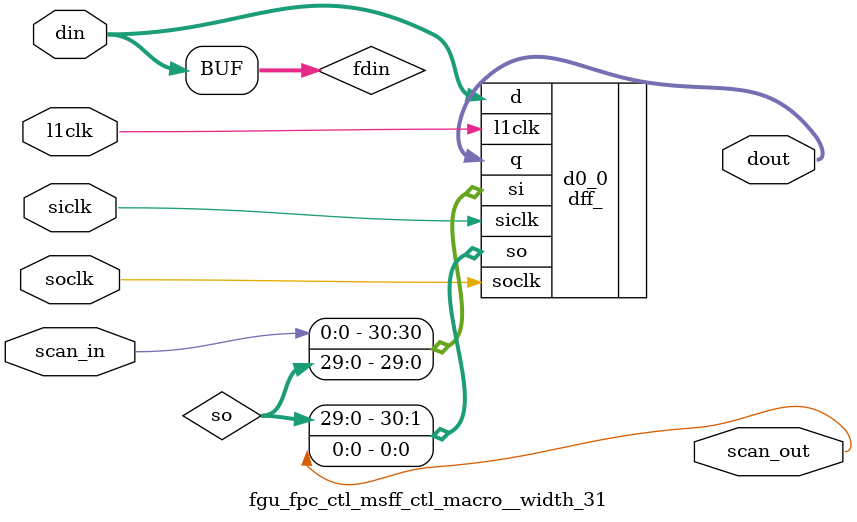
<source format=v>
module fgu_fpc_ctl (
  fpc_fpd_ieee_trap_fb, 
  fpc_fpx_unfin_fb, 
  fpc_fpd_unfin_fb, 
  fgu_fpx_ieee_trap_fw, 
  fgu_fpd_ieee_trap_fw, 
  fgu_fpx_unfin_fw, 
  fgu_fpd_unfin_fw, 
  fgu_fpd_idiv0_trap_fw, 
  fgu_predict_fx2, 
  lsu_fgu_exception_w, 
  lsu_block_store_m, 
  exu_fgu_flush_m, 
  exu_fgu_gsr_m, 
  fgu_exu_icc_fx5, 
  fgu_exu_xcc_fx5, 
  fad_rs1_fx1, 
  fad_rs2_fx1, 
  fad_fsr_rd_fx1, 
  fad_fsr_tem_fx1, 
  fad_fsr_ns_fx1, 
  fad_rs1_fmt_fx1_b62, 
  fad_rs2_fmt_fx1_b62, 
  fad_gsr_imirnd_fx1, 
  fpc_w1_vld_fb, 
  fpc_w1_ul_vld_fb, 
  fpc_fsr_w1_vld_fx5, 
  fpc_fsr_w1_result_fw, 
  fpc_fsr_w2_result_fw, 
  fpc_fpd_exp_res, 
  fpc_fpd_sign_res, 
  fpc_fpd_const_sel, 
  fpc_fcc_fw, 
  fpf_b_gteq_a_fx2, 
  fpf_b_eq_a_fx2, 
  fgu_cmp_fcc_fx3, 
  fgu_cmp_fcc_vld_fx3, 
  fpf_hi_aof_fx1, 
  fpf_lo_aof_fx1, 
  fpf_azf_fx1, 
  fpf_bzf_fx1, 
  fpf_aoe_fx1, 
  fpf_boe_fx1, 
  fpf_aze_fx1, 
  fpf_bze_fx1, 
  fpf_ma_sum_fx4, 
  fpf_ma_cout_fx4, 
  fpf_cmp_swap_blta_fx2, 
  fpf_align_sticky_fx4_l, 
  fpf_byte_unsure_x_sp_fx3, 
  fpf_byte_unsure_x_dp_fx3, 
  fpf_rcout_fb, 
  fpf_implied_bit_fx5, 
  fpc_result_sel_fx5, 
  fpc_ovf_if_rcout_fx5, 
  fpc_vis_cmp_result_fx5, 
  fpc_int_res_sel_fx4, 
  fpc_ma_fmt_sel_fx4, 
  fpc_int_sel_fx5, 
  fpc_fconst_sel_fx5, 
  fpc_fp_cin00_fx2, 
  fpc_cin00_fx2, 
  fpc_cin16_48_fx2, 
  fpc_cin32_fx2, 
  fpc_prop16_48_fx2, 
  fpc_prop32_fx2, 
  fpc_mle_sel_fx2, 
  fpc_mse_sel_fx2, 
  fpc_sign_fx5, 
  fpc_sign_fb, 
  fpc_rd_mode_fx3, 
  fpc_emin_fx3, 
  fpc_sp_dest_fx4, 
  fpc_fadd_eac_enable_fx2, 
  fpc_i2f_sel_fx1, 
  fpc_rinc_sel_fx5, 
  fpc_qthenan_fx4, 
  fpc_den2nor_sp_fb, 
  fpc_den2nor_dp_fb, 
  fpe_aux_rs2_fmt_fx1_b0, 
  fpe_aux_eint_fx1, 
  fpe_align_sel_fx2, 
  fpe_rs1_fmt_fx1, 
  fpe_rs2_fmt_fx1, 
  fpe_einty_adj_cout_fx5, 
  fpe_einty_eq_eadj_fx5, 
  fpc_exp_sel_mul_fx5, 
  fpc_eintx_sel_fx2, 
  fpc_eadjx_sel_fx2, 
  fpc_q_rinc_sel_fx5, 
  fac_tlu_flush_fx3, 
  fac_tid_e, 
  fac_dec_valid_fx1, 
  fac_fpx_itype_fx1, 
  fac_fpx_dtype_fx1, 
  fac_fpx_stype_fx1, 
  fac_fpx_sign_instr_fx1, 
  fac_fpx_rnd_trunc_fx1, 
  fac_fcmpe_fx1, 
  fac_fpx_mulscc_fx1, 
  fac_fpx_saverestore_fx1, 
  fac_fgx_pdist_fx1, 
  fac_fgx_popc_fx2, 
  fac_fgx_mvcond_fx2, 
  fac_fgx_mvucond_fx2, 
  fac_fgx_abs_fx2, 
  fac_fgx_neg_fx2, 
  fac_fpx_nv_vld_fx1, 
  fac_fpx_of_vld_fx1, 
  fac_fpx_uf_vld_fx1, 
  fac_fpx_dz_vld_fx1, 
  fac_fpx_nx_vld_fx1, 
  fac_fpx_unfin_vld_fx1, 
  fac_fgx_instr_fx4, 
  fac_w1_vld_fx1, 
  fac_w1_odd32b_fx1, 
  fac_opf_fx2, 
  fac_fgx_siam_fx2, 
  fac_div_valid_fx1, 
  fac_divq_valid_fx1, 
  fac_fsr_store_fx2, 
  fac_gsr_asr_tid_fx2, 
  fac_rng_wr_gsr_3f, 
  fac_gsr_w_vld_fx2, 
  fac_dec_valid_noflush_fx5, 
  fac_exu_src_e, 
  main_clken, 
  coreon_clken, 
  fpc_fcc_vld_fx5, 
  fpc_stfsr_en_fx3to5, 
  fic_norm_eadj_fx5, 
  fic_mulscc_iccz_fx4, 
  fic_mulscc_xccz_fx4, 
  fic_convert_sticky_fx4, 
  fic_fxtod_sticky_fx4, 
  fic_ftoi_nx_fx4, 
  fic_ftox_nx_fx4, 
  fic_bzf31msb_fx2, 
  fic_bzf32lsb_fx2, 
  fic_bof22msb_fx2, 
  fpc_lzd_override_fx4, 
  fpc_sp_source_fx3, 
  fdc_finish_fltd_early, 
  fdc_finish_flts_early, 
  fdc_finish_int_early, 
  fdc_flt_inexact, 
  fdc_xicc_z_early, 
  fdc_icc_v_early, 
  fdc_dec_exp_early, 
  fpc_pre_div_flush_fx2, 
  fpc_div_default_res_fx2, 
  fdd_result, 
  fdd_pte_cla_early_b63, 
  fgu_mul_result_fx5, 
  fpy_sticky_dp_fx5, 
  fpy_sticky_sp_fx5, 
  fpy_xicc_z_fx5, 
  dec_frf_r1_odd32b_d, 
  dec_frf_r2_odd32b_d, 
  dec_flush_f1, 
  dec_flush_f2, 
  dec_fgu_fmov_vld_m, 
  dec_valid_e, 
  dec_frf_store_d, 
  fec_cecc_fx2, 
  fec_uecc_fx2, 
  fpc_frf_store_vld_fx1, 
  fpc_gsr0_mask_sel_fx3, 
  fpc_gsr1_mask_sel_fx3, 
  fpc_gsr2_mask_sel_fx3, 
  fpc_gsr3_mask_sel_fx3, 
  fpc_gsr4_mask_sel_fx3, 
  fpc_gsr5_mask_sel_fx3, 
  fpc_gsr6_mask_sel_fx3, 
  fpc_gsr7_mask_sel_fx3, 
  fpc_gsr_scale_fx4, 
  fpc_gsr_align_fx4, 
  fpc_gsr_asr_11bits_fx4, 
  l2clk, 
  scan_in, 
  spc_aclk_wmr, 
  wmr_scan_in, 
  tcu_pce_ov, 
  spc_aclk, 
  spc_bclk, 
  tcu_scan_en, 
  mbi_run, 
  in_rngl_cdbus, 
  scan_out, 
  wmr_scan_out);
wire pce_ov;
wire stop;
wire siclk;
wire soclk;
wire se;
wire l1clk_pm2;
wire l1clk_pm1;
wire spares_scanin;
wire spares_scanout;
wire e_00_scanin;
wire e_00_scanout;
wire r1_odd32b_e;
wire r2_odd32b_e;
wire frf_store_e;
wire fx1_00_scanin;
wire fx1_00_scanout;
wire [1:0] i_fst_valid_fx1;
wire fx1_01_scanin;
wire fx1_01_scanout;
wire r1_odd32b_fx1;
wire r2_odd32b_fx1;
wire [2:0] tid_fx1;
wire frf_store_fx1;
wire exu_src_fx1;
wire mbist_run_1f;
wire fst_valid_fx1;
wire int_rs2_zero_fx1;
wire idiv0_trap_fx1;
wire [3:0] eintx_sel_fx1;
wire fp_dual_source_fx1;
wire fp_source_fx1;
wire [2:0] eadjx_sel_fx1;
wire [1:0] rd_mode_fx1;
wire gsr_im_fx3;
wire [1:0] gsr_irnd_fx3;
wire ns_mode_fx1;
wire rs1_sign_fx1;
wire rs2_sign_fx1;
wire fadd_logical_sub_fx1;
wire logical_sub_fx1;
wire fadd_logical_add_fx1;
wire aux_enable_ovf_fx1;
wire fmul_enable_ovf_predict_fx1;
wire aux_eint_ovf_fx1;
wire aux_eint_emax_fx1;
wire aux_eint_emaxp1_fx1;
wire fadd_ovf_predict_fx1;
wire fdtos_ovf_predict_fx1;
wire fdtos_ovf_detect_fx1;
wire fmul_ovf_predict_fx1;
wire fmul_ovf_detect_fx1;
wire fdiv_ovf_predict_fx1;
wire fdiv_ovf_detect_fx1;
wire aux_enable_unf_fx1;
wire fdiv_enable_unf_predict_fx1;
wire aux_eint_unf_fx1;
wire aux_eint_emin_fx1;
wire aux_eint_eminm1_fx1;
wire aux_eint_eminm2_fx1;
wire fdtos_guf_detect_fx1;
wire fmul_guf_detect_fx1;
wire fdiv_guf_detect_fx1;
wire fdtos_unf_predict_fx1;
wire fdtos_unf_detect_fx1;
wire fmul_unf_predict_fx1;
wire fmul_unf_detect_fx1;
wire fdiv_unf_predict_fx1;
wire fdiv_unf_detect_fx1;
wire snan_or_inf_fx1;
wire nan_or_inf_fx1;
wire large_maxint_predict_fx1;
wire fadd_unf_predict_fx1;
wire fadd_fcvt_denorm_detect_fx1;
wire fmul_denorm_detect_fx1;
wire q_fmul_unf_predict_fx1;
wire i_predict_fx1;
wire fx2_00_scanin;
wire fx2_00_scanout;
wire [2:0] itype_fx2;
wire [2:0] dtype_fx2;
wire [1:0] stype_fx2;
wire sign_instr_fx2;
wire i_idiv0_trap_fx2;
wire dec_flush_fx2;
wire dec_valid_fx2;
wire fmov_vld_fx2;
wire div_valid_fx2;
wire divq_valid_fx2;
wire [0:0] aux_rs2_fmt_fx2;
wire fpx_nv_vld_fx2;
wire fpx_of_vld_fx2;
wire fpx_uf_vld_fx2;
wire fpx_dz_vld_fx2;
wire fpx_nx_vld_fx2;
wire fpx_unfin_vld_fx2;
wire fcmpe_fx2;
wire fp_source_fx2;
wire fp_dual_source_fx2;
wire rs1_sign_fx2;
wire rs2_sign_fx2;
wire fadd_logical_sub_fx2;
wire logical_sub_fx2;
wire fadd_logical_add_fx2;
wire hi_aof_fx2;
wire lo_aof_fx2;
wire aux_eint_eminm1_fx2;
wire aux_eint_eminm2_fx2;
wire aux_enable_unf_fx2;
wire [1:0] rd_mode_fx2;
wire ns_mode_fx2;
wire fst_valid_fx2;
wire [2:0] gsr_imirnd_fx2;
wire fgx_pdist_fx2;
wire exu_src_fx2;
wire fx2_01_scanin;
wire fx2_01_scanout;
wire mulscc_fx2;
wire mulscc_y_src_fx2_b0;
wire [10:0] rs2_exp_fx2;
wire saverestore_fx2;
wire fx2_02_scanin;
wire fx2_02_scanout;
wire [1:0] i_w1_vld_fx2;
wire w1_odd32b_fx2;
wire [10:0] aux_eint_fx2;
wire [2:0] tid_fx2;
wire fx2_03_scanin;
wire fx2_03_scanout;
wire rs1_fx2_b63;
wire rs1_fx2_b47;
wire rs1_fx2_b31;
wire rs1_fx2_b15;
wire fx2_04_scanin;
wire fx2_04_scanout;
wire rs2_fx2_b63;
wire rs2_fx2_b47;
wire rs2_fx2_b31;
wire rs2_fx2_b15;
wire fx2_05_scanin;
wire fx2_05_scanout;
wire azf_fx2;
wire bzf_fx2;
wire aoe_fx2;
wire boe_fx2;
wire aze_fx2;
wire bze_fx2;
wire fx2_06_scanin;
wire fx2_06_scanout;
wire [4:0] fsr_tem_fx2;
wire [62:62] rs1_fmt_fx2;
wire [62:62] rs2_fmt_fx2;
wire fx2_07_scanin;
wire fx2_07_scanout;
wire fadd_ovf_predict_fx2;
wire fdtos_ovf_predict_fx2;
wire fdtos_ovf_detect_fx2;
wire fmul_ovf_predict_fx2;
wire fmul_ovf_detect_fx2;
wire fdiv_ovf_predict_fx2;
wire fdiv_ovf_detect_fx2;
wire fdtos_unf_predict_fx2;
wire fdtos_unf_detect_fx2;
wire fmul_unf_predict_fx2;
wire fmul_unf_detect_fx2;
wire fdiv_unf_predict_fx2;
wire fdiv_unf_detect_fx2;
wire fdtos_guf_detect_fx2;
wire fmul_guf_detect_fx2;
wire fdiv_guf_detect_fx2;
wire i_predict_fx2;
wire fmul_denorm_detect_fx2;
wire q_fmul_unf_predict_fx2;
wire fadd_fcvt_denorm_detect_fx2;
wire fx2_08_scanin;
wire fx2_08_scanout;
wire [27:0] in_rngl_cdbus_1f;
wire exu_flush_fx2;
wire [2:0] gsr_align_fx2;
wire [1:0] w1_vld_fx2;
wire [1:0] fsr_w1_vld_fx2;
wire [1:0] gsr_w_vld_fx2;
wire fgx_siam_fx2;
wire sign_nan_fx2;
wire nan_rs2prop_fx2;
wire nan_rs1prop_fx2;
wire [4:0] sign_inter_sel_fx2;
wire a_nan_fx2;
wire b_nan_fx2;
wire sign_inter_fx2;
wire sp_odd_exp_fx2;
wire sp_even_exp_fx2;
wire dp_odd_exp_fx2;
wire dp_even_exp_fx2;
wire [10:0] fpd_eint_fx2;
wire [3:0] fcmpgt16_fx2;
wire [1:0] gt32_fx2;
wire [1:0] fcmpgt32_fx2;
wire [3:0] fcmple16_fx2;
wire [1:0] le32_fx2;
wire [1:0] fcmple32_fx2;
wire [3:0] fcmpeq16_fx2;
wire [1:0] fcmpeq32_fx2;
wire [3:0] fcmpne16_fx2;
wire [1:0] fcmpne32_fx2;
wire fcmpgt16_sel_fx2;
wire fcmpgt32_sel_fx2;
wire fcmple16_sel_fx2;
wire fcmple32_sel_fx2;
wire fcmpne16_sel_fx2;
wire fcmpne32_sel_fx2;
wire fcmpeq16_sel_fx2;
wire fcmpeq32_sel_fx2;
wire [3:0] vis_cmp_result_fx2;
wire a_zero_fx2;
wire a_denorm_fx2;
wire a_inf_fx2;
wire a_snan_fx2;
wire b_zero_fx2;
wire b_denorm_fx2;
wire b_inf_fx2;
wire b_snan_fx2;
wire b_qnan_fx2;
wire unfin_src_fx2;
wire inf_src_result_fx2;
wire zero_src_result_fx2;
wire inf_maxint_result_fx2;
wire nan_maxint_result_fx2;
wire nan_default_result_fx2;
wire fpx_dzc_fx2;
wire i_fxp_nvc_fx2;
wire fcmp_nvc_fx2;
wire local_predict_fx2;
wire qthenan_fx2;
wire rm_near_dp_fx2;
wire rm_directed_dp_fx2;
wire rm_near_sp_fx2;
wire rm_directed_sp_fx2;
wire fdiv_aof_bzf_fx2;
wire fmul_den2nor_m2_predict_fx2;
wire fdiv_den2nor_m1_predict_fx2;
wire fdiv_den2nor_sp_fx2;
wire fdiv_den2nor_dp_fx2;
wire mse_zeros_fx2;
wire mse_ones_fx2;
wire mle_zeros_fx2;
wire mass_align_fx2;
wire mass_align_sticky_fx2;
wire [5:1] int_res_sel_fx2;
wire i_pre_div_flush_fx2;
wire idiv0_trap_fx2;
wire aboe_fx2;
wire abze_fx2;
wire [1:0] gsr0_mask_sel_fx2;
wire [1:0] gsr1_mask_sel_fx2;
wire [1:0] gsr2_mask_sel_fx2;
wire [1:0] gsr3_mask_sel_fx2;
wire [1:0] gsr4_mask_sel_fx2;
wire [1:0] gsr5_mask_sel_fx2;
wire [1:0] gsr6_mask_sel_fx2;
wire [1:0] gsr7_mask_sel_fx2;
wire sp_source_fx2;
wire ecc_trap_fx2;
wire fx3_00_scanin;
wire fx3_00_scanout;
wire [1:0] i_w1_vld_fx3;
wire [2:0] itype_fx3;
wire [2:0] dtype_fx3;
wire [1:0] stype_fx3;
wire [2:0] tid_fx3;
wire fx3_01_scanin;
wire fx3_01_scanout;
wire [3:0] vis_cmp_result_fx3;
wire [5:1] int_res_sel_fx3;
wire [10:0] fpd_eint_fx3;
wire fx3_02_scanin;
wire fx3_02_scanout;
wire rs1_fx3_b31;
wire rs2_fx3_b31;
wire [10:0] rs2_exp_fx3;
wire fx3_03_scanin;
wire fx3_03_scanout;
wire bzf_fx3;
wire bze_fx3;
wire a_nan_fx3;
wire b_nan_fx3;
wire fx3_04_scanin;
wire fx3_04_scanout;
wire [4:0] fsr_tem_fx3;
wire fx3_05_scanin;
wire fx3_05_scanout;
wire inf_src_result_fx3;
wire zero_src_result_fx3;
wire inf_maxint_result_fx3;
wire nan_maxint_result_fx3;
wire nan_default_result_fx3;
wire qthenan_fx3;
wire bzf31msb_fx3;
wire fmul_den2nor_m2_predict_fx3;
wire fdiv_den2nor_sp_fx3;
wire fdiv_den2nor_dp_fx3;
wire fx3_06_scanin;
wire fx3_06_scanout;
wire i_idiv0_trap_fx3;
wire dec_flush_fx3;
wire sign_inter_fx3;
wire div_valid_fx3;
wire divq_valid_fx3;
wire logical_sub_fx3;
wire [1:0] i_fsr_w1_vld_fx3;
wire w1_odd32b_fx3;
wire mass_align_sticky_fx3;
wire fadd_logical_sub_fx3;
wire fsr_store_fx3;
wire i_fgx_siam_fx3;
wire [1:1] i_gsr_w_vld_fx3;
wire [2:0] gsr_asr_tid_fx3;
wire rm_near_sp_fx3;
wire rm_near_dp_fx3;
wire rm_directed_sp_fx3;
wire rm_directed_dp_fx3;
wire aboe_fx3;
wire abze_fx3;
wire div_default_res_fx3;
wire fgx_pdist_fx3;
wire fx3_07_scanin;
wire fx3_07_scanout;
wire fadd_ovf_predict_fx3;
wire fdtos_ovf_predict_fx3;
wire fdtos_ovf_detect_fx3;
wire fmul_ovf_predict_fx3;
wire fmul_ovf_detect_fx3;
wire fdiv_ovf_predict_fx3;
wire fdiv_ovf_detect_fx3;
wire fdtos_unf_predict_fx3;
wire fdtos_unf_detect_fx3;
wire fmul_unf_predict_fx3;
wire fmul_unf_detect_fx3;
wire fdiv_unf_predict_fx3;
wire fdiv_unf_detect_fx3;
wire bof22msb_fx3;
wire fdtos_guf_detect_fx3;
wire fmul_guf_detect_fx3;
wire fdiv_guf_detect_fx3;
wire unfin_src_fx3;
wire fx3_08_scanin;
wire fx3_08_scanout;
wire [1:0] gsr0_mask_sel_fx3;
wire [1:0] gsr1_mask_sel_fx3;
wire [1:0] gsr2_mask_sel_fx3;
wire [1:0] gsr3_mask_sel_fx3;
wire [1:0] gsr4_mask_sel_fx3;
wire [1:0] gsr5_mask_sel_fx3;
wire [1:0] gsr6_mask_sel_fx3;
wire [1:0] gsr7_mask_sel_fx3;
wire fx3_09_scanin;
wire fx3_09_scanout;
wire [2:0] in_rngl_cdbus_2f_b27_25;
wire [7:0] in_rngl_cdbus_2f;
wire [2:0] gsr_align_fx3;
wire [2:0] gsr_imirnd_fx3;
wire fx3_10_scanin;
wire fx3_10_scanout;
wire fpx_unfin_vld_fx3;
wire ns_mode_fx3;
wire fpx_of_vld_fx3;
wire fpx_uf_vld_fx3;
wire fpx_nx_vld_fx3;
wire ecc_trap_fx3;
wire fpx_dzc_fx3;
wire i_fxp_nvc_fx3;
wire rng_wr_gsr_4f;
wire [1:1] gsr_w_vld_fx3;
wire fgx_siam_fx3;
wire idiv0_trap_fx3;
wire [1:0] w1_vld_fx3;
wire [1:0] fsr_w1_vld_fx3;
wire lzd_override_fx3;
wire div_dec_issue_fx3;
wire div_divq_issue_fx3;
wire div_divq_load_fx3;
wire div_hold_fx3;
wire fdiv_ovf_predict_inf_fx3;
wire fdiv_ovf_predict_max_fx3;
wire [18:0] div_eint_in_fx3;
wire [18:0] divq_eint_fx4;
wire [18:0] div_eint_fx4;
wire [18:0] divq_eint_in_fx3;
wire dpint_zero_fx3;
wire spint_zero_fx3;
wire fpint_zero_fx3;
wire dp_large_maxint_result_fx3;
wire sp_large_maxint_result_fx3;
wire maxint_result_fx3;
wire fpx_nvc_fx3;
wire [10:0] gsr0_11bits_fx3;
wire [2:0] in_rngl_cdbus_3f_b27_25;
wire [7:0] in_rngl_cdbus_3f;
wire [10:0] gsr0_11bits_fx4;
wire [10:0] gsr1_11bits_fx3;
wire [10:0] gsr1_11bits_fx4;
wire [10:0] gsr2_11bits_fx3;
wire [10:0] gsr2_11bits_fx4;
wire [10:0] gsr3_11bits_fx3;
wire [10:0] gsr3_11bits_fx4;
wire [10:0] gsr4_11bits_fx3;
wire [10:0] gsr4_11bits_fx4;
wire [10:0] gsr5_11bits_fx3;
wire [10:0] gsr5_11bits_fx4;
wire [10:0] gsr6_11bits_fx3;
wire [10:0] gsr6_11bits_fx4;
wire [10:0] gsr7_11bits_fx3;
wire [10:0] gsr7_11bits_fx4;
wire [7:0] gsr_11bits_fx3;
wire [10:0] gsr_asr_11bits_fx3;
wire [2:0] gsr_imirnd_held_fx3;
wire siam_1ahead_sel_fx3;
wire siam_2ahead_sel_fx3;
wire siam_none_sel_fx3;
wire fx4_00_scanin;
wire fx4_00_scanout;
wire rs1_fx4_b31;
wire rs2_fx4_b31;
wire [1:0] rd_mode_fx4;
wire fx4_01_scanin;
wire fx4_01_scanout;
wire [1:0] i_w1_vld_fx4;
wire [1:0] fcc_fx4;
wire [3:0] fcc_vld_fx4;
wire idiv0_trap_fx4;
wire sign_inter_fx4;
wire logical_sub_fx4;
wire fpint_zero_fx4;
wire [1:0] i_fsr_w1_vld_fx4;
wire a_nan_fx4;
wire b_nan_fx4;
wire [1:0] byte_unsure_x_dp_fx4;
wire [1:0] byte_unsure_x_sp_fx4;
wire w1_odd32b_fx4;
wire mass_align_sticky_fx4;
wire fadd_logical_sub_fx4;
wire fsr_store_fx4;
wire fmul_den2nor_m2_predict_fx4;
wire fdiv_den2nor_sp_fx4;
wire fdiv_den2nor_dp_fx4;
wire rm_near_sp_fx4;
wire rm_near_dp_fx4;
wire rm_directed_sp_fx4;
wire rm_directed_dp_fx4;
wire aboe_fx4;
wire abze_fx4;
wire div_default_res_fx4;
wire dec_flush_fx4;
wire tlu_flush_fgu_fx4;
wire fx4_02_scanin;
wire fx4_02_scanout;
wire [3:0] vis_cmp_result_fx4;
wire [2:0] itype_fx4;
wire [2:0] dtype_fx4;
wire fx4_03_scanin;
wire fx4_03_scanout;
wire fx4_04_scanin;
wire fx4_04_scanout;
wire [4:0] fsr_tem_fx4;
wire fx4_05_scanin;
wire fx4_05_scanout;
wire inf_src_result_fx4;
wire zero_src_result_fx4;
wire nan_default_result_fx4;
wire maxint_result_fx4;
wire fx4_06_scanin;
wire fx4_06_scanout;
wire fadd_ovf_predict_fx4;
wire fdtos_ovf_predict_fx4;
wire fdtos_ovf_detect_fx4;
wire fmul_ovf_predict_fx4;
wire fmul_ovf_detect_fx4;
wire fdiv_ovf_detect_fx4;
wire fdtos_unf_predict_fx4;
wire fdtos_unf_detect_fx4;
wire fmul_unf_predict_fx4;
wire fmul_unf_detect_fx4;
wire fdiv_unf_detect_fx4;
wire bof22msb_fx4;
wire fdtos_guf_detect_fx4;
wire fmul_guf_detect_fx4;
wire fdiv_guf_detect_fx4;
wire unfin_src_fx4;
wire fx4_07_wmr_scanin;
wire fx4_07_wmr_scanout;
wire fx4_08_scanin;
wire fx4_08_scanout;
wire fpx_unfin_vld_fx4;
wire ns_mode_fx4;
wire fpx_of_vld_fx4;
wire fpx_uf_vld_fx4;
wire fpx_nx_vld_fx4;
wire ecc_trap_fx4;
wire fpx_dzc_fx4;
wire fpx_nvc_fx4;
wire fx4_09_scanin;
wire fx4_09_scanout;
wire fx4_10_scanin;
wire fx4_10_scanout;
wire stfsr_exception_fx4;
wire fx4_11_scanin;
wire fx4_11_scanout;
wire maxpos_result_fx4;
wire maxneg_result_fx4;
wire [3:0] int_sel_fx4;
wire mulscc_iccn_fx4;
wire mulscc_iccc_fx4;
wire mulscc_iccv_fx4;
wire exp_sel_mul_fx4;
wire [1:0] fpd_const_sel;
wire [10:0] fpd_exp_res;
wire sign_retain_zero_fx4;
wire sign_zero_fx4;
wire add_ma_cout_fx4;
wire convert_fmt_1xx_fx4;
wire convert_fmt_01x_fx4;
wire fxtod_fmt_1xx_fx4;
wire fxtod_fmt_01x_fx4;
wire add_fmt_1xx_fx4;
wire add_fmt_01x_fx4;
wire add_fmt_001_fx4;
wire aln_fmt_1xx_fx4;
wire aln_fmt_01x_fx4;
wire add_lsb_bit_dp_fx4;
wire add_g_bit_dp_fx4;
wire add_lsb_bit_sp_fx4;
wire add_g_bit_sp_fx4;
wire align_x_bit_dp_fx4;
wire align_x_bit_sp_fx4;
wire convert_x_bit_sp_fx4;
wire fxtod_x_bit_dp_fx4;
wire add_x_bit_dp_fx4;
wire add_x_bit_sp_fx4;
wire fpint_nxc_i_fx4;
wire fpint_nxc_x_fx4;
wire fpint_nxc_fx4;
wire fdtos_den2nor_fx4;
wire fdiv_fdtos_den2nor_sp_fx4;
wire [1:0] w1_vld_fx4;
wire [1:0] fsr_w1_vld_fx4;
wire fx5_00_scanin;
wire fx5_00_scanout;
wire [1:0] w1_vld_fx5;
wire [1:0] fcc_fx5;
wire fx5_01_scanin;
wire fx5_01_scanout;
wire [2:0] itype_fx5;
wire [2:0] dtype_fx5;
wire [1:0] rd_mode_fx5;
wire fx5_02_scanin;
wire fx5_02_scanout;
wire int_res_sel_fx5_b2;
wire ma_fmt_sel_fx5_b0;
wire idiv0_trap_fx5;
wire mulscc_iccn_fx5;
wire mulscc_iccz_fx5;
wire mulscc_iccv_fx5;
wire mulscc_iccc_fx5;
wire mulscc_xccz_fx5;
wire idiv_xccz_fx5;
wire idiv_iccz_fx5;
wire idiv_iccv_fx5;
wire sign_inter_fx5;
wire sign_zero_fx5;
wire ma_sum_fx5_b10;
wire fgx_instr_fx5;
wire w1_odd32b_fx5;
wire ma_cout_fx5;
wire fadd_logical_sub_fx5;
wire fsr_store_fx5;
wire fmul_den2nor_m2_predict_fx5;
wire fdiv_fdtos_den2nor_sp_fx5;
wire fdiv_den2nor_dp_fx5;
wire aboe_fx5;
wire fpint_nxc_fx5;
wire fx5_04_scanin;
wire fx5_04_scanout;
wire [4:0] fsr_tem_fx5;
wire fx5_05_scanin;
wire fx5_05_scanout;
wire rm_near_dp_fx5;
wire rm_near_sp_fx5;
wire rm_directed_dp_fx5;
wire rm_directed_sp_fx5;
wire fx5_06_scanin;
wire fx5_06_scanout;
wire add_g_bit_sp_fx5;
wire add_g_bit_dp_fx5;
wire add_lsb_bit_sp_fx5;
wire add_lsb_bit_dp_fx5;
wire add_x_bit_sp_fx5;
wire add_x_bit_dp_fx5;
wire fx5_07_scanin;
wire fx5_07_scanout;
wire inf_src_result_fx5;
wire zero_src_result_fx5;
wire nan_default_result_fx5;
wire maxint_result_fx5;
wire fx5_08_scanin;
wire fx5_08_scanout;
wire fadd_ovf_predict_fx5;
wire fdtos_ovf_predict_fx5;
wire fdtos_ovf_detect_fx5;
wire fmul_ovf_predict_fx5;
wire fmul_ovf_detect_fx5;
wire fdiv_ovf_detect_fx5;
wire fdtos_unf_predict_fx5;
wire fdtos_unf_detect_fx5;
wire fmul_unf_predict_fx5;
wire fmul_unf_detect_fx5;
wire fdiv_unf_detect_fx5;
wire fdtos_guf_detect_fx5;
wire fmul_guf_detect_fx5;
wire fdiv_guf_detect_fx5;
wire unfin_src_fx5;
wire fx5_09_scanin;
wire fx5_09_scanout;
wire fpx_unfin_vld_fx5;
wire ns_mode_fx5;
wire fpx_of_vld_fx5;
wire fpx_uf_vld_fx5;
wire fpx_nx_vld_fx5;
wire ecc_trap_fx5;
wire fpx_dzc_fx5;
wire fpx_nvc_fx5;
wire dp_zero_mant_fx5;
wire sp_zero_mant_fx5;
wire zero_mant_fx5;
wire ovf_detect_inf_fx5;
wire ovf_predict_inf_fx5;
wire ovf_detect_max_fx5;
wire ovf_predict_max_fx5;
wire unf_detect_fx5;
wire unf_predict_fx5;
wire unfin_early_fx5;
wire fpd_unfin_fx5;
wire fdiv_den2nor_m0_fx5;
wire i_fpx_ofc_fx5;
wire i_fpx_ufc_fx5;
wire eadj_unf_if_norcout_fx5;
wire mul_fmt_1xx_fx5;
wire mul_fmt_01x_fx5;
wire mul_fmt_m2_fx5;
wire mul_lsb_bit_dp_fx5;
wire mul_g_bit_dp_fx5;
wire mul_x_bit_dp_fx5;
wire mul_lsb_bit_sp_fx5;
wire mul_g_bit_sp_fx5;
wire mul_x_bit_sp_fx5;
wire mul_rinc_dp_fx5;
wire mul_rinc_sp_fx5;
wire mul_rinc_sel_fx5;
wire add_rinc_dp_fx5;
wire add_rinc_sp_fx5;
wire add_rinc_sel_fx5;
wire ovf_if_rcout_fx5;
wire fmul_unf_if_nocorl_fx5;
wire fmul_unf_if_nocorl_sp_fx5;
wire fmul_unf_if_nocorl_dp_fx5;
wire i_fpx_nxc_fx5;
wire div_finish_int_fb;
wire fb_00_scanin;
wire fb_00_scanout;
wire [1:0] fcc_fb;
wire idiv0_trap_fb;
wire ovf_if_rcout_fb;
wire fmul_unf_if_nocorl_sp_fb;
wire fmul_unf_if_nocorl_dp_fb;
wire fmul_unf_if_nocorl_fb;
wire eadj_unf_if_norcout_fb;
wire implied_bit_fb;
wire fsr_store_fb;
wire dec_valid_noflush_fb;
wire sp_zero_mant_fb;
wire dp_zero_mant_fb;
wire div_finish_fltd_fb;
wire div_finish_flts_fb;
wire fb_01_scanin;
wire fb_01_scanout;
wire [1:0] i_w1_vld_fb;
wire fb_03_scanin;
wire fb_03_scanout;
wire fpx_unfin_vld_fb;
wire ns_mode_fb;
wire unfin_early_fb;
wire fpx_of_vld_fb;
wire fpx_uf_vld_fb;
wire ecc_trap_fb;
wire fpx_dzc_fb;
wire fpx_nvc_fb;
wire i_fpx_ofc_fb;
wire i_fpx_ufc_fb;
wire i_fpx_nxc_fb;
wire fdiv_fdtos_den2nor_sp_fb;
wire fdiv_den2nor_dp_fb;
wire fdiv_den2nor_m0_fb;
wire div_dec_exp_fb;
wire fb_04_scanin;
wire fb_04_scanout;
wire [4:0] fsr_tem_fb;
wire fb_05_scanin;
wire fb_05_scanout;
wire i_fpc_fpd_exp_res_b0;
wire fpd_fsr_ofm_fb;
wire fpd_fsr_ufm_fb;
wire fpd_fsr_nxm_fb;
wire fpx_ofc_fb;
wire fpx_ufc_fb;
wire fpx_nxc_fb;
wire fpd_ofc_fb;
wire fpd_ufc_fb;
wire fpd_nxc_fb;
wire fpx_ieee_trap_fb;
wire [1:0] fpx_ftt_fb;
wire [1:0] fpd_ftt_fb;
wire [4:0] fpx_aexc_fb;
wire [4:0] fpd_aexc_fb;
wire [11:0] fsr_w1_result_fb;
wire [11:0] fsr_w2_result_fb;
wire fw_00_scanin;
wire fw_00_scanout;



// ----------------------------------------------------------------------------
// Interface with TLU
// ----------------------------------------------------------------------------

output         fpc_fpd_ieee_trap_fb;
output         fpc_fpx_unfin_fb;
output         fpc_fpd_unfin_fb;

output         fgu_fpx_ieee_trap_fw;
output         fgu_fpd_ieee_trap_fw;
output         fgu_fpx_unfin_fw;
output         fgu_fpd_unfin_fw;
output         fgu_fpd_idiv0_trap_fw;
output         fgu_predict_fx2;        // exception trap predicted

// ----------------------------------------------------------------------------
// Interface with LSU
// ----------------------------------------------------------------------------

input          lsu_fgu_exception_w;    // store exception detected
input          lsu_block_store_m;      // block store in progress

// ----------------------------------------------------------------------------
// Interface with EXU
// ----------------------------------------------------------------------------

input          exu_fgu_flush_m;        // EXU{1,0} src has bad ECC or exception, FGU must flush instr
input    [2:0] exu_fgu_gsr_m;          // GSR.align data:
                                       //   [31:3] = don't care
                                       //   [2:0]  = GSR.align
                                       //   GSR.mask data:
                                       //   [31:0] = GSR.mask

output   [3:0] fgu_exu_icc_fx5;
output   [1:0] fgu_exu_xcc_fx5;

// ----------------------------------------------------------------------------
// Interface with FAD
// ----------------------------------------------------------------------------

input  [63:15] fad_rs1_fx1;            // rs1 unformatted
input  [63:15] fad_rs2_fx1;            // rs2 unformatted
input    [1:0] fad_fsr_rd_fx1;
input    [4:0] fad_fsr_tem_fx1;
input          fad_fsr_ns_fx1;
input          fad_rs1_fmt_fx1_b62;
input          fad_rs2_fmt_fx1_b62;
input    [2:0] fad_gsr_imirnd_fx1;     // {GSR.im,GSR.irnd[1:0]}

output   [1:0] fpc_w1_vld_fb;          // FRF w1 write valid (qualified), [63:32],[31:0]
output         fpc_w1_ul_vld_fb;       // FRF w1 write valid (qualified), upper or lower
output   [1:0] fpc_fsr_w1_vld_fx5;     // FSR w1 write valid
output  [11:0] fpc_fsr_w1_result_fw;   // FSR w1 write data  {ftt,aexc,cexc}
output  [11:0] fpc_fsr_w2_result_fw;   // FSR w2 write data  {ftt,aexc,cexc}
output  [10:0] fpc_fpd_exp_res;        // FPD exponent result
output         fpc_fpd_sign_res;       // FPD sign result
output   [1:0] fpc_fpd_const_sel;      // 10=ones frac, 01=fdd frac, 00=zero frac
output   [1:0] fpc_fcc_fw;

// ----------------------------------------------------------------------------
// Interface with FPF
// ----------------------------------------------------------------------------

input    [3:0] fpf_b_gteq_a_fx2;       // FCMP (B-A) cout, doesn't account for MSB
input    [3:0] fpf_b_eq_a_fx2;         // FCMP (B=A), doesn't account for MSB
input    [1:0] fgu_cmp_fcc_fx3;        // fcmp  fcc data {fccX[1:0]}
input    [3:0] fgu_cmp_fcc_vld_fx3;    // fcmp  fcc data valid {fcc3, fcc2, fcc1, fcc0}
input          fpf_hi_aof_fx1;
input          fpf_lo_aof_fx1;
input          fpf_azf_fx1;            // rs1[62:0]==63'b0, must acct for rs1[63]
input          fpf_bzf_fx1;            // rs2[62:0]==63'b0, must acct for rs2[63]
input          fpf_aoe_fx1;
input          fpf_boe_fx1;
input          fpf_aze_fx1;
input          fpf_bze_fx1;
input   [63:9] fpf_ma_sum_fx4;         // main adder sum
input          fpf_ma_cout_fx4;        // main adder cout
input          fpf_cmp_swap_blta_fx2;
input          fpf_align_sticky_fx4_l;
input    [1:0] fpf_byte_unsure_x_sp_fx3;
input    [1:0] fpf_byte_unsure_x_dp_fx3;
input          fpf_rcout_fb;
input          fpf_implied_bit_fx5;

output   [5:0] fpc_result_sel_fx5;     // result select
output   [1:0] fpc_ovf_if_rcout_fx5;   // result select qualification for rcout
output   [3:0] fpc_vis_cmp_result_fx5; // vis cmp result data
output   [5:1] fpc_int_res_sel_fx4;    // select result for EXU{1,0}
output   [4:0] fpc_ma_fmt_sel_fx4;
output   [3:0] fpc_int_sel_fx5;        // 10=vis paritioned add or F(s,d)TO(i,x), 01=F(s,d)TO(i,x) zero result
output   [4:0] fpc_fconst_sel_fx5;
output         fpc_fp_cin00_fx2;       // main adder control
output         fpc_cin00_fx2;          // main adder control
output         fpc_cin16_48_fx2;       // main adder control
output         fpc_cin32_fx2;          // main adder control
output         fpc_prop16_48_fx2;      // main adder control
output         fpc_prop32_fx2;         // main adder control
output         fpc_mle_sel_fx2;
output   [2:0] fpc_mse_sel_fx2;
output         fpc_sign_fx5;           // result sign
output         fpc_sign_fb;            // result sign
output   [1:0] fpc_rd_mode_fx3;        // merged GSR.irnd, FSR.rd
output         fpc_emin_fx3;           // FDIV Eint=Emin
output         fpc_sp_dest_fx4;        // SP result dest
output         fpc_fadd_eac_enable_fx2;
output   [3:2] fpc_i2f_sel_fx1;        // 10=F(i,x)TO(s,d) 2's comp, 01=F(i,x)TO(s,d) not 2's comp
output         fpc_rinc_sel_fx5;
output         fpc_qthenan_fx4;        // quiet the propagating NaN, set frac MSB=1
output         fpc_den2nor_sp_fb;      // denorm intermediate result rounded to norm
output         fpc_den2nor_dp_fb;      // denorm intermediate result rounded to norm

// ----------------------------------------------------------------------------
// Interface with FPE
// ----------------------------------------------------------------------------

input          fpe_aux_rs2_fmt_fx1_b0;
input   [11:0] fpe_aux_eint_fx1;
input   [10:0] fpe_align_sel_fx2;
input   [10:0] fpe_rs1_fmt_fx1;
input   [10:0] fpe_rs2_fmt_fx1;
input          fpe_einty_adj_cout_fx5;
input          fpe_einty_eq_eadj_fx5;
output         fpc_exp_sel_mul_fx5;
output   [3:0] fpc_eintx_sel_fx2;      // FxTOs|FiTOs=001, FxTOd|FiTOd=010, F(s)MUL(s,d)=100
output   [2:0] fpc_eadjx_sel_fx2;      // F(i,x)TO(s,d)=001, FsTOd=010, FdTOs=100
output         fpc_q_rinc_sel_fx5;     // rinc_sel and ~logical_sub 00.1X

// ----------------------------------------------------------------------------
// Interface with FAC
// ----------------------------------------------------------------------------

input          fac_tlu_flush_fx3;
input    [2:0] fac_tid_e;
input          fac_dec_valid_fx1;
input    [2:0] fac_fpx_itype_fx1;      // instr type:
                                       // add=000, fpfp=001, fpint=010, intfp=011, cmp=100, mul=101, div=110, sqrt=111
input    [2:0] fac_fpx_dtype_fx1;      // destination type:
                                       // sp=000, dp=001, 16bit=010, 32bit=011, 64bit=100
input    [1:0] fac_fpx_stype_fx1;      // source type (for conversions & FsMULd/FMULd):
                                       // sp=00, dp=01, 32bit=10, 64bit=11
input          fac_fpx_sign_instr_fx1; // sign of the instr (1 if: FSUB(s,d),
                                       // FPSUB{16,32}{s})
input          fac_fpx_rnd_trunc_fx1;  // force rnd mode to truncate
                                       // (1 if: F(s,d)TOi, F(s,d)TOx,
                                       // FPADD{16,32}{s}, FPSUB{16,32}{s},
                                       // IMUL, IDIV, MULScc, 8x16 mul, SAVE, RESTORE
input          fac_fcmpe_fx1;          // FCMPE, not FCMP
input          fac_fpx_mulscc_fx1;     // MULScc
input          fac_fpx_saverestore_fx1;// SAVE or RESTORE
input          fac_fgx_pdist_fx1;      // PDIST
input          fac_fgx_popc_fx2;       // POPC
input          fac_fgx_mvcond_fx2;     // FMOV (conditional upon cc or r)
input          fac_fgx_mvucond_fx2;    // FMOV (unconditional)
input          fac_fgx_abs_fx2;        // FABS
input          fac_fgx_neg_fx2;        // FNEG
input          fac_fpx_nv_vld_fx1;     // set if instr updates invalid exception flag
input          fac_fpx_of_vld_fx1;     // set if instr updates overflow exception flag
input          fac_fpx_uf_vld_fx1;     // set if instr updates underflow exception flag
input          fac_fpx_dz_vld_fx1;     // set if instr updates divide by zero exception flag
input          fac_fpx_nx_vld_fx1;     // set if instr updates inexact exception flag
input          fac_fpx_unfin_vld_fx1;  // set if instr can generate unfinished_FPop

input          fac_fgx_instr_fx4;      // FGX instr decoded
input    [1:0] fac_w1_vld_fx1;
input          fac_w1_odd32b_fx1;

input    [3:1] fac_opf_fx2;            // instr opf field
input          fac_fgx_siam_fx2;       // SIAM
input          fac_div_valid_fx1;
input          fac_divq_valid_fx1;
input          fac_fsr_store_fx2;

input    [2:0] fac_gsr_asr_tid_fx2;
input          fac_rng_wr_gsr_3f;      // ASR GSR  write valid
input    [1:0] fac_gsr_w_vld_fx2;
input          fac_dec_valid_noflush_fx5;
input          fac_exu_src_e;

input          main_clken;             // main clken
input          coreon_clken;           // controls all "free running" flops

output   [3:0] fpc_fcc_vld_fx5;
output         fpc_stfsr_en_fx3to5;    // store FSR clears ftt

// ----------------------------------------------------------------------------
// Interface with FIC
// ----------------------------------------------------------------------------

input    [5:0] fic_norm_eadj_fx5;
input          fic_mulscc_iccz_fx4;
input          fic_mulscc_xccz_fx4;
input          fic_convert_sticky_fx4; // sticky for FxTOs, FiTOs, FdTOs
input          fic_fxtod_sticky_fx4;   // sticky for FxTOd
input          fic_ftoi_nx_fx4;        // inexact for FsTOi, FdTOi
input          fic_ftox_nx_fx4;        // inexact for FsTOx, FdTOx
input          fic_bzf31msb_fx2;       // rs2 frac 31 MSBs all zeros
input          fic_bzf32lsb_fx2;       // rs2 frac 32 LSBs all zeros
input          fic_bof22msb_fx2;       // rs2 frac 22 MSBs all ones
output         fpc_lzd_override_fx4;
output         fpc_sp_source_fx3;

// ----------------------------------------------------------------------------
// Interface with FDC
// ----------------------------------------------------------------------------

input 	       fdc_finish_fltd_early;
input          fdc_finish_flts_early;
input          fdc_finish_int_early;
input          fdc_flt_inexact;
input    [1:0] fdc_xicc_z_early;       // {xcc.z, icc.z} (one cyc before result data)
input          fdc_icc_v_early;        // icc.v          (one cyc before result data)
input          fdc_dec_exp_early;      // decrement Eint (one cyc before result data)
output         fpc_pre_div_flush_fx2;
output         fpc_div_default_res_fx2; // fdiv/fsqrt default result

// ----------------------------------------------------------------------------
// Interface with FDD
// ----------------------------------------------------------------------------

input  [63:31] fdd_result;
input          fdd_pte_cla_early_b63;

// ----------------------------------------------------------------------------
// Interface with FPY
// ----------------------------------------------------------------------------

input   [63:9] fgu_mul_result_fx5;
input          fpy_sticky_dp_fx5;
input          fpy_sticky_sp_fx5;
input    [1:0] fpy_xicc_z_fx5;         // {xcc.z, icc.z}

// ----------------------------------------------------------------------------
// Interface with DEC
// ----------------------------------------------------------------------------

input          dec_frf_r1_odd32b_d;
input          dec_frf_r2_odd32b_d;
input          dec_flush_f1;           // flush fx2 (xmit in fx1/m)
input          dec_flush_f2;           // flush fx3 (xmit in fx2/b)
input          dec_fgu_fmov_vld_m;     // FMOV condition is true
input    [1:0] dec_valid_e;            // used by FGU to qual store FSR update of FSR.ftt
input          dec_frf_store_d;

// ----------------------------------------------------------------------------
// Interface with FEC
// ----------------------------------------------------------------------------

input          fec_cecc_fx2;
input          fec_uecc_fx2;
output         fpc_frf_store_vld_fx1;

// ----------------------------------------------------------------------------
// Interface with FGD
// ----------------------------------------------------------------------------

output   [1:0] fpc_gsr0_mask_sel_fx3;
output   [1:0] fpc_gsr1_mask_sel_fx3;
output   [1:0] fpc_gsr2_mask_sel_fx3;
output   [1:0] fpc_gsr3_mask_sel_fx3;
output   [1:0] fpc_gsr4_mask_sel_fx3;
output   [1:0] fpc_gsr5_mask_sel_fx3;
output   [1:0] fpc_gsr6_mask_sel_fx3;
output   [1:0] fpc_gsr7_mask_sel_fx3;
output   [4:0] fpc_gsr_scale_fx4;
output   [2:0] fpc_gsr_align_fx4;
output  [10:0] fpc_gsr_asr_11bits_fx4;

// ----------------------------------------------------------------------------
// Global Signals
// ----------------------------------------------------------------------------

input          l2clk;                  // clock input
input  	       scan_in;
input          spc_aclk_wmr;
input          wmr_scan_in;
input  	       tcu_pce_ov;	       // scan signals
input  	       spc_aclk;
input  	       spc_bclk;
input	       tcu_scan_en;
input          mbi_run;                // MBIST
input   [27:0] in_rngl_cdbus;          // ASI local ring

output 	       scan_out;
output         wmr_scan_out;


// scan renames
assign pce_ov = tcu_pce_ov;
assign stop   = 1'b0;
assign siclk  = spc_aclk;
assign soclk  = spc_bclk;
assign se     = tcu_scan_en;
// end scan


fgu_fpc_ctl_l1clkhdr_ctl_macro clkgen_coreon (
  .l2clk(l2clk),
  .l1en (coreon_clken),
  .l1clk(l1clk_pm2),
  .pce_ov(pce_ov),
  .stop(stop),
  .se(se)
  );

fgu_fpc_ctl_l1clkhdr_ctl_macro clkgen_main (
  .l2clk(l2clk),
  .l1en (main_clken),
  .l1clk(l1clk_pm1),
  .pce_ov(pce_ov),
  .stop(stop),
  .se(se)
  );

fgu_fpc_ctl_spare_ctl_macro__num_9 spares  (  // spares: 13 gates + 1 flop for each "num"
  .scan_in(spares_scanin),
  .scan_out(spares_scanout),
  .l1clk(l1clk_pm2),
  .siclk(siclk),
  .soclk(soclk)
  );


// ----------------------------------------------------------------------------
//                               E stage
// ----------------------------------------------------------------------------

fgu_fpc_ctl_msff_ctl_macro__width_3 e_00  (
  .scan_in(e_00_scanin),
  .scan_out(e_00_scanout),
  .l1clk(l1clk_pm2),
  .din ({dec_frf_r1_odd32b_d,  // requires free running clk or dec_fgu_decode_d en
         dec_frf_r2_odd32b_d,  // requires free running clk or dec_fgu_decode_d en
         dec_frf_store_d}),    // requires free running clk or dec_fgu_decode_d en
  .dout({        r1_odd32b_e,
                 r2_odd32b_e,
             frf_store_e}),
  .siclk(siclk),
  .soclk(soclk)
  );


// ----------------------------------------------------------------------------
//                               FX1 stage
// ----------------------------------------------------------------------------

fgu_fpc_ctl_msff_ctl_macro__width_2 fx1_00  (
  .scan_in(fx1_00_scanin),
  .scan_out(fx1_00_scanout),
  .l1clk(l1clk_pm1),
  .din (dec_valid_e[1:0]    ),
  .dout(i_fst_valid_fx1[1:0]),
  .siclk(siclk),
  .soclk(soclk)
  );

fgu_fpc_ctl_msff_ctl_macro__width_8 fx1_01  (
  .scan_in(fx1_01_scanin),
  .scan_out(fx1_01_scanout),
  .l1clk(l1clk_pm1),
  .din ({r1_odd32b_e,
         r2_odd32b_e,
         fac_tid_e[2:0],
         frf_store_e,
         fac_exu_src_e,
         mbi_run}),
  .dout({r1_odd32b_fx1,
         r2_odd32b_fx1,
         tid_fx1[2:0],
         frf_store_fx1,
             exu_src_fx1,
         mbist_run_1f}),
  .siclk(siclk),
  .soclk(soclk)
  );

assign  fst_valid_fx1 =
  (i_fst_valid_fx1[0] & (tid_fx1[2:0] <= 3'd3)) |
  (i_fst_valid_fx1[1] & (tid_fx1[2:0] >= 3'd4)) ;

assign  fpc_frf_store_vld_fx1 =  (fst_valid_fx1 | lsu_block_store_m) & frf_store_fx1;

assign  int_rs2_zero_fx1 = fpf_bzf_fx1 & ~fad_rs2_fx1[63];

assign  idiv0_trap_fx1 =
  fac_dec_valid_fx1 &
  int_rs2_zero_fx1  &
  (fac_fpx_itype_fx1[2:1] == 2'b11) &      // div/sqrt
  ((fac_fpx_dtype_fx1[2:0] == 3'b011) |
   (fac_fpx_dtype_fx1[2:0] == 3'b100)  );  // (32/64b dest)

assign  eintx_sel_fx1[3] =  // F(s)MUL(s,d)
  (fac_fpx_itype_fx1[2:0] == 3'b101);

assign  eintx_sel_fx1[2] =  // F(i,x)TOd
  (fac_fpx_itype_fx1[2:0] == 3'b011) &
  (fac_fpx_dtype_fx1[0]   == 1'b1  ) ;

assign  eintx_sel_fx1[1] =  // F(i,x)TOs
  (fac_fpx_itype_fx1[2:0] == 3'b011) &
  (fac_fpx_dtype_fx1[0]   == 1'b0  ) ;

assign  eintx_sel_fx1[0] =  // NaN (or inf)
  (fp_dual_source_fx1 & fpf_aoe_fx1) |
  (fp_source_fx1      & fpf_boe_fx1) ;

assign  eadjx_sel_fx1[2] =  // FdTOs
  (fac_fpx_itype_fx1[2:0] == 3'b001) &
  (fac_fpx_dtype_fx1[0]   == 1'b0  ) &
  (~fpf_boe_fx1                    ) ;  // don't adj exp if NaN (or inf)

assign  eadjx_sel_fx1[1] =  // FsTOd
  (fac_fpx_itype_fx1[2:0] == 3'b001) &
  (fac_fpx_dtype_fx1[0]   == 1'b1  ) &
  (~fpf_boe_fx1                    ) ;  // don't adj exp if NaN (or inf)

assign  eadjx_sel_fx1[0] =  // F(i,x)TO(s,d)
  (fac_fpx_itype_fx1[2:0] == 3'b011) ;

assign  fpc_i2f_sel_fx1[2] =  // F(i,x)TO(s,d) not 2's comp
  ~((~r2_odd32b_fx1 & fad_rs2_fx1[63]) |
    ( r2_odd32b_fx1 & fad_rs2_fx1[31])  ) &
  (fac_fpx_itype_fx1[2:0] == 3'b011);

assign  fpc_i2f_sel_fx1[3] =  // F(i,x)TO(s,d) 2's comp
   ((~r2_odd32b_fx1 & fad_rs2_fx1[63]) |
    ( r2_odd32b_fx1 & fad_rs2_fx1[31])  ) &
  (fac_fpx_itype_fx1[2:0] == 3'b011);

assign  fp_source_fx1 =
  ((fac_fpx_itype_fx1[2:0] == 3'b000) & (fac_fpx_dtype_fx1[2:1] == 2'b00)) | // add/sub
  ((fac_fpx_itype_fx1[2:0] == 3'b100) & (fac_fpx_dtype_fx1[2:1] == 2'b00)) | // cmp
  ((fac_fpx_itype_fx1[2:0] == 3'b110) & (fac_fpx_dtype_fx1[2:1] == 2'b00)) | // div
  ((fac_fpx_itype_fx1[2:0] == 3'b111) & (fac_fpx_dtype_fx1[2:1] == 2'b00)) | // sqrt
  ((fac_fpx_itype_fx1[2:0] == 3'b101) & (fac_fpx_dtype_fx1[2:1] == 2'b00)) | // mul
  ((fac_fpx_itype_fx1[2:0] == 3'b001)                                    ) | // fpfp
  ((fac_fpx_itype_fx1[2:0] == 3'b010)                                    ) ; // fpint

assign  fp_dual_source_fx1 =
  ((fac_fpx_itype_fx1[2:0] == 3'b000) & (fac_fpx_dtype_fx1[2:1] == 2'b00)) | // add/sub
  ((fac_fpx_itype_fx1[2:0] == 3'b100) & (fac_fpx_dtype_fx1[2:1] == 2'b00)) | // cmp
  ((fac_fpx_itype_fx1[2:0] == 3'b110) & (fac_fpx_dtype_fx1[2:1] == 2'b00)) | // div
  ((fac_fpx_itype_fx1[2:0] == 3'b101) & (fac_fpx_dtype_fx1[2:1] == 2'b00)) ; // mul

// ------------------------------------
// Merge GSR.irnd, FSR.rd
//   - force round mode to truncate (2'b01) if rnd_trunc
// ------------------------------------

assign  rd_mode_fx1[1:0] =
  ({2{ fac_fpx_rnd_trunc_fx1              }} & (2'b01              )) |
  ({2{~fac_fpx_rnd_trunc_fx1 &  gsr_im_fx3}} & (gsr_irnd_fx3[1:0]  )) |
  ({2{~fac_fpx_rnd_trunc_fx1 & ~gsr_im_fx3}} & (fad_fsr_rd_fx1[1:0])) ;

assign  ns_mode_fx1 =  // mask FSR.ns if GSR.im=1
  ~gsr_im_fx3 & fad_fsr_ns_fx1;

// ------------------------------------
// logical subtract (effective subtract)
// = ((Sa xor Sb) xor Si) and SP add/sub or DP add/sub
// OR fpint and negative source
// OR intfp and negative source
// OR partitioned subtract
// ------------------------------------

assign  rs1_sign_fx1 =
  (~r1_odd32b_fx1 & fad_rs1_fx1[63]) |
  ( r1_odd32b_fx1 & fad_rs1_fx1[31]) ;

assign  rs2_sign_fx1 =
  (~r2_odd32b_fx1 & fad_rs2_fx1[63]) |
  ( r2_odd32b_fx1 & fad_rs2_fx1[31]) ;

assign  fadd_logical_sub_fx1 =
  ((fac_fpx_itype_fx1[2:0] == 3'b000) &
   (fac_fpx_dtype_fx1[2:1] == 2'b00 ) &  // SP/DP add/sub
   ((rs1_sign_fx1 ^ rs2_sign_fx1) ^ fac_fpx_sign_instr_fx1));

assign  logical_sub_fx1 =
  fadd_logical_sub_fx1 |
  ((fac_fpx_itype_fx1[2:1] == 2'b01 ) &  // fpint/intfp
    rs2_sign_fx1                                 ) |
  ((fac_fpx_itype_fx1[2:0] == 3'b000) &
   (fac_fpx_dtype_fx1[2:1] == 2'b01 ) &  // 16/32b add/sub
                                    fac_fpx_sign_instr_fx1 );

assign  fadd_logical_add_fx1 =
  ((fac_fpx_itype_fx1[2:0] == 3'b000) &
   (fac_fpx_dtype_fx1[2:1] == 2'b00 ) &  // SP/DP add/sub
  ~((rs1_sign_fx1 ^ rs2_sign_fx1) ^ fac_fpx_sign_instr_fx1));

// ------------------------------------
// Exponent overflow prediction FADD/FSUB, FdTOs
// Exponent overflow detection  FdTOs
// Exponent overflow prediction FMUL
// Exponent overflow detection  FMUL
// Note: FDIV is not required to participate in exception trap prediction
// Exponent overflow prediction FDIV
// Exponent overflow detection  FDIV
// ------------------------------------

assign  aux_enable_ovf_fx1 =           // ensure overflow, not underflow
  (fad_rs1_fx1[62] & ~r1_odd32b_fx1) |
  (fad_rs1_fx1[30] &  r1_odd32b_fx1) ;

assign  fmul_enable_ovf_predict_fx1 =  // ensure overflow, not underflow
  ((fad_rs1_fx1[62:52] == 11'b01111111111) &  fac_fpx_dtype_fx1[0]                 ) |
  ((fad_rs1_fx1[62:55] ==  8'b01111111   ) & ~fac_fpx_dtype_fx1[0] & ~r1_odd32b_fx1) |
  ((fad_rs1_fx1[30:23] ==  8'b01111111   ) & ~fac_fpx_dtype_fx1[0] &  r1_odd32b_fx1) ;

assign  aux_eint_ovf_fx1 =  // FDIV/FMUL overflow detection
  aux_enable_ovf_fx1 &
  (( fpe_aux_eint_fx1[8] & ~fac_fpx_dtype_fx1[0]) |     // sp eint cout
   ( fpe_aux_eint_fx1[11] &  fac_fpx_dtype_fx1[0])  ) &  // dp eint cout
  ((~fpe_aux_eint_fx1[7] & ~fac_fpx_dtype_fx1[0]) |     // sp
   (~fpe_aux_eint_fx1[10] &  fac_fpx_dtype_fx1[0])  ) ;  // dp

assign  aux_eint_emax_fx1 =
  ((fpe_aux_eint_fx1[7:0] ==  8'b11111110   ) & ~fac_fpx_dtype_fx1[0]) |  // sp eint Emax
  ((fpe_aux_eint_fx1[10:0] == 11'b11111111110) &  fac_fpx_dtype_fx1[0]) ;  // dp eint Emax

assign  aux_eint_emaxp1_fx1 =
  ((fpe_aux_eint_fx1[7:0] ==  8'b11111111   ) & ~fac_fpx_dtype_fx1[0]) |  // sp eint Emax+1
  ((fpe_aux_eint_fx1[10:0] == 11'b11111111111) &  fac_fpx_dtype_fx1[0]) ;  // dp eint Emax+1

assign  fadd_ovf_predict_fx1 =
  fadd_logical_add_fx1                                &  // req. for correct dpmax-dpmax=0 result
  ~(fpf_aoe_fx1                                     ) &  // Ea != (nan | inf), req. for correct ofc result
  ~(fpf_boe_fx1                                     ) &  // Eb != (nan | inf), req. for correct ofc result
  ~(fpf_aze_fx1                                     ) &  // Ea != (zero| den)
  ~(fpf_bze_fx1                                     ) &  // Eb != (zero| den)
  (((~fac_fpx_dtype_fx1[0] | (&fpe_rs1_fmt_fx1[10:8])) &
    (fpe_rs1_fmt_fx1[7:0] == 8'b11111110)               ) |    // FADD/FSUB Ea=Emax
   ((~fac_fpx_dtype_fx1[0] | (&fpe_rs2_fmt_fx1[10:8])) &
    (fpe_rs2_fmt_fx1[7:0] == 8'b11111110)               )  );  // FADD/FSUB Eb=Emax

// 0in bits_on -max 1 -var {fadd_ovf_predict_fx1, fdtos_ovf_predict_fx1, fdtos_ovf_detect_fx1, fmul_ovf_predict_fx1, fmul_ovf_detect_fx1, fdiv_ovf_predict_fx1, fdiv_ovf_detect_fx1, fdtos_unf_detect_fx1, fmul_unf_predict_fx1, fmul_unf_detect_fx1, fdiv_unf_predict_fx1, fdiv_unf_detect_fx1} -active (fac_dec_valid_fx1 & fp_source_fx1)

assign  fdtos_ovf_predict_fx1 =
   (fpe_rs2_fmt_fx1[10:0]  == 11'b10001111110) &  // 2^(Emax_sp+896=1150)
   (fac_fpx_itype_fx1[2:0] ==  3'b001        ) ;  // fpfp

assign  fdtos_ovf_detect_fx1 =
   (fpe_rs2_fmt_fx1[10:0]  >  11'b10001111110) &  // 2^(Emax_sp+896>1150)
  ~(fpf_boe_fx1                              ) &  // Eb != (nan | inf)
   (fac_fpx_itype_fx1[2:0] ==  3'b001        ) ;  // fpfp

assign  fmul_ovf_predict_fx1 =
   (aux_eint_emax_fx1                               ) &  // FMUL Eint=Emax
   (aux_enable_ovf_fx1 | fmul_enable_ovf_predict_fx1) &  // ensure overflow, not underflow
  ~(fpf_aoe_fx1                                     ) &  // Ea != (nan | inf)
  ~(fpf_boe_fx1                                     ) &  // Eb != (nan | inf)
  ~(fpf_aze_fx1                                     ) &  // Ea != (zero| den)
  ~(fpf_bze_fx1                                     ) &  // Eb != (zero| den)
   (fac_fpx_itype_fx1[2:0]  ==  3'b101              ) ;  // mul

assign  fmul_ovf_detect_fx1 =
   (aux_eint_emaxp1_fx1 |                                // FMUL Eint=Emax+1
    aux_eint_ovf_fx1                                ) &  // FMUL Eint>Emax+1
   (aux_enable_ovf_fx1                              ) &  // ensure overflow, not underflow
  ~(fpf_aoe_fx1                                     ) &  // Ea != (nan | inf)
  ~(fpf_boe_fx1                                     ) &  // Eb != (nan | inf)
  ~(fpf_aze_fx1                                     ) &  // Ea != (zero| den)
  ~(fpf_bze_fx1                                     ) &  // Eb != (zero| den)
   (fac_fpx_itype_fx1[2:0]  ==  3'b101              ) ;  // mul

assign  fdiv_ovf_predict_fx1 =
    (aux_eint_emaxp1_fx1                      ) &     // FDIV Eint=Emax+1
    (aux_enable_ovf_fx1                       ) &     // ensure overflow, not underflow
   ~(fpf_aoe_fx1                              ) &     // Ea != (nan | inf)
   ~(fpf_boe_fx1                              ) &     // Eb != (nan | inf)
   ~(fpf_aze_fx1                              ) &     // Ea != (zero| den)
   ~(fpf_bze_fx1                              ) &     // Eb != (zero| den)
    (fac_fpx_itype_fx1[2:0] ==  3'b110        ) ;     // div

assign  fdiv_ovf_detect_fx1 =
  ( (aux_eint_ovf_fx1                         ) &     // FDIV Eint>Emax+1
   ~(fpf_aoe_fx1                              ) &     // Ea != (nan | inf)
   ~(fpf_boe_fx1                              ) &     // Eb != (nan | inf)
   ~(fpf_aze_fx1                              ) &     // Ea != (zero| den)
   ~(fpf_bze_fx1                              ) &     // Eb != (zero| den)
    (fac_fpx_itype_fx1[2:0] ==  3'b110        )  ) |  // div
// Note: norm divided by denorm will never produce 0.XX frac, thus Eint=Emax+1
//       prediction based on 0.XX frac is not required
  ( (fpf_bze_fx1 & ~fpf_bzf_fx1 & ~ns_mode_fx1) &     // FDIV Eb=den
    (fpe_rs1_fmt_fx1[10:0]  >= 11'b10000000001) &     // Ea = 11'h401
   ~(fpf_aoe_fx1                              ) &     // Ea != (nan | inf)
    (fac_fpx_dtype_fx1[0]   ==  1'b1          ) &     // dp
    (fac_fpx_itype_fx1[2:0] ==  3'b110        )  ) |  // div
  ( (fpf_bze_fx1 & ~fpf_bzf_fx1 & ~ns_mode_fx1) &     // FDIV Eb=den
    (fpe_rs1_fmt_fx1[7:0]  >=  8'b10000001   ) &     // Ea =  8'h81
   ~(fpf_aoe_fx1                              ) &     // Ea != (nan | inf)
    (fac_fpx_dtype_fx1[0]   ==  1'b0          ) &     // sp
    (fac_fpx_itype_fx1[2:0] ==  3'b110        )  ) ;  // div

// ------------------------------------
// Exponent       underflow prediction FdTOs
// Exponent       underflow detection  FdTOs
// Exponent gross underflow detection  FdTOs
// Exponent       underflow prediction FMUL
// Exponent       underflow detection  FMUL
// Note: FDIV is not required to participate in exception trap prediction
// Exponent       underflow prediction FDIV
// Exponent       underflow detection  FDIV
// ------------------------------------

assign  aux_enable_unf_fx1 =           // ensure underflow, not overflow
  (~fad_rs1_fx1[62] & ~r1_odd32b_fx1) |
  (~fad_rs1_fx1[30] &  r1_odd32b_fx1) ;

assign  fdiv_enable_unf_predict_fx1 =  // ensure underflow, not overflow
  ((fad_rs1_fx1[62:52] == 11'b10000000000) &  fac_fpx_dtype_fx1[0]                 ) |
  ((fad_rs1_fx1[62:55] ==  8'b10000000   ) & ~fac_fpx_dtype_fx1[0] & ~r1_odd32b_fx1) |
  ((fad_rs1_fx1[30:23] ==  8'b10000000   ) & ~fac_fpx_dtype_fx1[0] &  r1_odd32b_fx1) ;

assign  aux_eint_unf_fx1 =  // FDIV/FMUL underflow detection
  aux_enable_unf_fx1 &
  ((~fpe_aux_eint_fx1[8] & ~fac_fpx_dtype_fx1[0]) |     // sp eint ~cout
   (~fpe_aux_eint_fx1[11] &  fac_fpx_dtype_fx1[0])  ) &  // dp eint ~cout
  (( fpe_aux_eint_fx1[7] & ~fac_fpx_dtype_fx1[0]) |     // sp
   ( fpe_aux_eint_fx1[10] &  fac_fpx_dtype_fx1[0])  ) ;  // dp

assign  aux_eint_emin_fx1 =
  ((fpe_aux_eint_fx1[7:0] ==  8'b00000001   ) & ~fac_fpx_dtype_fx1[0]) |     // sp eint Emin
  ((fpe_aux_eint_fx1[10:0] == 11'b00000000001) &  fac_fpx_dtype_fx1[0]) ;     // dp eint Emin

assign  aux_eint_eminm1_fx1 =
  ((fpe_aux_eint_fx1[7:0] ==  8'b00000000   ) & ~fac_fpx_dtype_fx1[0]) |     // sp eint Emin-1
  ((fpe_aux_eint_fx1[10:0] == 11'b00000000000) &  fac_fpx_dtype_fx1[0]) ;     // dp eint Emin-1

assign  aux_eint_eminm2_fx1 =
  aux_eint_unf_fx1 &
  (((fpe_aux_eint_fx1[7:0] ==  8'b11111111   ) & ~fac_fpx_dtype_fx1[0]) |    // sp eint Emin-2
   ((fpe_aux_eint_fx1[10:0] == 11'b11111111111) &  fac_fpx_dtype_fx1[0])  );  // dp eint Emin-2

// Gross underflow detection:
// - Unnorm Eint is used for guf detection
// - For guf calculation, denorm Ea/Eb is treated as zero, not Emin
// - For fmul guf calculation, 1X.XX intermediate format has no effect
// - fdiv:  Eint=Ea-Eb+bias-1
// - fmul:  Eint=Ea+Eb-bias
// - fdtos: Eint=Eb-896
// - gross unf (sp exp <= -25, dp exp <= -54)

assign  fdtos_guf_detect_fx1 =
  (fpe_rs2_fmt_fx1[10:0]  <  11'b01101101000               ) &  // 2^(872), 871-896=-25
 ~((fpe_rs2_fmt_fx1[10:0] == 11'b00000000000) & fpf_bzf_fx1) &  // ~zero src
 ~((rd_mode_fx1[1:0]      ==  2'b10) & ~fad_rs2_fx1[63]    ) &  // ~(pos. & rnd=+inf)
 ~((rd_mode_fx1[1:0]      ==  2'b11) &  fad_rs2_fx1[63]    ) &  // ~(neg. & rnd=-inf)
 ~(ns_mode_fx1                                             ) &
  (fac_fpx_itype_fx1[2:0] ==  3'b001                       ) &  // fpfp
  (fac_fpx_dtype_fx1[0]   ==  1'b0                         ) ;  // sp

assign  fmul_guf_detect_fx1 =
  aux_eint_unf_fx1 &                                          // Eint<Emin-1
  (fac_fpx_itype_fx1[2:0]   ==  3'b101) &                     // mul
  (fac_fpx_dtype_fx1[2:1]   ==  2'b00 ) &                     // sp/dp
 ~(fpf_aoe_fx1                        ) &                     // Ea != (nan | inf)
 ~(fpf_boe_fx1                        ) &                     // Eb != (nan | inf)
 ~(fpf_aze_fx1 & fpf_azf_fx1          ) &                     //  a !=  zero
 ~(fpf_bze_fx1 & fpf_bzf_fx1          ) &                     //  b !=  zero
 ~((rd_mode_fx1[1:0] == 2'b10) & ~(rs1_sign_fx1 ^ rs2_sign_fx1)) &  // ~(pos. & rnd=+inf)
 ~((rd_mode_fx1[1:0] == 2'b11) &  (rs1_sign_fx1 ^ rs2_sign_fx1)) &  // ~(neg. & rnd=-inf)
 ~(ns_mode_fx1                                             ) &
  (((fpe_aux_eint_fx1[7:0] <=  8'b11100111   ) & ~fac_fpx_dtype_fx1[0]) |    // sp Eint<=-25 (Eint=Ea+Eb-bias)
   ((fpe_aux_eint_fx1[10:0] <= 11'b11111001010) &  fac_fpx_dtype_fx1[0])  );  // dp Eint<=-54 (Eint=Ea+Eb-bias)

assign  fdiv_guf_detect_fx1 =
  aux_eint_unf_fx1 &                                          // Eint<Emin-1
  (fac_fpx_itype_fx1[2:0]   ==  3'b110) &                     // div
  (fac_fpx_dtype_fx1[2:1]   ==  2'b00 ) &                     // sp/dp
 ~(fpf_aoe_fx1                        ) &                     // Ea != (nan | inf)
 ~(fpf_boe_fx1                        ) &                     // Eb != (nan | inf)
 ~(fpf_aze_fx1 & fpf_azf_fx1          ) &                     //  a !=  zero
 ~(fpf_bze_fx1 & fpf_bzf_fx1          ) &                     //  b !=  zero
 ~((rd_mode_fx1[1:0] == 2'b10) & ~(rs1_sign_fx1 ^ rs2_sign_fx1)) &  // ~(pos. & rnd=+inf)
 ~((rd_mode_fx1[1:0] == 2'b11) &  (rs1_sign_fx1 ^ rs2_sign_fx1)) &  // ~(neg. & rnd=-inf)
 ~(ns_mode_fx1                                             ) &
  (((fpe_aux_eint_fx1[7:0] <=  8'b11101000   ) & ~fac_fpx_dtype_fx1[0]) |    // sp Eint<=-24 (Eint=Ea-Eb+bias-1)
   ((fpe_aux_eint_fx1[10:0] <= 11'b11111001011) &  fac_fpx_dtype_fx1[0])  );  // dp Eint<=-53 (Eint=Ea-Eb+bias-1)

assign  fdtos_unf_predict_fx1 =
  (fpe_rs2_fmt_fx1[10:0]  == 11'b01110000000) &  // 2^(896)
  (fac_fpx_itype_fx1[2:0] ==  3'b001        ) ;  // fpfp

assign  fdtos_unf_detect_fx1 =
  (fpe_rs2_fmt_fx1[10:0]  <  11'b01110000000) &  // 2^(896)
 ~(fpe_rs2_fmt_fx1[10:0]  == 11'b00000000000) &  // ~(zero|denorm)
  (fac_fpx_itype_fx1[2:0] ==  3'b001        ) &  // fpfp
  (fac_fpx_dtype_fx1[0]   ==  1'b0          ) ;  // sp

assign  fmul_unf_predict_fx1 =
   (aux_eint_eminm1_fx1               ) &  // FMUL Eint=Emin-1
   (aux_enable_unf_fx1                ) &  // ensure underflow, not overflow
  ~(fpf_aoe_fx1                       ) &  // Ea != (nan | inf)
  ~(fpf_boe_fx1                       ) &  // Eb != (nan | inf)
  ~(fpf_aze_fx1                       ) &  // Ea != (zero| den)
  ~(fpf_bze_fx1                       ) &  // Eb != (zero| den)
   (fac_fpx_itype_fx1[2:0]  ==  3'b101) &  // mul
   (fac_fpx_dtype_fx1[2:1]  ==  2'b00 ) ;  // sp/dp

assign  fmul_unf_detect_fx1 =	        
   (aux_eint_unf_fx1                  ) &  // FMUL Eint<Emin-1
  ~(fpf_aoe_fx1                       ) &  // Ea != (nan | inf)
  ~(fpf_boe_fx1                       ) &  // Eb != (nan | inf)
  ~(fpf_aze_fx1                       ) &  // Ea != (zero| den)
  ~(fpf_bze_fx1                       ) &  // Eb != (zero| den)
   (fac_fpx_itype_fx1[2:0]  ==  3'b101) &  // mul
   (fac_fpx_dtype_fx1[2:1]  ==  2'b00 ) ;  // sp/dp

assign  fdiv_unf_predict_fx1 =			  
   (aux_eint_emin_fx1                               ) &  // FDIV Eint=Emin
   (aux_enable_unf_fx1 | fdiv_enable_unf_predict_fx1) &  // ensure underflow, not overflow
  ~(fpf_aoe_fx1                                     ) &  // Ea != (nan | inf)
  ~(fpf_boe_fx1                                     ) &  // Eb != (nan | inf)
  ~(fpf_aze_fx1                                     ) &  // Ea != (zero| den)
  ~(fpf_bze_fx1                                     ) &  // Eb != (zero| den)
   (fac_fpx_itype_fx1[2:0]  ==  3'b110              ) ;  // div
						  
assign  fdiv_unf_detect_fx1 =
   (aux_eint_eminm1_fx1 |                                // FDIV Eint=Emin-1
    aux_eint_unf_fx1                                ) &  // FDIV Eint<Emin-1
   (aux_enable_unf_fx1                              ) &  // ensure underflow, not overflow
  ~(fpf_aoe_fx1                                     ) &  // Ea != (nan | inf)
  ~(fpf_boe_fx1                                     ) &  // Eb != (nan | inf)
  ~(fpf_aze_fx1                                     ) &  // Ea != (zero| den)
  ~(fpf_bze_fx1                                     ) &  // Eb != (zero| den)
   (fac_fpx_itype_fx1[2:0]  ==  3'b110              ) ;  // div

// ------------------------------------
// Exception trap prediction
// - IDIV, FDIV, FSQRT do not participate in exception trap prediction.
//   Once an FPD instr has been issued, no other instr from that thread
//   can be issued until the older FPD instr has completed or has been flushed.
// ------------------------------------

assign  snan_or_inf_fx1 =
  (fpf_aoe_fx1 & fp_dual_source_fx1 & ~fad_rs1_fmt_fx1_b62) |
  (fpf_boe_fx1 &                      ~fad_rs2_fmt_fx1_b62) ;

assign  nan_or_inf_fx1 =
  (fac_fcmpe_fx1 &
   (fac_fpx_itype_fx1[2:0] == 3'b100) & (fac_fpx_dtype_fx1[2:1] == 2'b00) &     // FCMPE(s,d)
                                        (fpf_aoe_fx1 | fpf_boe_fx1)        ) |
  ((fac_fpx_itype_fx1[2:0] == 3'b010) &                fpf_boe_fx1         ) ;  // F(s,d)TO(i,x)

assign  large_maxint_predict_fx1 =

  ((fpe_rs2_fmt_fx1[10:0] >= 11'b10000111110) &     // 2^(63+1023)
   (fac_fpx_itype_fx1[2:0] == 3'b010) &
   (fac_fpx_stype_fx1[1:0] == 2'b01 ) &
   (fac_fpx_dtype_fx1[2:0] == 3'b100)          ) |  // FdTOx

  ((fpe_rs2_fmt_fx1[7:0]  >=     8'b10111110) &     // 2^(63+ 127)
   (fac_fpx_itype_fx1[2:0] == 3'b010) &
   (fac_fpx_stype_fx1[1:0] == 2'b00 ) &
   (fac_fpx_dtype_fx1[2:0] == 3'b100)          ) |  // FsTOx

  ((fpe_rs2_fmt_fx1[10:0] >= 11'b10000011110) &     // 2^(31+1023)
   (fac_fpx_itype_fx1[2:0] == 3'b010) &
   (fac_fpx_stype_fx1[1:0] == 2'b01 ) &
   (fac_fpx_dtype_fx1[2:0] == 3'b011)          ) |  // FdTOi

  ((fpe_rs2_fmt_fx1[7:0]  >=     8'b10011110) &     // 2^(31+ 127)
   (fac_fpx_itype_fx1[2:0] == 3'b010) &
   (fac_fpx_stype_fx1[1:0] == 2'b00 ) &
   (fac_fpx_dtype_fx1[2:0] == 3'b011)          ) ;  // FsTOi

assign  fadd_unf_predict_fx1 =

  fadd_logical_sub_fx1 &
  ~fpf_aze_fx1         &                        // Ea != (zero| den)
  ~fpf_bze_fx1         &                        // Eb != (zero| den)

  (( fpe_rs1_fmt_fx1[10:1]          ==
     fpe_rs2_fmt_fx1[10:1]              ) |     // shift count (SC) = 0 (or possibly 1)
   ((fpe_rs1_fmt_fx1[10:0] + 11'd1) ==
     fpe_rs2_fmt_fx1[10:0]              ) |     // Ea+1=Eb     (SC) = 1
   ((fpe_rs2_fmt_fx1[10:0] + 11'd1) ==
     fpe_rs1_fmt_fx1[10:0]              )  ) &  // Eb+1=Ea     (SC) = 1

  ((~fac_fpx_dtype_fx1[0]              &        // SP
    ~(fpe_rs1_fmt_fx1[7:0]  >=  8'd25) &        // Ea !>=25
    ~(fpe_rs2_fmt_fx1[7:0]  >=  8'd25)  ) |     // Eb !>=25

   ( fac_fpx_dtype_fx1[0]              &        // DP
    ~(fpe_rs1_fmt_fx1[10:0] >= 11'd54) &        // Ea !>=54
    ~(fpe_rs2_fmt_fx1[10:0] >= 11'd54)  )  ) ;  // Eb !>=54

assign  fadd_fcvt_denorm_detect_fx1 =
  ~ns_mode_fx1 &

  ((((fpf_aze_fx1 & ~fpf_azf_fx1) | (fpf_bze_fx1 & ~fpf_bzf_fx1)) &     // denorm a or b
    (fac_fpx_itype_fx1[2:0] == 3'b000) &
    (fac_fpx_dtype_fx1[2:1] == 2'b00 ) &                                // FADD/FSUB
    fac_fpx_unfin_vld_fx1                                          ) |  // must not include FMOV/FABS/FNEG
   
   (                                (fpf_bze_fx1 & ~fpf_bzf_fx1)  &     // denorm      b
    (fac_fpx_itype_fx1[2:0] == 3'b010)                             ) |  // F(s,d)TO(i,x)

   (                                (fpf_bze_fx1 & ~fpf_bzf_fx1)  &     // denorm      b
    ~(~fad_fsr_tem_fx1[2] & fdtos_guf_detect_fx1) &                     // ~(gross_unf and UFM=0)
    (fac_fpx_itype_fx1[2:0] == 3'b001)                             ));  // F(s,d)TO(d,s)

assign  fmul_denorm_detect_fx1 =
  ~ns_mode_fx1 &
   ( ((fpf_aze_fx1 & ~fpf_azf_fx1) | (fpf_bze_fx1 & ~fpf_bzf_fx1)) &    //   denorm a or b
    ~(~fad_fsr_tem_fx1[2] & fmul_guf_detect_fx1 ) &                     // ~(gross_unf & UFM=0)
    ~((fpf_aze_fx1 &  fpf_azf_fx1) | (fpf_bze_fx1 &  fpf_bzf_fx1)) &    // ~(zero   a or b)
    (fac_fpx_itype_fx1[2:0] == 3'b101) &                                // note: FsMULd never underflows
    (fac_fpx_dtype_fx1[2:1] == 2'b00 )                             );   // FsMULd, FMUL(s,d)

assign  q_fmul_unf_predict_fx1 =
   (                          ( fad_fsr_tem_fx1[2] | ~ns_mode_fx1)
                           &  (fmul_unf_predict_fx1 | fmul_unf_detect_fx1)
                           & ~(~fad_fsr_tem_fx1[2] & fmul_guf_detect_fx1 )    ) ;

assign  i_predict_fx1 =

  ( fac_fpx_nv_vld_fx1 & ~(fac_fpx_itype_fx1[2:1] == 2'b11)        // not div/sqrt
                          &    fad_fsr_tem_fx1[4] & snan_or_inf_fx1          ) |
  (                            fad_fsr_tem_fx1[4] &  nan_or_inf_fx1          ) |
  (                            fad_fsr_tem_fx1[4] & large_maxint_predict_fx1 ) |

  ( fac_fpx_of_vld_fx1    &    fad_fsr_tem_fx1[3] & fadd_ovf_predict_fx1     ) |
  ( fac_fpx_of_vld_fx1    &    fad_fsr_tem_fx1[3] & fmul_ovf_predict_fx1     ) |
  ( fac_fpx_of_vld_fx1    &    fad_fsr_tem_fx1[3] & fmul_ovf_detect_fx1      ) |
  ( fac_fpx_of_vld_fx1    &    fad_fsr_tem_fx1[3] & fdtos_ovf_predict_fx1    ) |
  ( fac_fpx_of_vld_fx1    &    fad_fsr_tem_fx1[3] & fdtos_ovf_detect_fx1     ) |
   
  ( fac_fpx_uf_vld_fx1    &  ( fad_fsr_tem_fx1[2] | ~ns_mode_fx1)
                                                  & fadd_unf_predict_fx1     ) |
  (                          ( fad_fsr_tem_fx1[2] | ~ns_mode_fx1)
                                                  & fdtos_unf_predict_fx1    ) |
  ((                         ( fad_fsr_tem_fx1[2] | ~ns_mode_fx1)
                                                  & fdtos_unf_detect_fx1    )
                          & ~(~fad_fsr_tem_fx1[2] & fdtos_guf_detect_fx1)    ) |

//( fac_fpx_dz_vld_fx1    &    fad_fsr_tem_fx1[1]                            ) |

  ( fac_fpx_nx_vld_fx1 & ~( fac_fpx_itype_fx1[2:1] == 2'b11  )     // not div/sqrt
                       & ~((fac_fpx_itype_fx1[2:0] == 3'b001)  &
                           (fac_fpx_dtype_fx1[0]   == 1'b1  ))     // not FsTOd
                       & ~((fac_fpx_itype_fx1[2:0] == 3'b101)  &
                           (fac_fpx_stype_fx1[1:0] == 2'b00 )  &
                           (fac_fpx_dtype_fx1[2:0] == 3'b001))     // not FsMULd
                          &    fad_fsr_tem_fx1[0]                            ) |
  ( fac_fpx_nx_vld_fx1 & (( fpf_bze_fx1                        &
                           (fac_fpx_itype_fx1[2:0] == 3'b001)  &
                           (fac_fpx_dtype_fx1[0]   == 1'b1  )) |   //     FsTOd
                          ((fpf_aze_fx1 | fpf_bze_fx1       )  &
                           (fac_fpx_itype_fx1[2:0] == 3'b101)  &
                           (fac_fpx_stype_fx1[1:0] == 2'b00 )  &
                           (fac_fpx_dtype_fx1[2:0] == 3'b001))  )  //     FsMULd
                          &    fad_fsr_tem_fx1[0] &  ns_mode_fx1             );


// ----------------------------------------------------------------------------
//                               FX2 stage
// ----------------------------------------------------------------------------

fgu_fpc_ctl_msff_ctl_macro__width_51 fx2_00  (
  .scan_in(fx2_00_scanin),
  .scan_out(fx2_00_scanout),
  .l1clk(l1clk_pm1),
  .din ({fac_fpx_itype_fx1[2:0],
         fac_fpx_dtype_fx1[2:0],
         fac_fpx_stype_fx1[1:0],
         fac_fpx_sign_instr_fx1,
         idiv0_trap_fx1,
         dec_flush_f1,
         fac_dec_valid_fx1,
         dec_fgu_fmov_vld_m,
         fac_div_valid_fx1,
         fac_divq_valid_fx1,
         fpe_aux_rs2_fmt_fx1_b0,
             eintx_sel_fx1[3:0],
             eadjx_sel_fx1[2:0],
         fac_fpx_nv_vld_fx1,
         fac_fpx_of_vld_fx1,
         fac_fpx_uf_vld_fx1,
         fac_fpx_dz_vld_fx1,
         fac_fpx_nx_vld_fx1,
         fac_fpx_unfin_vld_fx1,
         fac_fcmpe_fx1,
         fp_source_fx1,
         fp_dual_source_fx1,
         rs1_sign_fx1,
         rs2_sign_fx1,
         fadd_logical_sub_fx1,
         logical_sub_fx1,
         fadd_logical_add_fx1,
         fpf_hi_aof_fx1,
         fpf_lo_aof_fx1,
         aux_eint_eminm1_fx1,
         aux_eint_eminm2_fx1,
         aux_enable_unf_fx1,
         rd_mode_fx1[1:0],
         ns_mode_fx1,
         fst_valid_fx1,
         fad_gsr_imirnd_fx1[2:0],
         fac_fgx_pdist_fx1,
         exu_src_fx1}),
  .dout({        itype_fx2[2:0],
                 dtype_fx2[2:0],
                 stype_fx2[1:0],
                 sign_instr_fx2,
         i_idiv0_trap_fx2,
         dec_flush_fx2,
         dec_valid_fx2,
         fmov_vld_fx2,
             div_valid_fx2,
             divq_valid_fx2,
             aux_rs2_fmt_fx2[0],
         fpc_eintx_sel_fx2[3:0],
         fpc_eadjx_sel_fx2[2:0],
             fpx_nv_vld_fx2,
             fpx_of_vld_fx2,
             fpx_uf_vld_fx2,
             fpx_dz_vld_fx2,
             fpx_nx_vld_fx2,
             fpx_unfin_vld_fx2,
             fcmpe_fx2,
         fp_source_fx2,
         fp_dual_source_fx2,
         rs1_sign_fx2,
         rs2_sign_fx2,
         fadd_logical_sub_fx2,
         logical_sub_fx2,
         fadd_logical_add_fx2,
             hi_aof_fx2,
             lo_aof_fx2,
         aux_eint_eminm1_fx2,
         aux_eint_eminm2_fx2,
         aux_enable_unf_fx2,
         rd_mode_fx2[1:0],
         ns_mode_fx2,
         fst_valid_fx2,
         gsr_imirnd_fx2[2:0],
             fgx_pdist_fx2,
         exu_src_fx2}),
  .siclk(siclk),
  .soclk(soclk)
  );

fgu_fpc_ctl_msff_ctl_macro__width_14 fx2_01  (
  .scan_in(fx2_01_scanin),
  .scan_out(fx2_01_scanout),
  .l1clk(l1clk_pm1),
  .din ({fac_fpx_mulscc_fx1,
         fad_rs1_fx1[33],
         fpe_rs2_fmt_fx1[10:0],
         fac_fpx_saverestore_fx1}),
  .dout({        mulscc_fx2,
          mulscc_y_src_fx2_b0,
             rs2_exp_fx2[10:0],
                 saverestore_fx2}),
  .siclk(siclk),
  .soclk(soclk)
  );

fgu_fpc_ctl_msff_ctl_macro__width_17 fx2_02  (
  .scan_in(fx2_02_scanin),
  .scan_out(fx2_02_scanout),
  .l1clk(l1clk_pm1),
  .din ({fac_w1_vld_fx1[1:0], fac_w1_odd32b_fx1, fpe_aux_eint_fx1[10:0], tid_fx1[2:0]}),
  .dout({  i_w1_vld_fx2[1:0],     w1_odd32b_fx2,     aux_eint_fx2[10:0], tid_fx2[2:0]}),
  .siclk(siclk),
  .soclk(soclk)
  );

fgu_fpc_ctl_msff_ctl_macro__width_4 fx2_03  (
  .scan_in(fx2_03_scanin),
  .scan_out(fx2_03_scanout),
  .l1clk(l1clk_pm1),
  .din ({fad_rs1_fx1[63], fad_rs1_fx1[47], fad_rs1_fx1[31], fad_rs1_fx1[15]}),
  .dout({    rs1_fx2_b63,     rs1_fx2_b47,     rs1_fx2_b31,     rs1_fx2_b15}),
  .siclk(siclk),
  .soclk(soclk)
  );

fgu_fpc_ctl_msff_ctl_macro__width_4 fx2_04  (
  .scan_in(fx2_04_scanin),
  .scan_out(fx2_04_scanout),
  .l1clk(l1clk_pm1),
  .din ({fad_rs2_fx1[63], fad_rs2_fx1[47], fad_rs2_fx1[31], fad_rs2_fx1[15]}),
  .dout({    rs2_fx2_b63,     rs2_fx2_b47,     rs2_fx2_b31,     rs2_fx2_b15}),
  .siclk(siclk),
  .soclk(soclk)
  );

fgu_fpc_ctl_msff_ctl_macro__width_6 fx2_05  (
  .scan_in(fx2_05_scanin),
  .scan_out(fx2_05_scanout),
  .l1clk(l1clk_pm1),
  .din ({fpf_azf_fx1, fpf_bzf_fx1, fpf_aoe_fx1, fpf_boe_fx1, fpf_aze_fx1, fpf_bze_fx1}),
  .dout({    azf_fx2,     bzf_fx2,     aoe_fx2,     boe_fx2,     aze_fx2,     bze_fx2}),
  .siclk(siclk),
  .soclk(soclk)
  );

fgu_fpc_ctl_msff_ctl_macro__width_7 fx2_06  (
  .scan_in(fx2_06_scanin),
  .scan_out(fx2_06_scanout),
  .l1clk(l1clk_pm1),
  .din ({fad_fsr_tem_fx1[4:0],
         fad_rs1_fmt_fx1_b62,
         fad_rs2_fmt_fx1_b62}),
  .dout({    fsr_tem_fx2[4:0],
             rs1_fmt_fx2[62],
             rs2_fmt_fx2[62]}),
  .siclk(siclk),
  .soclk(soclk)
  );

fgu_fpc_ctl_msff_ctl_macro__width_20 fx2_07  (
  .scan_in(fx2_07_scanin),
  .scan_out(fx2_07_scanout),
  .l1clk(l1clk_pm1),
  .din ({fadd_ovf_predict_fx1,
         fdtos_ovf_predict_fx1,
         fdtos_ovf_detect_fx1,
         fmul_ovf_predict_fx1,
         fmul_ovf_detect_fx1,
         fdiv_ovf_predict_fx1,
         fdiv_ovf_detect_fx1,
         fdtos_unf_predict_fx1,
         fdtos_unf_detect_fx1,
         fmul_unf_predict_fx1,
         fmul_unf_detect_fx1,
         fdiv_unf_predict_fx1,
         fdiv_unf_detect_fx1,
         fdtos_guf_detect_fx1,
         fmul_guf_detect_fx1,
         fdiv_guf_detect_fx1,
         i_predict_fx1,
         fmul_denorm_detect_fx1,
         q_fmul_unf_predict_fx1,
         fadd_fcvt_denorm_detect_fx1}),
  .dout({fadd_ovf_predict_fx2,
         fdtos_ovf_predict_fx2,
         fdtos_ovf_detect_fx2,
         fmul_ovf_predict_fx2,
         fmul_ovf_detect_fx2,
         fdiv_ovf_predict_fx2,
         fdiv_ovf_detect_fx2,
         fdtos_unf_predict_fx2,
         fdtos_unf_detect_fx2,
         fmul_unf_predict_fx2,
         fmul_unf_detect_fx2,
         fdiv_unf_predict_fx2,
         fdiv_unf_detect_fx2,
         fdtos_guf_detect_fx2,
         fmul_guf_detect_fx2,
         fdiv_guf_detect_fx2,
         i_predict_fx2,
         fmul_denorm_detect_fx2,
         q_fmul_unf_predict_fx2,
         fadd_fcvt_denorm_detect_fx2}),
  .siclk(siclk),
  .soclk(soclk)
  );

fgu_fpc_ctl_msff_ctl_macro__width_15 fx2_08  (
  .scan_in(fx2_08_scanin),
  .scan_out(fx2_08_scanout),
  .l1clk(l1clk_pm2),
  .din ({in_rngl_cdbus[27:25],  // requires free running clk or rng_data_1f[63] en
         in_rngl_cdbus[7:0],    // requires free running clk or rng_data_1f[63] en
         exu_fgu_flush_m,       // requires free running clk
         exu_fgu_gsr_m[2:0]}),  // requires free running clk
  .dout({in_rngl_cdbus_1f[27:25],
         in_rngl_cdbus_1f[7:0],
         exu_flush_fx2,
         gsr_align_fx2[2:0]}),
  .siclk(siclk),
  .soclk(soclk)
  );

assign  w1_vld_fx2[1:0] =
  i_w1_vld_fx2[1:0] &
  {2{~(fac_fgx_mvcond_fx2 & ~fmov_vld_fx2)}} &
  {2{~dec_flush_fx2}} &
  {2{~exu_flush_fx2}} &        // required for conditional FMOV
  {2{~(fec_uecc_fx2 | fec_cecc_fx2)}};

assign  fsr_w1_vld_fx2[0] =    // fsr write valid, not cleared for mvcond with cond=false
  dec_valid_fx2             &
 ~(itype_fx2 == 3'b100)     &  // ~FCMP(E)
  (fpx_nv_vld_fx2        |
   fpx_of_vld_fx2        |
   fpx_uf_vld_fx2        |
   fpx_dz_vld_fx2        |
   fpx_nx_vld_fx2        |
   fpx_unfin_vld_fx2     |
   fac_fgx_mvcond_fx2    |
   fac_fgx_mvucond_fx2   |
   (itype_fx2 == 3'b011) |     // ensure FiTOd is included
   fac_fgx_abs_fx2       |
   fac_fgx_neg_fx2        ) &
  ~dec_flush_fx2            &
  ~exu_flush_fx2            &  // required for conditional FMOV
  ~(fec_uecc_fx2 | fec_cecc_fx2);

assign  fsr_w1_vld_fx2[1] =
  fst_valid_fx2     &         // store FSR 32/64b clears ftt in fw stage via w1      
  fac_fsr_store_fx2 &
  ~dec_flush_fx2    &
  ~exu_flush_fx2    &          // required for conditional FMOV
  ~(fec_uecc_fx2 | fec_cecc_fx2);

// 0in custom -fire (((fac_fsr_store_fx2 & fst_valid_fx2) & ($0in_delay(dec_valid_fx2,1)) & (tid_fx2[2:0]==tid_fx3[2:0])) | ((fac_fsr_store_fx2 & fst_valid_fx2) & ($0in_delay(dec_valid_fx2,2)) & (tid_fx2[2:0]==($0in_delay(tid_fx3[2:0],1)))) | ((fac_fsr_store_fx2 & fst_valid_fx2) & ($0in_delay(dec_valid_fx2,3)) & (tid_fx2[2:0]==($0in_delay(tid_fx3[2:0],2)))) | ((fac_fsr_store_fx2 & fst_valid_fx2) & ($0in_delay(dec_valid_fx2,4)) & (tid_fx2[2:0]==($0in_delay(tid_fx3[2:0],3))))) -message "STFSR collision with FPop"

assign gsr_w_vld_fx2[1:0] =  // gsr write valids
  fac_gsr_w_vld_fx2[1:0] &
  {2{~dec_flush_fx2}}    &
//{2{~dec_flush_f2}}     &
//{2{~tlu_flush_fgu_b}}  &
  {2{~exu_flush_fx2}}    ;

assign fgx_siam_fx2 =        // gsr write valids
  fac_fgx_siam_fx2       &
     ~dec_flush_fx2      &
//   ~dec_flush_f2       &
//   ~tlu_flush_fgu_b    &
     ~exu_flush_fx2      ;

// ------------------------------------
// floating point intermediate sign
// Note:
// (1) intermediate sign for sqrt is always 1'b0, unless rs2 is
//     -0 or -denorm
// (2) rs1 - rs2 = +norm - +nan = -nan is incorrect, must pass rs2[63,31]
//     if rs1 or rs2 is a nan
// (3) pass rs2[63,31] if fpfp instr (needed for rs2=0 case)
// ------------------------------------

assign  sign_nan_fx2 =
  (nan_rs2prop_fx2 & rs2_sign_fx2) |
  (nan_rs1prop_fx2 & rs1_sign_fx2) ;

assign  sign_inter_sel_fx2[0] =
  ~(itype_fx2[2:0] == 3'b101) &  // mul
  ~(itype_fx2[2:0] == 3'b110) &  // div
  ~(itype_fx2[2:0] == 3'b111) &  // sqrt
  ~(a_nan_fx2 | b_nan_fx2)    &
   (~fpf_cmp_swap_blta_fx2 |  (itype_fx2[2:0] == 3'b001)    // fpfp
                           |  (itype_fx2[2:0] == 3'b010)    // fpint
                           |  (itype_fx2[2:0] == 3'b011));  // intfp

assign  sign_inter_sel_fx2[1] =
  ~(itype_fx2[2:0] == 3'b101) &  // mul
  ~(itype_fx2[2:0] == 3'b110) &  // div
  ~(itype_fx2[2:0] == 3'b111) &  // sqrt
  ~(a_nan_fx2 | b_nan_fx2)    &
   ( fpf_cmp_swap_blta_fx2 & ~(itype_fx2[2:0] == 3'b001)    // fpfp
                           & ~(itype_fx2[2:0] == 3'b010)    // fpint
                           & ~(itype_fx2[2:0] == 3'b011));  // intfp

assign  sign_inter_sel_fx2[2] =
   ((itype_fx2[2:0] == 3'b101) |     // mul
    (itype_fx2[2:0] == 3'b110)  ) &  // div
  ~(a_nan_fx2 | b_nan_fx2);

assign  sign_inter_sel_fx2[3] =
   (itype_fx2[2:0] == 3'b111) &      // sqrt
  ~(a_nan_fx2 | b_nan_fx2);

assign  sign_inter_sel_fx2[4] =
   (a_nan_fx2 | b_nan_fx2);

assign  sign_inter_fx2 =
  (sign_inter_sel_fx2[0] & (rs2_sign_fx2 ^ sign_instr_fx2)) |
  (sign_inter_sel_fx2[1] & (rs1_sign_fx2                 )) |
  (sign_inter_sel_fx2[2] & (rs1_sign_fx2 ^ rs2_sign_fx2  )) |
  (sign_inter_sel_fx2[3] & (rs2_sign_fx2 & bze_fx2       )) |
  (sign_inter_sel_fx2[4] & (sign_nan_fx2                 )) ;  // 0in bits_on -max 1 -var sign_inter_sel_fx2[4:0] -active dec_valid_fx2

// ------------------------------------
// Final FSQRT intermediate exponent (Eint) calculation, and mux with FDIV Eint
// ------------------------------------

assign  sp_odd_exp_fx2  = itype_fx2[0] & ~dtype_fx2[0] & ~aux_rs2_fmt_fx2[0];  // fsqrts odd  exp
assign  sp_even_exp_fx2 = itype_fx2[0] & ~dtype_fx2[0] &  aux_rs2_fmt_fx2[0];  // fsqrts even exp
assign  dp_odd_exp_fx2  = itype_fx2[0] &  dtype_fx2[0] & ~aux_rs2_fmt_fx2[0];  // fsqrtd odd  exp
assign  dp_even_exp_fx2 = itype_fx2[0] &  dtype_fx2[0] &  aux_rs2_fmt_fx2[0];  // fsqrtd even exp

assign  fpd_eint_fx2[10:0] =
  ({11{dp_even_exp_fx2}} & ({        aux_eint_fx2[10], aux_eint_fx2[10:1]} + 11'b01111111111)) |  // fsqrt +bias
  ({11{dp_odd_exp_fx2 }} & ({        aux_eint_fx2[10], aux_eint_fx2[10:1]} + 11'b10000000000)) |  // fsqrt +bias+1
  ({11{sp_even_exp_fx2}} & ({3'b000, aux_eint_fx2[7], aux_eint_fx2[7:1]} + 11'b00001111111)) |  // fsqrt +bias
  ({11{sp_odd_exp_fx2 }} & ({3'b000, aux_eint_fx2[7], aux_eint_fx2[7:1]} + 11'b00010000000)) |  // fsqrt +bias+1
  ({11{~itype_fx2[0]  }} & (                           aux_eint_fx2[10:0]                   )) ;  // fdiv

// ------------------------------------
// VIS partitioned compares:
// FCMPEQ(16,32), FCMPGT(16,32), FCMPLE(16,32), FCMPNE(16,32)
//
// gt if rs1 >  rs2
// le if rs1 <= rs2
// ne if rs1 != rs2
// eq if rs1  = rs2
//
// Where rs1 and rs2 are signed values.
//
// Note: fpf_b_gteq_a_fx2[3] and fpf_b_eq_a_fx2[3] don't yet
//       account for rs1[63] and rs2[63]
// ------------------------------------

// ------------------------------------
// gt16, gt32
// ------------------------------------

assign  fcmpgt16_fx2[3] =
  (~rs1_fx2_b63 &  rs2_fx2_b63                       ) |
  ( rs1_fx2_b63 &  rs2_fx2_b63 & ~fpf_b_gteq_a_fx2[3]) |
  (~rs1_fx2_b63 & ~rs2_fx2_b63 & ~fpf_b_gteq_a_fx2[3]) ;

assign  fcmpgt16_fx2[2] =
  (~rs1_fx2_b47 &  rs2_fx2_b47                       ) |
  ( rs1_fx2_b47 &  rs2_fx2_b47 & ~fpf_b_gteq_a_fx2[2]) |
  (~rs1_fx2_b47 & ~rs2_fx2_b47 & ~fpf_b_gteq_a_fx2[2]) ;

assign  fcmpgt16_fx2[1] =
  (~rs1_fx2_b31 &  rs2_fx2_b31                       ) |
  ( rs1_fx2_b31 &  rs2_fx2_b31 & ~fpf_b_gteq_a_fx2[1]) |
  (~rs1_fx2_b31 & ~rs2_fx2_b31 & ~fpf_b_gteq_a_fx2[1]) ;

assign  fcmpgt16_fx2[0] =
  (~rs1_fx2_b15 &  rs2_fx2_b15                       ) |
  ( rs1_fx2_b15 &  rs2_fx2_b15 & ~fpf_b_gteq_a_fx2[0]) |
  (~rs1_fx2_b15 & ~rs2_fx2_b15 & ~fpf_b_gteq_a_fx2[0]) ;

assign  gt32_fx2[1] =
  ~fpf_b_gteq_a_fx2[3] | (fpf_b_eq_a_fx2[3] & ~fpf_b_gteq_a_fx2[2]);

assign  gt32_fx2[0] =
  ~fpf_b_gteq_a_fx2[1] | (fpf_b_eq_a_fx2[1] & ~fpf_b_gteq_a_fx2[0]);

assign  fcmpgt32_fx2[1] =
  (~rs1_fx2_b63 &  rs2_fx2_b63                       ) |
  ( rs1_fx2_b63 &  rs2_fx2_b63 &          gt32_fx2[1]) |
  (~rs1_fx2_b63 & ~rs2_fx2_b63 &          gt32_fx2[1]) ;

assign  fcmpgt32_fx2[0] =
  (~rs1_fx2_b31 &  rs2_fx2_b31                       ) |
  ( rs1_fx2_b31 &  rs2_fx2_b31 &          gt32_fx2[0]) |
  (~rs1_fx2_b31 & ~rs2_fx2_b31 &          gt32_fx2[0]) ;

// ------------------------------------
// le16, le32
// ------------------------------------

assign  fcmple16_fx2[3] =
  ( rs1_fx2_b63 & ~rs2_fx2_b63                       ) |
  ( rs1_fx2_b63 &  rs2_fx2_b63 &  fpf_b_gteq_a_fx2[3]) |
  (~rs1_fx2_b63 & ~rs2_fx2_b63 &  fpf_b_gteq_a_fx2[3]) ;

assign  fcmple16_fx2[2] =
  ( rs1_fx2_b47 & ~rs2_fx2_b47                       ) |
  ( rs1_fx2_b47 &  rs2_fx2_b47 &  fpf_b_gteq_a_fx2[2]) |
  (~rs1_fx2_b47 & ~rs2_fx2_b47 &  fpf_b_gteq_a_fx2[2]) ;

assign  fcmple16_fx2[1] =
  ( rs1_fx2_b31 & ~rs2_fx2_b31                       ) |
  ( rs1_fx2_b31 &  rs2_fx2_b31 &  fpf_b_gteq_a_fx2[1]) |
  (~rs1_fx2_b31 & ~rs2_fx2_b31 &  fpf_b_gteq_a_fx2[1]) ;

assign  fcmple16_fx2[0] =
  ( rs1_fx2_b15 & ~rs2_fx2_b15                       ) |
  ( rs1_fx2_b15 &  rs2_fx2_b15 &  fpf_b_gteq_a_fx2[0]) |
  (~rs1_fx2_b15 & ~rs2_fx2_b15 &  fpf_b_gteq_a_fx2[0]) ;

assign  le32_fx2[1] =
   fpf_b_gteq_a_fx2[3] & (~fpf_b_eq_a_fx2[3] |
                          (fpf_b_eq_a_fx2[3] & fpf_b_gteq_a_fx2[2]));

assign  le32_fx2[0] =
   fpf_b_gteq_a_fx2[1] & (~fpf_b_eq_a_fx2[1] |
                          (fpf_b_eq_a_fx2[1] & fpf_b_gteq_a_fx2[0]));

assign  fcmple32_fx2[1] =
  ( rs1_fx2_b63 & ~rs2_fx2_b63                       ) |
  ( rs1_fx2_b63 &  rs2_fx2_b63 &          le32_fx2[1]) |
  (~rs1_fx2_b63 & ~rs2_fx2_b63 &          le32_fx2[1]) ;

assign  fcmple32_fx2[0] =
  ( rs1_fx2_b31 & ~rs2_fx2_b31                       ) |
  ( rs1_fx2_b31 &  rs2_fx2_b31 &          le32_fx2[0]) |
  (~rs1_fx2_b31 & ~rs2_fx2_b31 &          le32_fx2[0]) ;

// ------------------------------------
// eq16, eq32
// ------------------------------------

assign  fcmpeq16_fx2[3] = fpf_b_eq_a_fx2[3] &
                          (rs1_fx2_b63 == rs2_fx2_b63);
assign  fcmpeq16_fx2[2] = fpf_b_eq_a_fx2[2];
assign  fcmpeq16_fx2[1] = fpf_b_eq_a_fx2[1];
assign  fcmpeq16_fx2[0] = fpf_b_eq_a_fx2[0];

assign  fcmpeq32_fx2[1] = fpf_b_eq_a_fx2[3] & fpf_b_eq_a_fx2[2] &
                          (rs1_fx2_b63 == rs2_fx2_b63);
assign  fcmpeq32_fx2[0] = fpf_b_eq_a_fx2[1] & fpf_b_eq_a_fx2[0];

// ------------------------------------
// ne16, ne32
// ------------------------------------

assign  fcmpne16_fx2[3] = ~fcmpeq16_fx2[3];
assign  fcmpne16_fx2[2] = ~fcmpeq16_fx2[2];
assign  fcmpne16_fx2[1] = ~fcmpeq16_fx2[1];
assign  fcmpne16_fx2[0] = ~fcmpeq16_fx2[0];
			  
assign  fcmpne32_fx2[1] = ~fcmpeq32_fx2[1];
assign  fcmpne32_fx2[0] = ~fcmpeq32_fx2[0];

// ------------------------------------
// mux vis compre results
// ------------------------------------

assign  fcmpgt16_sel_fx2 = (fac_opf_fx2[3:1] == 3'b100);
assign  fcmpgt32_sel_fx2 = (fac_opf_fx2[3:1] == 3'b110);
assign  fcmple16_sel_fx2 = (fac_opf_fx2[3:1] == 3'b000);
assign  fcmple32_sel_fx2 = (fac_opf_fx2[3:1] == 3'b010);
assign  fcmpne16_sel_fx2 = (fac_opf_fx2[3:1] == 3'b001);
assign  fcmpne32_sel_fx2 = (fac_opf_fx2[3:1] == 3'b011);
assign  fcmpeq16_sel_fx2 = (fac_opf_fx2[3:1] == 3'b101);
assign  fcmpeq32_sel_fx2 = (fac_opf_fx2[3:1] == 3'b111);

assign  vis_cmp_result_fx2[3:0] =
  ({4{fcmpgt16_sel_fx2}} &        fcmpgt16_fx2[3:0] ) |
  ({4{fcmpgt32_sel_fx2}} & {2'b0, fcmpgt32_fx2[1:0]}) |
  ({4{fcmple16_sel_fx2}} &        fcmple16_fx2[3:0] ) |
  ({4{fcmple32_sel_fx2}} & {2'b0, fcmple32_fx2[1:0]}) |
  ({4{fcmpne16_sel_fx2}} &        fcmpne16_fx2[3:0] ) |
  ({4{fcmpne32_sel_fx2}} & {2'b0, fcmpne32_fx2[1:0]}) |
  ({4{fcmpeq16_sel_fx2}} &        fcmpeq16_fx2[3:0] ) |
  ({4{fcmpeq32_sel_fx2}} & {2'b0, fcmpeq32_fx2[1:0]}) ;

// ------------------------------------
// Detect infinity result, NaN result,
//        zero source, denorm source,
//        unfinished_FPop due to denorm source
// - given from exp:  AZE, BZE, AOE, BOE
// - given from mant: AZF, BZF
// ------------------------------------

assign  a_zero_fx2   = (aze_fx2 &  azf_fx2 & fp_dual_source_fx2                   ) |
                       (aze_fx2            & fp_dual_source_fx2 &  ns_mode_fx2    ) ;
assign  a_denorm_fx2 = (aze_fx2 & ~azf_fx2 & fp_dual_source_fx2 & ~ns_mode_fx2    ) ;
assign  a_inf_fx2    = (aoe_fx2 &  azf_fx2 & fp_dual_source_fx2                   ) ;
assign  a_nan_fx2    = (aoe_fx2 & ~azf_fx2 & fp_dual_source_fx2                   ) ;
assign  a_snan_fx2   = (aoe_fx2 & ~azf_fx2 & fp_dual_source_fx2 & ~rs1_fmt_fx2[62]) ;
			       		  	           
assign  b_zero_fx2   = (bze_fx2 &  bzf_fx2 & fp_source_fx2                        ) |
                       (bze_fx2            & fp_source_fx2      &  ns_mode_fx2    ) ;
assign  b_denorm_fx2 = (bze_fx2 & ~bzf_fx2 & fp_source_fx2      & ~ns_mode_fx2    ) ;
assign  b_inf_fx2    = (boe_fx2 &  bzf_fx2 & fp_source_fx2                        ) ;
assign  b_nan_fx2    = (boe_fx2 & ~bzf_fx2 & fp_source_fx2                        ) ;
assign  b_snan_fx2   = (boe_fx2 & ~bzf_fx2 & fp_source_fx2      & ~rs2_fmt_fx2[62]) ;
assign  b_qnan_fx2   = (boe_fx2            & fp_source_fx2      &  rs2_fmt_fx2[62]) ;

// ------------------------------------
// Detect "unfinished source"
// - unfin_src will set unfinished_FPop if ~ns_mode and ~guf
// - unfin_src will set inexact flag if ~unfinished_FPop, independent of ns_mode
// ------------------------------------

assign  unfin_src_fx2 =

  ( (itype_fx2[2:0] == 3'b000) &           // FSUB(s,d),FADD(s,d)
    (dtype_fx2[2:1] == 2'b00 ) &
    ( (a_denorm_fx2 | b_denorm_fx2) &
     ~(a_inf_fx2  | b_inf_fx2 |            // not unifn if denrom +/- nan or inf
       a_nan_fx2  | b_nan_fx2  )     )) |

  ( (itype_fx2[2:0] == 3'b000) &           // FSUB(s,d),FADD(s,d)
    (dtype_fx2[2:1] == 2'b00 ) &
     ~(a_inf_fx2  | b_inf_fx2 |            // not inexact if rs1/rs2 is nan or inf
       a_nan_fx2  | b_nan_fx2  ) &
    ((aze_fx2 & ~azf_fx2 & ns_mode_fx2) |
     (bze_fx2 & ~bzf_fx2 & ns_mode_fx2)  )) |  // denorm rs1/rs2 in ns_mode may set inexact

  ( ((itype_fx2[2:0] == 3'b010) |          // fpint
     (itype_fx2[2:0] == 3'b001)  ) &       // fpfp
    ~fdtos_guf_detect_fx2          &
    b_denorm_fx2                      ) |

  ( ((itype_fx2[2:0] == 3'b010) |           // fpint
     (itype_fx2[2:0] == 3'b001)  ) &        // fpfp
    ( bze_fx2 & ~bzf_fx2 & ns_mode_fx2)   ) |  // denorm rs2 in ns_mode sets inexact

  ( (itype_fx2[2:0] == 3'b101) &           // f(s)mul
    (dtype_fx2[2:1] == 2'b00 ) &
    ~fmul_guf_detect_fx2       &
    ( (a_denorm_fx2 | b_denorm_fx2) &
     ~(a_inf_fx2  | b_inf_fx2 |            // not unifn if denrom * nan or inf or zero
       a_nan_fx2  | b_nan_fx2 |
       a_zero_fx2 | b_zero_fx2 )     )) |

  ( (itype_fx2[2:0] == 3'b101) &           // f(s)mul
    (dtype_fx2[2:1] == 2'b00 ) &
     ~(a_inf_fx2  | b_inf_fx2 |            // not inexact if rs1/rs2 is zero, nan, or inf
       a_nan_fx2  | b_nan_fx2 |
       (aze_fx2 & azf_fx2) |
       (bze_fx2 & bzf_fx2)     ) &
    ((aze_fx2 & ~azf_fx2 & ns_mode_fx2) |
     (bze_fx2 & ~bzf_fx2 & ns_mode_fx2)  )) |  // denorm rs1/rs2 in ns_mode may set inexact

  ( (itype_fx2[2:0] == 3'b110) &           // fdiv
    (dtype_fx2[2:1] == 2'b00 ) &
    ~fdiv_guf_detect_fx2       &
    ~(fdiv_ovf_detect_fx2 |
      fdiv_ovf_predict_fx2   ) &           // not fdiv overflow
    ( (a_denorm_fx2 | b_denorm_fx2) &
     ~(a_inf_fx2  | b_inf_fx2 |            // not unifn if nan, inf or zero src
       a_nan_fx2  | b_nan_fx2 |
       a_zero_fx2 | b_zero_fx2 )     )) |

  ( (itype_fx2[2:0] == 3'b110) &           // fdiv
    (dtype_fx2[2:1] == 2'b00 ) &
    ~(b_zero_fx2 | b_nan_fx2 | b_inf_fx2)  &  // not inexact if rs2 is zero, denorm, nan, or inf
    (aze_fx2 & ~azf_fx2 & ns_mode_fx2)) |  // denorm rs1 in ns_mode may set inexact

  ( (itype_fx2[2:0] == 3'b111)     &       // fsqrt
    ((b_denorm_fx2 & ~rs2_sign_fx2) |      // +denorm may signal unfin
     (bze_fx2 & ~bzf_fx2 & ns_mode_fx2))); // +/-denorm in ns_mode must set inexact

// 0in bits_on -max 1 -var {(unfin_src_fx2 | zero_src_result_fx2), inf_src_result_fx2, inf_maxint_result_fx2, nan_maxint_result_fx2, nan_default_result_fx2, fmul_den2nor_m2_predict_fx2, fdiv_den2nor_m1_predict_fx2} -active dec_valid_fx2

assign  inf_src_result_fx2 =

  ( ((itype_fx2[2:0] == 3'b000) |                    // add/sub
     (itype_fx2[2:0] == 3'b001)              ) &     // fpfp
    (a_inf_fx2  | b_inf_fx2                  ) &
   ~(a_inf_fx2  & b_inf_fx2 & logical_sub_fx2) &     // inf   - inf = nan (default)
   ~(a_nan_fx2  | b_nan_fx2                  )  ) |  // inf +/- nan = nan

  ( (itype_fx2[2:0] == 3'b101)                 &     // mul
    (a_inf_fx2  | b_inf_fx2                  ) &
   ~(a_zero_fx2 | b_zero_fx2                 ) &     // inf   * 0   = nan (default)
   ~(a_nan_fx2  | b_nan_fx2                  )  ) |  // inf   * nan = nan

  ( (itype_fx2[2:0] == 3'b110)                 &     // div
    (a_inf_fx2                               ) &     // inf   / b   = inf
   ~(             b_inf_fx2                  ) &     // inf   / inf = nan (default)
   ~(             b_nan_fx2                  )  ) |  // inf   / nan = nan

  ( (itype_fx2[2:0] == 3'b110)                 &     // div
    (             b_zero_fx2                 ) &     // a     / 0   = inf
   ~(a_zero_fx2                              ) &     // 0     / 0   = nan (default)
   ~(a_nan_fx2                               )  ) |  // nan   / 0   = nan

  ( (itype_fx2[2:0] == 3'b111)                 &     // sqrt
    (             b_inf_fx2                  ) &
   ~(                         rs2_sign_fx2   )  ) ;  // sqrt   -inf = nan (default)

assign  zero_src_result_fx2 =

  ( (itype_fx2[2:0] == 3'b011)                 &     // FxTO(s,d)
    (stype_fx2[1:0] == 2'b11 )                 &
    (bze_fx2 & bzf_fx2 & ~rs2_fx2_b63        )  ) |  //

  ( (itype_fx2[2:0] == 3'b011)                 &     // FiTO(s,d)
    (stype_fx2[1:0] == 2'b10 )                 &
    (fic_bzf32lsb_fx2                        )  ) |  //

  ( (itype_fx2[2:0] == 3'b110)                 &     // div
    (             b_inf_fx2                  ) &     // a     / inf = 0
   ~(a_inf_fx2                               ) &     // inf   / inf = nan (default)
   ~(a_nan_fx2                               )  ) |  // nan   / inf = nan

  ( (itype_fx2[2:0] == 3'b110)                 &     // div
    (a_zero_fx2                              ) &     // 0     / b   = 0
   ~(             b_zero_fx2                 ) &     // 0     / 0   = nan (default)
   ~(             b_nan_fx2                  )  ) |  // 0     / nan = nan

  ( (itype_fx2[2:0] == 3'b110)                 &     // div
    (a_denorm_fx2 | b_denorm_fx2             ) &     //
   ~(a_nan_fx2  | b_nan_fx2                  ) &     // den   / nan = nan
   ~(a_inf_fx2                               ) &     // inf   / den = inf
   ~(             b_zero_fx2                 ) &     // den   / 0   = inf
   ~(fdiv_ovf_detect_fx2 |
     fdiv_ovf_predict_fx2                    )  ) |  // not fdiv overflow

  ( (itype_fx2[2:0] == 3'b101)                 &     // mul
    (a_zero_fx2 | b_zero_fx2                 ) &     //
   ~(a_nan_fx2  | b_nan_fx2                  ) &     // 0     * nan = nan
   ~(a_inf_fx2  | b_inf_fx2                  )  ) |  // 0     * inf = nan (default)

  ( (itype_fx2[2:0] == 3'b101)                 &     // mul
    (a_denorm_fx2 | b_denorm_fx2             ) &     //
   ~(a_nan_fx2  | b_nan_fx2                  ) &     // den   * nan = nan
   ~(a_inf_fx2  | b_inf_fx2                  )  ) |  // den   * inf = inf

  ( (itype_fx2[2:0] == 3'b111)                 &     // sqrt
    (             b_zero_fx2                 )  ) |

  ( (itype_fx2[2:0] == 3'b111)                 &     // sqrt
    (             b_denorm_fx2 & ~rs2_sign_fx2) ) ;

assign  inf_maxint_result_fx2 =
  (itype_fx2[2:0] == 3'b011) &  // fpint
  (b_inf_fx2               ) ;  // rs2  =  inf

assign  nan_maxint_result_fx2 =
  (itype_fx2[2:0] == 3'b011) &  // fpint
  (b_nan_fx2               ) ;  // rs2  =  nan

assign  nan_default_result_fx2 =

  ( (itype_fx2[2:0] == 3'b000)                 &     // add/sub
    (a_inf_fx2  & b_inf_fx2 & logical_sub_fx2)  ) |  // inf   - inf = nan (default)

  ( (itype_fx2[2:0] == 3'b101)                 &     // mul
    (a_inf_fx2  | b_inf_fx2                  ) &
    (a_zero_fx2 | b_zero_fx2                 )  ) |  // inf   * 0   = nan (default)

  ( (itype_fx2[2:0] == 3'b110)                 &     // div
    ((a_inf_fx2  & b_inf_fx2 ) |                     // inf   / inf = nan (default)
     (a_zero_fx2 & b_zero_fx2)  )               ) |  // 0     / 0   = nan (default)

  ( (itype_fx2[2:0] == 3'b111)                 &     // sqrt
    (~b_nan_fx2 & ~b_zero_fx2 & rs2_sign_fx2 )  ) ;  // sqrt   -src = nan (default)

assign  nan_rs1prop_fx2 =
   (a_nan_fx2  & ~b_nan_fx2 ) |  // rs1 =  nan, rs2 != nan
   (a_snan_fx2 & ~b_snan_fx2) ;  // rs1 = snan, rs2 != snan

assign  nan_rs2prop_fx2 =
   (b_snan_fx2              ) |  // rs2 = snan
   (b_qnan_fx2 & ~a_snan_fx2) ;  // rs2 = qnan, rs1 != snan

// ------------------------------------
// floating point exception fields {cexc}
// ------------------------------------

assign  fpx_dzc_fx2 =
   fpx_dz_vld_fx2 &
   b_zero_fx2     &
  ~a_zero_fx2     &
  ~a_nan_fx2      &
  ~a_inf_fx2      ;

assign  i_fxp_nvc_fx2 =
  fcmp_nvc_fx2 |
  (fpx_nv_vld_fx2 &
   (a_snan_fx2 |
    b_snan_fx2 |
    nan_default_result_fx2));

// ------------------------------------
// Exception trap prediction
// ------------------------------------

assign  local_predict_fx2 =
  dec_valid_fx2 &
  (i_predict_fx2 | fmul_denorm_detect_fx2 | q_fmul_unf_predict_fx2 | fadd_fcvt_denorm_detect_fx2) &
  ~dec_flush_fx2 ;

assign  fgu_predict_fx2 = local_predict_fx2;

// Note: needs 0-In fix again? V2.1c fails vector FAIL_0in.tvo.
// zeroin assert_leader -leader local_predict_fx2 -follower ((fgu_fpx_ieee_trap_fw | fgu_fpx_unfin_fw) & $0in_delay((~(itype_fx5[2:1]==2'b11)),2)) -min 4 -max 4 -message "FP exception trap (non-FPD) w/out prediction"

// 0in assert -var $0in_delay(local_predict_fx2,5) -active ($0in_delay((~(itype_fx5[2:1]==2'b11)),2) & (fgu_fpx_ieee_trap_fw | fgu_fpx_unfin_fw)) -message "FP exception trap (non-FPD) w/out prediction"

// 0in assert -var $0in_delay((~local_predict_fx2),5) -active ($0in_delay((itype_fx5[2:1]==2'b11),2) & (fgu_fpx_ieee_trap_fw | fgu_fpx_unfin_fw | fgu_fpd_ieee_trap_fw | fgu_fpd_unfin_fw | fgu_fpd_idiv0_trap_fw)) -message "IDIV/FDIV/FSQRT exception trap w/ prediction"

// ------------------------------------
// Determine if the mantissa must quiet the
// propagating NaN (set frac MSB=1)
// ------------------------------------

assign  qthenan_fx2 = a_nan_fx2 | b_nan_fx2;

// ------------------------------------
// Round mode calculation
// - must force round mode to truncate if nan, otherwise
//   a propagating nan may attempt to round
// ------------------------------------

assign  rm_near_dp_fx2 =
   (dtype_fx2[2:0] == 3'b001   ) &  // dp
  ~(a_nan_fx2    | b_nan_fx2   ) &  // ~nan
  ~(a_zero_fx2   | b_zero_fx2  ) &  // ~zero
  ~(a_denorm_fx2 | b_denorm_fx2) &  // ~denorm
   (rd_mode_fx2[1:0] == 2'b00  ) ;  // nearest

assign  rm_directed_dp_fx2 =
   (dtype_fx2[2:0] == 3'b001   ) &  // dp
  ~(a_nan_fx2    | b_nan_fx2   ) &  // ~nan
  ~(a_zero_fx2   | b_zero_fx2  ) &  // ~zero
  ~(a_denorm_fx2 | b_denorm_fx2) &  // ~denorm
   (((rd_mode_fx2[1:0] == 2'b10) & ~sign_inter_fx2) |    // +inf
    ((rd_mode_fx2[1:0] == 2'b11) &  sign_inter_fx2)  );  // -inf

assign  rm_near_sp_fx2 =
   (dtype_fx2[2:0] == 3'b000   ) &  // sp
  ~(a_nan_fx2    | b_nan_fx2   ) &  // ~nan
  ~(a_zero_fx2   | b_zero_fx2  ) &  // ~zero
  ~(a_denorm_fx2 | b_denorm_fx2) &  // ~denorm
   (rd_mode_fx2[1:0] == 2'b00  ) ;  // nearest

assign  rm_directed_sp_fx2 =
   (dtype_fx2[2:0] == 3'b000   ) &  // sp
  ~(a_nan_fx2    | b_nan_fx2   ) &  // ~nan
  ~(a_zero_fx2   | b_zero_fx2  ) &  // ~zero
  ~(a_denorm_fx2 | b_denorm_fx2) &  // ~denorm
   (((rd_mode_fx2[1:0] == 2'b10) & ~sign_inter_fx2) |    // +inf
    ((rd_mode_fx2[1:0] == 2'b11) &  sign_inter_fx2)  );  // -inf

// ------------------------------------
// Detect if denorm fmul/fdiv intermediate
// result may round to norm
// ------------------------------------

assign  fdiv_aof_bzf_fx2 =
  ((dtype_fx2[2:0] == 3'b000) &
   (hi_aof_fx2 & bzf_fx2    )         ) |  // sp
  ((dtype_fx2[2:0] == 3'b001) &
   (hi_aof_fx2 & lo_aof_fx2 & bzf_fx2)) ;  // dp

assign  fmul_den2nor_m2_predict_fx2 =
   (aux_eint_eminm2_fx2     ) &  // FMUL Eint=Emin-2
  ~(aoe_fx2                 ) &  // Ea != (nan | inf)
  ~(boe_fx2                 ) &  // Eb != (nan | inf)
  ~(aze_fx2                 ) &  // Ea != (zero| den)
  ~(bze_fx2                 ) &  // Eb != (zero| den)
   (itype_fx2[2:0] == 3'b101) &  // fmul
   (dtype_fx2[2:1] == 2'b00 ) ;

assign  fdiv_den2nor_m1_predict_fx2 =
   (aux_eint_eminm1_fx2     ) &  // FDIV Eint=Emin-1
   (fdiv_aof_bzf_fx2        ) &  // FDIV ones frac / zero frac
   (aux_enable_unf_fx2      ) &  // ensure underflow, not overflow
  ~(aoe_fx2                 ) &  // Ea != (nan | inf)
  ~(boe_fx2                 ) &  // Eb != (nan | inf)
  ~(aze_fx2                 ) &  // Ea != (zero| den)
  ~(bze_fx2                 ) &  // Eb != (zero| den)
   (itype_fx2[2:0] == 3'b110) ;  // div

assign  fdiv_den2nor_sp_fx2 =
  (fdiv_den2nor_m1_predict_fx2 & rm_near_sp_fx2    ) |
  (fdiv_den2nor_m1_predict_fx2 & rm_directed_sp_fx2) ;

assign  fdiv_den2nor_dp_fx2 =
  (fdiv_den2nor_m1_predict_fx2 & rm_near_dp_fx2    ) |
  (fdiv_den2nor_m1_predict_fx2 & rm_directed_dp_fx2) ;

// ------------------------------------
// Force zero into Mle/Mse for zero/denorm source, or nan propagation
// set m{l,s}e_{zeros,ones}
// Note: (1) a non-fp source will always have a non-zero (1'b1) exponent
//       (2) a propagating NaN will enter the aligner (as Mse) only if
//           Ea=Eb=b'111...111', in which case SC=0.
//       (3) if rs1=rs2=NaN, the only case in which rs1 is chosen for the
//           propagating NaN (and not rs2) is if rs1=SNaN and rs2=QNaN.
//           See SPARC V9 manual section B.2.
// ------------------------------------

assign  mse_zeros_fx2 =
  (bze_fx2         & fp_source_fx2      & ~logical_sub_fx2 &  fpf_cmp_swap_blta_fx2) |
  (aze_fx2         & fp_dual_source_fx2 & ~logical_sub_fx2 & ~fpf_cmp_swap_blta_fx2) |
  (nan_rs2prop_fx2 &                      ~logical_sub_fx2 & ~fpf_cmp_swap_blta_fx2) |
  (nan_rs1prop_fx2 &                      ~logical_sub_fx2 &  fpf_cmp_swap_blta_fx2) ;

assign  mse_ones_fx2  =	       
  (bze_fx2         & fp_source_fx2      &  logical_sub_fx2 &  fpf_cmp_swap_blta_fx2) |
  (aze_fx2         & fp_dual_source_fx2 &  logical_sub_fx2 & ~fpf_cmp_swap_blta_fx2) |
  (nan_rs2prop_fx2 &                       logical_sub_fx2 & ~fpf_cmp_swap_blta_fx2) |
  (nan_rs1prop_fx2 &                       logical_sub_fx2 &  fpf_cmp_swap_blta_fx2) ;
				       
assign  mle_zeros_fx2 =
  (bze_fx2         & fp_source_fx2      &                    ~fpf_cmp_swap_blta_fx2) |
  (aze_fx2         & fp_dual_source_fx2 &                     fpf_cmp_swap_blta_fx2) |
  (nan_rs2prop_fx2 &                                          fpf_cmp_swap_blta_fx2) |
  (nan_rs1prop_fx2 &                                         ~fpf_cmp_swap_blta_fx2) ;

// ------------------------------------
// Mle/Mse format mux selects
// - logical subtract (fp,vis)
// - massive alignment shift
//   (entire mantissa shifted past G bit, actually we use past R bit due to 0.1X case)
// - NaN,zero handling
// - MULScc and Y[0]=0
// - SP/DP pad LSBs to prop. main adder cin
//
// Massive alignment shift detection is also used by align sticky calculation
// to force align sticky to one. However, if exp is zero then align sticky will
// not be one. If either exp is zero we know a zero mantissa proceeds thru aligner,
// and align sticky will not be one.
//
// Detect when the alignment sticky bit will be zero due to zero/denorm or nan
// source (even though a massive alignment shift may occur). Inf source is
// a don't care.
// ------------------------------------

assign  mass_align_fx2 =
  (~(itype_fx2[2:0] == 3'b011) &                                        // ~intfp
    (dtype_fx2[2:0] == 3'b000) & (fpe_align_sel_fx2[10:0] > 11'd25)) |  // sp
  (~(itype_fx2[2:0] == 3'b011) &                                        // ~intfp
    (dtype_fx2[2:0] == 3'b001) & (fpe_align_sel_fx2[10:0] > 11'd54)) ;  // dp

assign  mass_align_sticky_fx2 =
  mass_align_fx2               &
  ~(itype_fx2[2:0] == 3'b001)  &  // ~fpfp
  ~(aze_fx2 | bze_fx2 |
    aoe_fx2 | boe_fx2  );

assign  fpc_fadd_eac_enable_fx2 =
  fadd_logical_add_fx2  |  // required for proper sticky bit calculation
  (fadd_logical_sub_fx2 &
   ~(mass_align_fx2 & mass_align_sticky_fx2));  // 0in custom -fire (fadd_logical_sub_fx4 & ~fpf_ma_cout_fx4 & ~(a_nan_fx4 | b_nan_fx4) & ~fac_fgx_instr_fx4 & (|w1_vld_fx4[1:0]))

assign  fpc_mse_sel_fx2[0] =             // force Mse to zero
  mse_zeros_fx2 |                        // zero/denorm source or nan propagation
  (mulscc_fx2 & ~mulscc_y_src_fx2_b0) |  // MULScc and Y[0]=0
  (~logical_sub_fx2 & mass_align_fx2) ;  // add massive align shift

assign  fpc_mse_sel_fx2[1] =             // force Mse to one
  mse_ones_fx2 |                         // zero/denorm source or nan propagation
  ( logical_sub_fx2 & mass_align_fx2) ;  // sub massive align shift

assign  fpc_mse_sel_fx2[2] =             // pass inv aligner data thru
  logical_sub_fx2 &                      // logical subtract
  ~(itype_fx2[2:0] == 3'b011) &          // ~intfp
  ~(a_nan_fx2 | b_nan_fx2);              // ~NaN

assign  fpc_mle_sel_fx2 =                // force Mle to zero
  mle_zeros_fx2;                         // zero/denorm source or nan propagation

// ------------------------------------
// Main adder control
//
// For FADD/FSUB:
// EAC = logical_subtract & cout & ~align_sticky
// because a full exp and frac compare is performed, cout=1 if logical_subtract
// ------------------------------------

assign  fpc_fp_cin00_fx2 =
  (fadd_logical_sub_fx2 & (a_nan_fx2 | b_nan_fx2)) |                       //  FADD/FSUB logical_sub with nan propagation
  (fadd_logical_sub_fx2 & (aze_fx2   | bze_fx2  )) |                       //  FADD/FSUB logical_sub with zero source
  (logical_sub_fx2 &
   ~((itype_fx2[2:0] == 3'b000) & (dtype_fx2[2:1] == 2'b00 )));            // ~FADD/FSUB

assign  fpc_cin00_fx2    =
   logical_sub_fx2 &
   ~((itype_fx2[2:0] == 3'b010) & (dtype_fx2[2:0] == 3'b011));             // ~F(s,d)TOi

assign  fpc_cin16_48_fx2 =  logical_sub_fx2 & (dtype_fx2[2:0] == 3'b010);  // 16b sub
assign  fpc_cin32_fx2    =  logical_sub_fx2 & (dtype_fx2[2:1] == 2'b01 );  // 16/32b dest, incl. F(s,d)TOi

assign  fpc_prop16_48_fx2 = ~(dtype_fx2[2:0] == 3'b010);                   // ~16b    operation
assign  fpc_prop32_fx2 =    ~(dtype_fx2[2:1] == 2'b01 );                   // ~16/32b operation

// ------------------------------------
// FCMP(E) invalid detection
// ------------------------------------

assign  fcmp_nvc_fx2 =
  ((a_snan_fx2 | b_snan_fx2)  &
   (itype_fx2[2:0] == 3'b100) & (dtype_fx2[2:1] == 2'b00 ) & ~fcmpe_fx2) |  // FCMP(s,d)
  ((a_nan_fx2  | b_nan_fx2 )  &
   (itype_fx2[2:0] == 3'b100) & (dtype_fx2[2:1] == 2'b00 ) &  fcmpe_fx2) ;  // FCMPE(s,d)

assign  int_res_sel_fx2[1] = saverestore_fx2  & dec_valid_fx2;  // pwr mgmt: aomux free zeros
assign  int_res_sel_fx2[2] = mulscc_fx2       & dec_valid_fx2;  // pwr mgmt: aomux free zeros
assign  int_res_sel_fx2[3] = fac_fgx_popc_fx2 & dec_valid_fx2;  // pwr mgmt: aomux free zeros

                                   // pwr mgmt: aomux free zeros
assign  int_res_sel_fx2[4] =       // vis cmp
  (itype_fx2[2:0] == 3'b100) &     // cmp
  (dtype_fx2[2:1] == 2'b01 ) &     // 16bit or 32bit
  dec_valid_fx2              ;

                                   // pwr mgmt: aomux free zeros
assign  int_res_sel_fx2[5] =       // imul
  (itype_fx2[2:0] == 3'b101) &     // mul
  dec_valid_fx2              &
  exu_src_fx2                ;

assign  i_pre_div_flush_fx2 =
  dec_flush_fx2  |
  (fec_uecc_fx2 | fec_cecc_fx2) |
  exu_flush_fx2  ;

assign  idiv0_trap_fx2 =
  i_idiv0_trap_fx2 &
  ~dec_flush_fx2   &
  ~exu_flush_fx2   ;

assign  fpc_pre_div_flush_fx2 =
  idiv0_trap_fx2                |
  ((itype_fx2[2:1] == 2'b11) &
   dec_valid_fx2             &
   i_pre_div_flush_fx2        ) |
  ((itype_fx2[2:1] == 2'b11) &     // fdiv/fsqrt qualified unfin_src
   dec_valid_fx2             &
   fpx_unfin_vld_fx2         &
   unfin_src_fx2             &
   ~ns_mode_fx2               ) |
  ((itype_fx2[2:1] == 2'b11) &     // fdiv/fsqrt qualified unfin_early
   dec_valid_fx2             &
   fpx_unfin_vld_fx2         &
   fdiv_unf_detect_fx2       &
   ~fdiv_guf_detect_fx2      &
   ~fdiv_den2nor_sp_fx2      &
   ~fdiv_den2nor_dp_fx2      &
   ~ns_mode_fx2               ) ;

assign  fpc_div_default_res_fx2 =
  (itype_fx2[2:1] == 2'b11) &
  dec_valid_fx2        &
  ~i_pre_div_flush_fx2 &
  ((fp_source_fx2 &
    (inf_src_result_fx2     |
     nan_default_result_fx2 | zero_src_result_fx2 |
     nan_rs1prop_fx2        | nan_rs2prop_fx2     |
     fdiv_ovf_detect_fx2    | fdiv_unf_detect_fx2 |
                              fdiv_guf_detect_fx2  )) | idiv0_trap_fx2);

assign  aboe_fx2 = (aoe_fx2 & fp_dual_source_fx2) | boe_fx2;
assign  abze_fx2 = (aze_fx2 & fp_dual_source_fx2) | bze_fx2;

// ------------------------------------
// GSR.mask flop selects/enables
// ------------------------------------

assign  gsr0_mask_sel_fx2[0] =
  ((            tid_fx2[2:0] == 3'd0) & gsr_w_vld_fx2[0] ) ;

assign  gsr1_mask_sel_fx2[0] =
  ((            tid_fx2[2:0] == 3'd1) & gsr_w_vld_fx2[0] ) ;

assign  gsr2_mask_sel_fx2[0] =
  ((            tid_fx2[2:0] == 3'd2) & gsr_w_vld_fx2[0] ) ;

assign  gsr3_mask_sel_fx2[0] =
  ((            tid_fx2[2:0] == 3'd3) & gsr_w_vld_fx2[0] ) ;

assign  gsr4_mask_sel_fx2[0] =
  ((            tid_fx2[2:0] == 3'd4) & gsr_w_vld_fx2[0] ) ;

assign  gsr5_mask_sel_fx2[0] =
  ((            tid_fx2[2:0] == 3'd5) & gsr_w_vld_fx2[0] ) ;

assign  gsr6_mask_sel_fx2[0] =
  ((            tid_fx2[2:0] == 3'd6) & gsr_w_vld_fx2[0] ) ;

assign  gsr7_mask_sel_fx2[0] =
  ((            tid_fx2[2:0] == 3'd7) & gsr_w_vld_fx2[0] ) ;

assign  gsr0_mask_sel_fx2[1] =
  ((fac_gsr_asr_tid_fx2[2:0] == 3'd0) & fac_rng_wr_gsr_3f) |
  ((            tid_fx2[2:0] == 3'd0) & gsr_w_vld_fx2[0] ) ;

assign  gsr1_mask_sel_fx2[1] =
  ((fac_gsr_asr_tid_fx2[2:0] == 3'd1) & fac_rng_wr_gsr_3f) |
  ((            tid_fx2[2:0] == 3'd1) & gsr_w_vld_fx2[0] ) ;

assign  gsr2_mask_sel_fx2[1] =
  ((fac_gsr_asr_tid_fx2[2:0] == 3'd2) & fac_rng_wr_gsr_3f) |
  ((            tid_fx2[2:0] == 3'd2) & gsr_w_vld_fx2[0] ) ;

assign  gsr3_mask_sel_fx2[1] =
  ((fac_gsr_asr_tid_fx2[2:0] == 3'd3) & fac_rng_wr_gsr_3f) |
  ((            tid_fx2[2:0] == 3'd3) & gsr_w_vld_fx2[0] ) ;

assign  gsr4_mask_sel_fx2[1] =
  ((fac_gsr_asr_tid_fx2[2:0] == 3'd4) & fac_rng_wr_gsr_3f) |
  ((            tid_fx2[2:0] == 3'd4) & gsr_w_vld_fx2[0] ) ;

assign  gsr5_mask_sel_fx2[1] =
  ((fac_gsr_asr_tid_fx2[2:0] == 3'd5) & fac_rng_wr_gsr_3f) |
  ((            tid_fx2[2:0] == 3'd5) & gsr_w_vld_fx2[0] ) ;

assign  gsr6_mask_sel_fx2[1] =
  ((fac_gsr_asr_tid_fx2[2:0] == 3'd6) & fac_rng_wr_gsr_3f) |
  ((            tid_fx2[2:0] == 3'd6) & gsr_w_vld_fx2[0] ) ;

assign  gsr7_mask_sel_fx2[1] =
  ((fac_gsr_asr_tid_fx2[2:0] == 3'd7) & fac_rng_wr_gsr_3f) |
  ((            tid_fx2[2:0] == 3'd7) & gsr_w_vld_fx2[0] ) ;

assign  sp_source_fx2 = (stype_fx2[1:0] == 2'b00);

assign  ecc_trap_fx2 = (fec_uecc_fx2 | fec_cecc_fx2);


// ----------------------------------------------------------------------------
//                               FX3 stage
// ----------------------------------------------------------------------------

fgu_fpc_ctl_msff_ctl_macro__width_13 fx3_00  (
  .scan_in(fx3_00_scanin),
  .scan_out(fx3_00_scanout),
  .l1clk(l1clk_pm1),
  .din ({  w1_vld_fx2[1:0], itype_fx2[2:0], dtype_fx2[2:0], stype_fx2[1:0], tid_fx2[2:0]}),
  .dout({i_w1_vld_fx3[1:0], itype_fx3[2:0], dtype_fx3[2:0], stype_fx3[1:0], tid_fx3[2:0]}),
  .siclk(siclk),
  .soclk(soclk)
  );

fgu_fpc_ctl_msff_ctl_macro__width_20 fx3_01  (
  .scan_in(fx3_01_scanin),
  .scan_out(fx3_01_scanout),
  .l1clk(l1clk_pm1),
  .din ({vis_cmp_result_fx2[3:0], int_res_sel_fx2[5:1], fpd_eint_fx2[10:0]}),
  .dout({vis_cmp_result_fx3[3:0], int_res_sel_fx3[5:1], fpd_eint_fx3[10:0]}),
  .siclk(siclk),
  .soclk(soclk)
  );

fgu_fpc_ctl_msff_ctl_macro__width_13 fx3_02  (
  .scan_in(fx3_02_scanin),
  .scan_out(fx3_02_scanout),
  .l1clk(l1clk_pm1),
  .din ({rs1_fx2_b31, rs2_fx2_b31, rs2_exp_fx2[10:0]}),
  .dout({rs1_fx3_b31, rs2_fx3_b31, rs2_exp_fx3[10:0]}),
  .siclk(siclk),
  .soclk(soclk)
  );

fgu_fpc_ctl_msff_ctl_macro__width_4 fx3_03  (
  .scan_in(fx3_03_scanin),
  .scan_out(fx3_03_scanout),
  .l1clk(l1clk_pm1),
  .din ({bzf_fx2,
         bze_fx2,
         a_nan_fx2,
         b_nan_fx2}),
  .dout({bzf_fx3,
         bze_fx3,
         a_nan_fx3,
         b_nan_fx3}),
  .siclk(siclk),
  .soclk(soclk)
  );

fgu_fpc_ctl_msff_ctl_macro__width_5 fx3_04  (
  .scan_in(fx3_04_scanin),
  .scan_out(fx3_04_scanout),
  .l1clk(l1clk_pm1),
  .din (fsr_tem_fx2[4:0]),
  .dout(fsr_tem_fx3[4:0]),
  .siclk(siclk),
  .soclk(soclk)
  );

fgu_fpc_ctl_msff_ctl_macro__width_10 fx3_05  (
  .scan_in(fx3_05_scanin),
  .scan_out(fx3_05_scanout),
  .l1clk(l1clk_pm1),
  .din ({inf_src_result_fx2,
         zero_src_result_fx2,
         inf_maxint_result_fx2,
         nan_maxint_result_fx2,
         nan_default_result_fx2,
         qthenan_fx2,
         fic_bzf31msb_fx2,
         fmul_den2nor_m2_predict_fx2,
         fdiv_den2nor_sp_fx2,
         fdiv_den2nor_dp_fx2}),
  .dout({inf_src_result_fx3,
         zero_src_result_fx3,
         inf_maxint_result_fx3,
         nan_maxint_result_fx3,
         nan_default_result_fx3,
         qthenan_fx3,
             bzf31msb_fx3,
         fmul_den2nor_m2_predict_fx3,
         fdiv_den2nor_sp_fx3,
         fdiv_den2nor_dp_fx3}),
  .siclk(siclk),
  .soclk(soclk)
  );

fgu_fpc_ctl_msff_ctl_macro__width_28 fx3_06  (
  .scan_in(fx3_06_scanin),
  .scan_out(fx3_06_scanout),
  .l1clk(l1clk_pm1),
  .din ({idiv0_trap_fx2,
         dec_flush_f2,
         sign_inter_fx2,
         div_valid_fx2,
         divq_valid_fx2,
         logical_sub_fx2,
         fsr_w1_vld_fx2[1:0],
         w1_odd32b_fx2,
         mass_align_sticky_fx2,
         fadd_logical_sub_fx2,
         fac_fsr_store_fx2,
         fgx_siam_fx2,
         gsr_w_vld_fx2[1],
         fac_gsr_asr_tid_fx2[2:0],
             rd_mode_fx2[1:0],
         rm_near_sp_fx2,
         rm_near_dp_fx2,
         rm_directed_sp_fx2,
         rm_directed_dp_fx2,
         aboe_fx2,
         abze_fx2,
             sp_source_fx2,
         fpc_div_default_res_fx2,
         fgx_pdist_fx2}),
  .dout({i_idiv0_trap_fx3,
         dec_flush_fx3,
         sign_inter_fx3,
         div_valid_fx3,
         divq_valid_fx3,
         logical_sub_fx3,
         i_fsr_w1_vld_fx3[1:0],
         w1_odd32b_fx3,
         mass_align_sticky_fx3,
         fadd_logical_sub_fx3,
         fsr_store_fx3,
         i_fgx_siam_fx3,
         i_gsr_w_vld_fx3[1],
             gsr_asr_tid_fx3[2:0],
         fpc_rd_mode_fx3[1:0],
         rm_near_sp_fx3,
         rm_near_dp_fx3,
         rm_directed_sp_fx3,
         rm_directed_dp_fx3,
         aboe_fx3,
         abze_fx3,
         fpc_sp_source_fx3,
             div_default_res_fx3,
         fgx_pdist_fx3}),
  .siclk(siclk),
  .soclk(soclk)
  );

fgu_fpc_ctl_msff_ctl_macro__width_18 fx3_07  (
  .scan_in(fx3_07_scanin),
  .scan_out(fx3_07_scanout),
  .l1clk(l1clk_pm1),
  .din ({fadd_ovf_predict_fx2,
         fdtos_ovf_predict_fx2,
         fdtos_ovf_detect_fx2,
         fmul_ovf_predict_fx2,
         fmul_ovf_detect_fx2,
         fdiv_ovf_predict_fx2,
         fdiv_ovf_detect_fx2,
         fdtos_unf_predict_fx2,
         fdtos_unf_detect_fx2,
         fmul_unf_predict_fx2,
         fmul_unf_detect_fx2,
         fdiv_unf_predict_fx2,
         fdiv_unf_detect_fx2,
         fic_bof22msb_fx2,
         fdtos_guf_detect_fx2,
         fmul_guf_detect_fx2,
         fdiv_guf_detect_fx2,
         unfin_src_fx2}),
  .dout({fadd_ovf_predict_fx3,
         fdtos_ovf_predict_fx3,
         fdtos_ovf_detect_fx3,
         fmul_ovf_predict_fx3,
         fmul_ovf_detect_fx3,
         fdiv_ovf_predict_fx3,
         fdiv_ovf_detect_fx3,
         fdtos_unf_predict_fx3,
         fdtos_unf_detect_fx3,
         fmul_unf_predict_fx3,
         fmul_unf_detect_fx3,
         fdiv_unf_predict_fx3,
         fdiv_unf_detect_fx3,
             bof22msb_fx3,
         fdtos_guf_detect_fx3,
         fmul_guf_detect_fx3,
         fdiv_guf_detect_fx3,
         unfin_src_fx3}),
  .siclk(siclk),
  .soclk(soclk)
  );

fgu_fpc_ctl_msff_ctl_macro__width_16 fx3_08  (
  .scan_in(fx3_08_scanin),
  .scan_out(fx3_08_scanout),
  .l1clk(l1clk_pm1),
  .din ({gsr0_mask_sel_fx2[1:0],
         gsr1_mask_sel_fx2[1:0],
         gsr2_mask_sel_fx2[1:0],
         gsr3_mask_sel_fx2[1:0],
         gsr4_mask_sel_fx2[1:0],
         gsr5_mask_sel_fx2[1:0],
         gsr6_mask_sel_fx2[1:0],
         gsr7_mask_sel_fx2[1:0]}),
  .dout({gsr0_mask_sel_fx3[1:0],
         gsr1_mask_sel_fx3[1:0],
         gsr2_mask_sel_fx3[1:0],
         gsr3_mask_sel_fx3[1:0],
         gsr4_mask_sel_fx3[1:0],
         gsr5_mask_sel_fx3[1:0],
         gsr6_mask_sel_fx3[1:0],
         gsr7_mask_sel_fx3[1:0]}),
  .siclk(siclk),
  .soclk(soclk)
  );

fgu_fpc_ctl_msff_ctl_macro__width_17 fx3_09  (
  .scan_in(fx3_09_scanin),
  .scan_out(fx3_09_scanout),
  .l1clk(l1clk_pm1),
  .din ({in_rngl_cdbus_1f[27:25],
         in_rngl_cdbus_1f[7:0],
         gsr_align_fx2[2:0],
         gsr_imirnd_fx2[2:0]}),
  .dout({in_rngl_cdbus_2f_b27_25[2:0],
         in_rngl_cdbus_2f[7:0],
         gsr_align_fx3[2:0],
         gsr_imirnd_fx3[2:0]}),
  .siclk(siclk),
  .soclk(soclk)
  );

fgu_fpc_ctl_msff_ctl_macro__width_8 fx3_10  (
  .scan_in(fx3_10_scanin),
  .scan_out(fx3_10_scanout),
  .l1clk(l1clk_pm1),
  .din ({fpx_unfin_vld_fx2,
         ns_mode_fx2,
         fpx_of_vld_fx2,
         fpx_uf_vld_fx2,
         fpx_nx_vld_fx2,
         ecc_trap_fx2,
         fpx_dzc_fx2,
         i_fxp_nvc_fx2}),
  .dout({fpx_unfin_vld_fx3,
         ns_mode_fx3,
         fpx_of_vld_fx3,
         fpx_uf_vld_fx3,
         fpx_nx_vld_fx3,
         ecc_trap_fx3,
         fpx_dzc_fx3,
         i_fxp_nvc_fx3}),
  .siclk(siclk),
  .soclk(soclk)
  );

assign  fpc_emin_fx3 = fdiv_unf_predict_fx3;

assign  fpc_gsr0_mask_sel_fx3[1:0] =
  gsr0_mask_sel_fx3[1:0] & 
  {2{~((fac_tlu_flush_fx3 | dec_flush_fx3) & (~rng_wr_gsr_4f | (gsr_asr_tid_fx3[2:0] != 3'd0)))}};

assign  fpc_gsr1_mask_sel_fx3[1:0] =
  gsr1_mask_sel_fx3[1:0] &
  {2{~((fac_tlu_flush_fx3 | dec_flush_fx3) & (~rng_wr_gsr_4f | (gsr_asr_tid_fx3[2:0] != 3'd1)))}};

assign  fpc_gsr2_mask_sel_fx3[1:0] =
  gsr2_mask_sel_fx3[1:0] &
  {2{~((fac_tlu_flush_fx3 | dec_flush_fx3) & (~rng_wr_gsr_4f | (gsr_asr_tid_fx3[2:0] != 3'd2)))}};

assign  fpc_gsr3_mask_sel_fx3[1:0] =
  gsr3_mask_sel_fx3[1:0] &
  {2{~((fac_tlu_flush_fx3 | dec_flush_fx3) & (~rng_wr_gsr_4f | (gsr_asr_tid_fx3[2:0] != 3'd3)))}};

assign  fpc_gsr4_mask_sel_fx3[1:0] =
  gsr4_mask_sel_fx3[1:0] &
  {2{~((fac_tlu_flush_fx3 | dec_flush_fx3) & (~rng_wr_gsr_4f | (gsr_asr_tid_fx3[2:0] != 3'd4)))}};

assign  fpc_gsr5_mask_sel_fx3[1:0] =
  gsr5_mask_sel_fx3[1:0] &
  {2{~((fac_tlu_flush_fx3 | dec_flush_fx3) & (~rng_wr_gsr_4f | (gsr_asr_tid_fx3[2:0] != 3'd5)))}};

assign  fpc_gsr6_mask_sel_fx3[1:0] =
  gsr6_mask_sel_fx3[1:0] &
  {2{~((fac_tlu_flush_fx3 | dec_flush_fx3) & (~rng_wr_gsr_4f | (gsr_asr_tid_fx3[2:0] != 3'd6)))}};

assign  fpc_gsr7_mask_sel_fx3[1:0] =
  gsr7_mask_sel_fx3[1:0] &
  {2{~((fac_tlu_flush_fx3 | dec_flush_fx3) & (~rng_wr_gsr_4f | (gsr_asr_tid_fx3[2:0] != 3'd7)))}};

assign  gsr_w_vld_fx3[1] = i_gsr_w_vld_fx3[1] & ~fac_tlu_flush_fx3 & ~dec_flush_fx3;
assign  fgx_siam_fx3     = i_fgx_siam_fx3     & ~fac_tlu_flush_fx3 & ~dec_flush_fx3;

assign  idiv0_trap_fx3 =
  i_idiv0_trap_fx3   &
  ~dec_flush_fx3     &
  ~fac_tlu_flush_fx3 ;

assign  w1_vld_fx3[1:0] =
  i_w1_vld_fx3[1:0]       &
  {2{~dec_flush_fx3}}     &
  {2{~fac_tlu_flush_fx3}} &
  {2{~((fec_uecc_fx2 | fec_cecc_fx2) & fgx_pdist_fx3)}};  // pdist 2nd beat ecc error

assign  fsr_w1_vld_fx3[0] =
  i_fsr_w1_vld_fx3[0] &
  ~dec_flush_fx3      &
  ~fac_tlu_flush_fx3  ;

assign  fsr_w1_vld_fx3[1] =
  i_fsr_w1_vld_fx3[1] &
  ~dec_flush_fx3      &
  ~fac_tlu_flush_fx3  ;

assign  lzd_override_fx3 =
  (~logical_sub_fx3 &              // covers mul and logical_add with 1X.XX
   ~(itype_fx3[2:0] == 3'b001)) |  // never override if fpfp
  (itype_fx3[2:0] == 3'b011);      // intfp (prevent zero_mant detection due to 10.00 case.
                                   //        intfp 10.00 may result from 2's comp)

// ------------------------------------
// FDIV/FSQRT intermediate exponent (Eint) capture
//            result sign capture
// ------------------------------------

assign  div_dec_issue_fx3  =  div_valid_fx3 & ~divq_valid_fx3;
assign  div_divq_issue_fx3 =  div_valid_fx3 &  divq_valid_fx3;
assign  div_divq_load_fx3  = ~div_valid_fx3 &  divq_valid_fx3;
assign  div_hold_fx3       = ~div_dec_issue_fx3 & ~div_divq_issue_fx3;

assign  fdiv_ovf_predict_inf_fx3 =
  fdiv_ovf_predict_fx3 &
  ( (fpc_rd_mode_fx3[1:0] == 2'b00)                    |    // nearest
   ((fpc_rd_mode_fx3[1:0] == 2'b10) & ~sign_inter_fx3) |    // +inf
   ((fpc_rd_mode_fx3[1:0] == 2'b11) &  sign_inter_fx3)  );  // -inf

assign  fdiv_ovf_predict_max_fx3 =
  fdiv_ovf_predict_fx3 &
  ( (fpc_rd_mode_fx3[1:0] == 2'b01)                    |    // trunc
   ((fpc_rd_mode_fx3[1:0] == 2'b10) &  sign_inter_fx3) |    // +inf
   ((fpc_rd_mode_fx3[1:0] == 2'b11) & ~sign_inter_fx3)  );  // -inf

// ------------
// capture data for instr that is entering the div engine
// ------------

assign  div_eint_in_fx3[18:0] =
  ({19{div_dec_issue_fx3 }} & {fsr_tem_fx3[3], fsr_tem_fx3[2], fsr_tem_fx3[0],
                               ns_mode_fx3,
                               fdiv_ovf_predict_inf_fx3,
                               fdiv_ovf_predict_max_fx3,
                               fdiv_unf_predict_fx3,
                               sign_inter_fx3,
                                  fpd_eint_fx3[10:0]}) |  // load from DEC  issue
  ({19{div_divq_issue_fx3}} &    divq_eint_fx4[18:0] ) |  // load from divq issue
  ({19{div_hold_fx3      }} &     div_eint_fx4[18:0] ) ;  // hold

// ------------
// capture data for instr that is entering the div queue
// ------------

assign  divq_eint_in_fx3[18:0] =
  ({19{ div_divq_load_fx3}} & {fsr_tem_fx3[3], fsr_tem_fx3[2], fsr_tem_fx3[0],
                               ns_mode_fx3,
                               fdiv_ovf_predict_inf_fx3,
                               fdiv_ovf_predict_max_fx3,
                               fdiv_unf_predict_fx3,
                               sign_inter_fx3,
                                  fpd_eint_fx3[10:0]}) |  // load from DEC  issue
  ({19{~div_divq_load_fx3}} &    divq_eint_fx4[18:0] ) ;  // hold

// ------------------------------------
// Exponent fpint detection
// - fpint "small source" detection
//   If DP exp is < 11'h3ff, or SP exp is < 8'h7f
//   then fpint result must be forced to zero
// - fpint "large source" detection
//   max +DP source =  (2^63)-1
//   max +SP source =  (2^31)-1
//   max -DP source = -(2^63)
//   max -SP source = -(2^31)
// ------------------------------------

assign  dpint_zero_fx3 =
  ~rs2_exp_fx3[10]                        &
  ~(rs2_exp_fx3[10:0] == 11'b01111111111) &
  ~(bze_fx3 & bzf_fx3                   ) &  // ~zero src (simplifies inexact eq. later)
   (itype_fx3[2:0]    == 3'b010         ) &
					     // FdTO(i,x)
   (stype_fx3[0]      == 1'b1           ) ;  // 0in bits_on -max 1 -var {dpint_zero_fx3, spint_zero_fx3, dp_large_maxint_result_fx3, sp_large_maxint_result_fx3} -active (|w1_vld_fx3[1:0])

assign  spint_zero_fx3 =
  ~rs2_exp_fx3[7]                         &
  ~(rs2_exp_fx3[7:0] == 8'b01111111     ) &
  ~(bze_fx3 & bzf_fx3                   ) &  // ~zero src (simplifies inexact eq. later)
   (itype_fx3[2:0]   == 3'b010          ) &
   (stype_fx3[0]     == 1'b0            ) ;  // FsTO(i,x)

assign  fpint_zero_fx3 = dpint_zero_fx3 | spint_zero_fx3;

assign  dp_large_maxint_result_fx3 =

  ((((rs2_exp_fx3[10:0] >  11'b10000111110)                  ) |       // 2^(63+1023)
    ((rs2_exp_fx3[10:0] == 11'b10000111110) & ~sign_inter_fx3) |       // 2^(63+1023)
    ((rs2_exp_fx3[10:0] == 11'b10000111110) &  sign_inter_fx3          // 2^(63+1023)
                                            & ~bzf_fx3       )  ) &
   ((itype_fx3[2:0] == 3'b010) &
    (stype_fx3[1:0] == 2'b01 ) &
    (dtype_fx3[2:0] == 3'b100)                                  )  ) | // FdTOx

  ((((rs2_exp_fx3[7:0]  >      8'b10111110)                  ) |       // 2^(63+ 127)
    ((rs2_exp_fx3[7:0]  ==     8'b10111110) & ~sign_inter_fx3) |       // 2^(63+ 127)
    ((rs2_exp_fx3[7:0]  ==     8'b10111110) &  sign_inter_fx3          // 2^(63+ 127)
                                            & ~bzf_fx3       )  ) &
   ((itype_fx3[2:0] == 3'b010) &
    (stype_fx3[1:0] == 2'b00 ) &
    (dtype_fx3[2:0] == 3'b100)                                  )  ) | // FsTOx

  ((((rs2_exp_fx3[10:0] >  11'b10000011110)                  ) |       // 2^(31+1023)
    ((rs2_exp_fx3[10:0] == 11'b10000011110) & ~sign_inter_fx3) |       // 2^(31+1023)
    ((rs2_exp_fx3[10:0] == 11'b10000011110) &  sign_inter_fx3          // 2^(31+1023)
// Note: must return inexact (not invalid) as long as most signif 31-bits of frac are zero
                                            & ~bzf31msb_fx3  )  ) &
   ((itype_fx3[2:0] == 3'b010) &
    (stype_fx3[1:0] == 2'b01 ) &
    (dtype_fx3[2:0] == 3'b011)                                  )  ) ; // FdTOi

assign  sp_large_maxint_result_fx3 =

  ((((rs2_exp_fx3[7:0]  >      8'b10011110)                  ) |       // 2^(31+ 127)
    ((rs2_exp_fx3[7:0]  ==     8'b10011110) & ~sign_inter_fx3) |       // 2^(31+ 127)
    ((rs2_exp_fx3[7:0]  ==     8'b10011110) &  sign_inter_fx3          // 2^(31+ 127)
                                            & ~bzf_fx3       )  ) &
   ((itype_fx3[2:0] == 3'b010) &
    (stype_fx3[1:0] == 2'b00 ) &
    (dtype_fx3[2:0] == 3'b011)                                  )  ) ; // FsTOi

assign  maxint_result_fx3  =
  (nan_maxint_result_fx3      | inf_maxint_result_fx3 |
   dp_large_maxint_result_fx3 | sp_large_maxint_result_fx3);

assign  fpx_nvc_fx3 = i_fxp_nvc_fx3 | maxint_result_fx3;

// ------------------------------------
// GSR{im,irnd,scale,align} ASR/SIAM/ALIGNADDRESS/hold mux
//
// - architected GSR is an fx4 flop
// - the ASR/SIAM/ALIGNADDRESS/hold mux function is done in fx3
// - the instr performing the read uses the fx4 data during fx3
// ------------------------------------

assign  gsr0_11bits_fx3[10:0] =
  ({11{rng_wr_gsr_4f    & (gsr_asr_tid_fx3[2:0] == 3'd0)}}                                      // ASR
    & {in_rngl_cdbus_3f_b27_25[2:0], in_rngl_cdbus_3f[7:3], in_rngl_cdbus_3f[2:0] }) |
  ({11{fgx_siam_fx3     & (        tid_fx3[2:0] == 3'd0)}}                                      // SIAM
    & {gsr_imirnd_fx3[2:0],          gsr0_11bits_fx4[7:3],  gsr0_11bits_fx4[2:0]  }) |
  ({11{gsr_w_vld_fx3[1] & (        tid_fx3[2:0] == 3'd0)}}                                      // ALIGNADDRESS
    & {gsr0_11bits_fx4[10:8],        gsr0_11bits_fx4[7:3],  gsr_align_fx3[2:0]    }) |
  ({11{(~rng_wr_gsr_4f | (rng_wr_gsr_4f & (gsr_asr_tid_fx3[2:0] != 3'd0))) &
       ((~fgx_siam_fx3 & ~gsr_w_vld_fx3[1]) | ((fgx_siam_fx3 | gsr_w_vld_fx3[1]) & (tid_fx3[2:0] != 3'd0)))}}  // hold
    & {gsr0_11bits_fx4[10:8],        gsr0_11bits_fx4[7:3],  gsr0_11bits_fx4[2:0]  }) ;

assign  gsr1_11bits_fx3[10:0] =
  ({11{rng_wr_gsr_4f    & (gsr_asr_tid_fx3[2:0] == 3'd1)}}                                      // ASR
    & {in_rngl_cdbus_3f_b27_25[2:0], in_rngl_cdbus_3f[7:3], in_rngl_cdbus_3f[2:0] }) |
  ({11{fgx_siam_fx3     & (        tid_fx3[2:0] == 3'd1)}}                                      // SIAM
    & {gsr_imirnd_fx3[2:0],          gsr1_11bits_fx4[7:3],  gsr1_11bits_fx4[2:0]  }) |
  ({11{gsr_w_vld_fx3[1] & (        tid_fx3[2:0] == 3'd1)}}                                      // ALIGNADDRESS
    & {gsr1_11bits_fx4[10:8],        gsr1_11bits_fx4[7:3],  gsr_align_fx3[2:0]    }) |
  ({11{(~rng_wr_gsr_4f | (rng_wr_gsr_4f & (gsr_asr_tid_fx3[2:0] != 3'd1))) &
       ((~fgx_siam_fx3 & ~gsr_w_vld_fx3[1]) | ((fgx_siam_fx3 | gsr_w_vld_fx3[1]) & (tid_fx3[2:0] != 3'd1)))}}  // hold
    & {gsr1_11bits_fx4[10:8],        gsr1_11bits_fx4[7:3],  gsr1_11bits_fx4[2:0]  }) ;

assign  gsr2_11bits_fx3[10:0] =
  ({11{rng_wr_gsr_4f    & (gsr_asr_tid_fx3[2:0] == 3'd2)}}                                      // ASR
    & {in_rngl_cdbus_3f_b27_25[2:0], in_rngl_cdbus_3f[7:3], in_rngl_cdbus_3f[2:0] }) |
  ({11{fgx_siam_fx3     & (        tid_fx3[2:0] == 3'd2)}}                                      // SIAM
    & {gsr_imirnd_fx3[2:0],          gsr2_11bits_fx4[7:3],  gsr2_11bits_fx4[2:0]  }) |
  ({11{gsr_w_vld_fx3[1] & (        tid_fx3[2:0] == 3'd2)}}                                      // ALIGNADDRESS
    & {gsr2_11bits_fx4[10:8],        gsr2_11bits_fx4[7:3],  gsr_align_fx3[2:0]    }) |
  ({11{(~rng_wr_gsr_4f | (rng_wr_gsr_4f & (gsr_asr_tid_fx3[2:0] != 3'd2))) &
       ((~fgx_siam_fx3 & ~gsr_w_vld_fx3[1]) | ((fgx_siam_fx3 | gsr_w_vld_fx3[1]) & (tid_fx3[2:0] != 3'd2)))}}  // hold
    & {gsr2_11bits_fx4[10:8],        gsr2_11bits_fx4[7:3],  gsr2_11bits_fx4[2:0]  }) ;

assign  gsr3_11bits_fx3[10:0] =
  ({11{rng_wr_gsr_4f    & (gsr_asr_tid_fx3[2:0] == 3'd3)}}                                      // ASR
    & {in_rngl_cdbus_3f_b27_25[2:0], in_rngl_cdbus_3f[7:3], in_rngl_cdbus_3f[2:0] }) |
  ({11{fgx_siam_fx3     & (        tid_fx3[2:0] == 3'd3)}}                                      // SIAM
    & {gsr_imirnd_fx3[2:0],          gsr3_11bits_fx4[7:3],  gsr3_11bits_fx4[2:0]  }) |
  ({11{gsr_w_vld_fx3[1] & (        tid_fx3[2:0] == 3'd3)}}                                      // ALIGNADDRESS
    & {gsr3_11bits_fx4[10:8],        gsr3_11bits_fx4[7:3],  gsr_align_fx3[2:0]    }) |
  ({11{(~rng_wr_gsr_4f | (rng_wr_gsr_4f & (gsr_asr_tid_fx3[2:0] != 3'd3))) &
       ((~fgx_siam_fx3 & ~gsr_w_vld_fx3[1]) | ((fgx_siam_fx3 | gsr_w_vld_fx3[1]) & (tid_fx3[2:0] != 3'd3)))}}  // hold
    & {gsr3_11bits_fx4[10:8],        gsr3_11bits_fx4[7:3],  gsr3_11bits_fx4[2:0]  }) ;

assign  gsr4_11bits_fx3[10:0] =
  ({11{rng_wr_gsr_4f    & (gsr_asr_tid_fx3[2:0] == 3'd4)}}                                      // ASR
    & {in_rngl_cdbus_3f_b27_25[2:0], in_rngl_cdbus_3f[7:3], in_rngl_cdbus_3f[2:0] }) |
  ({11{fgx_siam_fx3     & (        tid_fx3[2:0] == 3'd4)}}                                      // SIAM
    & {gsr_imirnd_fx3[2:0],          gsr4_11bits_fx4[7:3],  gsr4_11bits_fx4[2:0]  }) |
  ({11{gsr_w_vld_fx3[1] & (        tid_fx3[2:0] == 3'd4)}}                                      // ALIGNADDRESS
    & {gsr4_11bits_fx4[10:8],        gsr4_11bits_fx4[7:3],  gsr_align_fx3[2:0]    }) |
  ({11{(~rng_wr_gsr_4f | (rng_wr_gsr_4f & (gsr_asr_tid_fx3[2:0] != 3'd4))) &
       ((~fgx_siam_fx3 & ~gsr_w_vld_fx3[1]) | ((fgx_siam_fx3 | gsr_w_vld_fx3[1]) & (tid_fx3[2:0] != 3'd4)))}}  // hold
    & {gsr4_11bits_fx4[10:8],        gsr4_11bits_fx4[7:3],  gsr4_11bits_fx4[2:0]  }) ;

assign  gsr5_11bits_fx3[10:0] =
  ({11{rng_wr_gsr_4f    & (gsr_asr_tid_fx3[2:0] == 3'd5)}}                                      // ASR
    & {in_rngl_cdbus_3f_b27_25[2:0], in_rngl_cdbus_3f[7:3], in_rngl_cdbus_3f[2:0] }) |
  ({11{fgx_siam_fx3     & (        tid_fx3[2:0] == 3'd5)}}                                      // SIAM
    & {gsr_imirnd_fx3[2:0],          gsr5_11bits_fx4[7:3],  gsr5_11bits_fx4[2:0]  }) |
  ({11{gsr_w_vld_fx3[1] & (        tid_fx3[2:0] == 3'd5)}}                                      // ALIGNADDRESS
    & {gsr5_11bits_fx4[10:8],        gsr5_11bits_fx4[7:3],  gsr_align_fx3[2:0]    }) |
  ({11{(~rng_wr_gsr_4f | (rng_wr_gsr_4f & (gsr_asr_tid_fx3[2:0] != 3'd5))) &
       ((~fgx_siam_fx3 & ~gsr_w_vld_fx3[1]) | ((fgx_siam_fx3 | gsr_w_vld_fx3[1]) & (tid_fx3[2:0] != 3'd5)))}}  // hold
    & {gsr5_11bits_fx4[10:8],       gsr5_11bits_fx4[7:3],  gsr5_11bits_fx4[2:0]  }) ;

assign  gsr6_11bits_fx3[10:0] =
  ({11{rng_wr_gsr_4f    & (gsr_asr_tid_fx3[2:0] == 3'd6)}}                                      // ASR
    & {in_rngl_cdbus_3f_b27_25[2:0], in_rngl_cdbus_3f[7:3], in_rngl_cdbus_3f[2:0] }) |
  ({11{fgx_siam_fx3     & (        tid_fx3[2:0] == 3'd6)}}                                      // SIAM
    & {gsr_imirnd_fx3[2:0],          gsr6_11bits_fx4[7:3],  gsr6_11bits_fx4[2:0]  }) |
  ({11{gsr_w_vld_fx3[1] & (        tid_fx3[2:0] == 3'd6)}}                                      // ALIGNADDRESS
    & {gsr6_11bits_fx4[10:8],        gsr6_11bits_fx4[7:3],  gsr_align_fx3[2:0]    }) |
  ({11{(~rng_wr_gsr_4f | (rng_wr_gsr_4f & (gsr_asr_tid_fx3[2:0] != 3'd6))) &
       ((~fgx_siam_fx3 & ~gsr_w_vld_fx3[1]) | ((fgx_siam_fx3 | gsr_w_vld_fx3[1]) & (tid_fx3[2:0] != 3'd6)))}}  // hold
    & {gsr6_11bits_fx4[10:8],        gsr6_11bits_fx4[7:3],  gsr6_11bits_fx4[2:0]  }) ;

assign  gsr7_11bits_fx3[10:0] =
  ({11{rng_wr_gsr_4f    & (gsr_asr_tid_fx3[2:0] == 3'd7)}}                                      // ASR
    & {in_rngl_cdbus_3f_b27_25[2:0], in_rngl_cdbus_3f[7:3], in_rngl_cdbus_3f[2:0] }) |
  ({11{fgx_siam_fx3     & (        tid_fx3[2:0] == 3'd7)}}                                      // SIAM
    & {gsr_imirnd_fx3[2:0],          gsr7_11bits_fx4[7:3],  gsr7_11bits_fx4[2:0]  }) |
  ({11{gsr_w_vld_fx3[1] & (        tid_fx3[2:0] == 3'd7)}}                                      // ALIGNADDRESS
    & {gsr7_11bits_fx4[10:8],        gsr7_11bits_fx4[7:3],  gsr_align_fx3[2:0]    }) |
  ({11{(~rng_wr_gsr_4f | (rng_wr_gsr_4f & (gsr_asr_tid_fx3[2:0] != 3'd7))) &
       ((~fgx_siam_fx3 & ~gsr_w_vld_fx3[1]) | ((fgx_siam_fx3 | gsr_w_vld_fx3[1]) & (tid_fx3[2:0] != 3'd7)))}}  // hold
    & {gsr7_11bits_fx4[10:8],        gsr7_11bits_fx4[7:3],  gsr7_11bits_fx4[2:0]  }) ;

assign  gsr_11bits_fx3[7:0] =
  ({ 8{(            tid_fx2[2:0] == 3'd0)}} & gsr0_11bits_fx3[7:0] ) |
  ({ 8{(            tid_fx2[2:0] == 3'd1)}} & gsr1_11bits_fx3[7:0] ) |
  ({ 8{(            tid_fx2[2:0] == 3'd2)}} & gsr2_11bits_fx3[7:0] ) |
  ({ 8{(            tid_fx2[2:0] == 3'd3)}} & gsr3_11bits_fx3[7:0] ) |
  ({ 8{(            tid_fx2[2:0] == 3'd4)}} & gsr4_11bits_fx3[7:0] ) |
  ({ 8{(            tid_fx2[2:0] == 3'd5)}} & gsr5_11bits_fx3[7:0] ) |
  ({ 8{(            tid_fx2[2:0] == 3'd6)}} & gsr6_11bits_fx3[7:0] ) |
  ({ 8{(            tid_fx2[2:0] == 3'd7)}} & gsr7_11bits_fx3[7:0] ) ;

assign  gsr_asr_11bits_fx3[10:0] =
  ({11{(fac_gsr_asr_tid_fx2[2:0] == 3'd0)}} & gsr0_11bits_fx3[10:0]) |
  ({11{(fac_gsr_asr_tid_fx2[2:0] == 3'd1)}} & gsr1_11bits_fx3[10:0]) |
  ({11{(fac_gsr_asr_tid_fx2[2:0] == 3'd2)}} & gsr2_11bits_fx3[10:0]) |
  ({11{(fac_gsr_asr_tid_fx2[2:0] == 3'd3)}} & gsr3_11bits_fx3[10:0]) |
  ({11{(fac_gsr_asr_tid_fx2[2:0] == 3'd4)}} & gsr4_11bits_fx3[10:0]) |
  ({11{(fac_gsr_asr_tid_fx2[2:0] == 3'd5)}} & gsr5_11bits_fx3[10:0]) |
  ({11{(fac_gsr_asr_tid_fx2[2:0] == 3'd6)}} & gsr6_11bits_fx3[10:0]) |
  ({11{(fac_gsr_asr_tid_fx2[2:0] == 3'd7)}} & gsr7_11bits_fx3[10:0]) ;

assign  gsr_imirnd_held_fx3[2:0] =
  ({ 3{(            tid_fx1[2:0] == 3'd0)}} & gsr0_11bits_fx4[10:8]) |
  ({ 3{(            tid_fx1[2:0] == 3'd1)}} & gsr1_11bits_fx4[10:8]) |
  ({ 3{(            tid_fx1[2:0] == 3'd2)}} & gsr2_11bits_fx4[10:8]) |
  ({ 3{(            tid_fx1[2:0] == 3'd3)}} & gsr3_11bits_fx4[10:8]) |
  ({ 3{(            tid_fx1[2:0] == 3'd4)}} & gsr4_11bits_fx4[10:8]) |
  ({ 3{(            tid_fx1[2:0] == 3'd5)}} & gsr5_11bits_fx4[10:8]) |
  ({ 3{(            tid_fx1[2:0] == 3'd6)}} & gsr6_11bits_fx4[10:8]) |
  ({ 3{(            tid_fx1[2:0] == 3'd7)}} & gsr7_11bits_fx4[10:8]) ;

assign  siam_1ahead_sel_fx3 =
  fac_fgx_siam_fx2 & (tid_fx1[2:0] == tid_fx2[2:0]);  // note: this siam not qual by flushes

assign  siam_2ahead_sel_fx3 =
  ~siam_1ahead_sel_fx3 &
  fgx_siam_fx3     & (tid_fx1[2:0] == tid_fx3[2:0]);

assign  siam_none_sel_fx3 =
  ~siam_1ahead_sel_fx3 &
  ~siam_2ahead_sel_fx3 ;

assign  {gsr_im_fx3, gsr_irnd_fx3[1:0]} =
  ({3{siam_1ahead_sel_fx3}} & gsr_imirnd_fx2[2:0]     ) |
  ({3{siam_2ahead_sel_fx3}} & gsr_imirnd_fx3[2:0]     ) |
  ({3{siam_none_sel_fx3  }} & gsr_imirnd_held_fx3[2:0]) ;


// ----------------------------------------------------------------------------
//                               FX4 stage
// ----------------------------------------------------------------------------

fgu_fpc_ctl_msff_ctl_macro__width_4 fx4_00  (
  .scan_in(fx4_00_scanin),
  .scan_out(fx4_00_scanout),
  .l1clk(l1clk_pm1),
  .din ({rs1_fx3_b31, rs2_fx3_b31, fpc_rd_mode_fx3[1:0]}),
  .dout({rs1_fx4_b31, rs2_fx4_b31,     rd_mode_fx4[1:0]}),
  .siclk(siclk),
  .soclk(soclk)
  );

fgu_fpc_ctl_msff_ctl_macro__width_37 fx4_01  (
  .scan_in(fx4_01_scanin),
  .scan_out(fx4_01_scanout),
  .l1clk(l1clk_pm1),
  .din ({w1_vld_fx3[1:0],
         fgu_cmp_fcc_fx3[1:0],
         fgu_cmp_fcc_vld_fx3[3:0],
         idiv0_trap_fx3,
         sign_inter_fx3,
             lzd_override_fx3,
         logical_sub_fx3,
         fpint_zero_fx3,
         fsr_w1_vld_fx3[1:0],
         a_nan_fx3,
         b_nan_fx3,
         fpf_byte_unsure_x_dp_fx3[1:0],
         fpf_byte_unsure_x_sp_fx3[1:0],
         w1_odd32b_fx3,
         mass_align_sticky_fx3,
         fadd_logical_sub_fx3,
         fsr_store_fx3,
         fmul_den2nor_m2_predict_fx3,
         fdiv_den2nor_sp_fx3,
         fdiv_den2nor_dp_fx3,
         rm_near_sp_fx3,
         rm_near_dp_fx3,
         rm_directed_sp_fx3,
         rm_directed_dp_fx3,
         aboe_fx3,
         abze_fx3,
         div_default_res_fx3,
         dec_flush_fx3,
         fac_tlu_flush_fx3}),
  .dout({i_w1_vld_fx4[1:0],
                 fcc_fx4[1:0],
                 fcc_vld_fx4[3:0],
         idiv0_trap_fx4,
         sign_inter_fx4,
         fpc_lzd_override_fx4,
         logical_sub_fx4,
         fpint_zero_fx4,
         i_fsr_w1_vld_fx4[1:0],
         a_nan_fx4,
         b_nan_fx4,
             byte_unsure_x_dp_fx4[1:0],
             byte_unsure_x_sp_fx4[1:0],
         w1_odd32b_fx4,
         mass_align_sticky_fx4,
         fadd_logical_sub_fx4,
         fsr_store_fx4,
         fmul_den2nor_m2_predict_fx4,
         fdiv_den2nor_sp_fx4,
         fdiv_den2nor_dp_fx4,
         rm_near_sp_fx4,
         rm_near_dp_fx4,
         rm_directed_sp_fx4,
         rm_directed_dp_fx4,
         aboe_fx4,
         abze_fx4,
         div_default_res_fx4,
         dec_flush_fx4,
         tlu_flush_fgu_fx4}),
  .siclk(siclk),
  .soclk(soclk)
  );

fgu_fpc_ctl_msff_ctl_macro__width_15 fx4_02  (
  .scan_in(fx4_02_scanin),
  .scan_out(fx4_02_scanout),
  .l1clk(l1clk_pm1),
  .din ({vis_cmp_result_fx3[3:0],     int_res_sel_fx3[5:1], itype_fx3[2:0], dtype_fx3[2:0]}),
  .dout({vis_cmp_result_fx4[3:0], fpc_int_res_sel_fx4[5:1], itype_fx4[2:0], dtype_fx4[2:0]}),
  .siclk(siclk),
  .soclk(soclk)
  );

fgu_fpc_ctl_msff_ctl_macro__width_38 fx4_03  (
  .scan_in(fx4_03_scanin),
  .scan_out(fx4_03_scanout),
  .l1clk(l1clk_pm1),
  .din ({div_eint_in_fx3[18:0], divq_eint_in_fx3[18:0]}),
  .dout({div_eint_fx4[18:0],    divq_eint_fx4[18:0]   }),
  .siclk(siclk),
  .soclk(soclk)
  );

fgu_fpc_ctl_msff_ctl_macro__width_5 fx4_04  (
  .scan_in(fx4_04_scanin),
  .scan_out(fx4_04_scanout),
  .l1clk(l1clk_pm1),
  .din (fsr_tem_fx3[4:0]),
  .dout(fsr_tem_fx4[4:0]),
  .siclk(siclk),
  .soclk(soclk)
  );

fgu_fpc_ctl_msff_ctl_macro__width_5 fx4_05  (
  .scan_in(fx4_05_scanin),
  .scan_out(fx4_05_scanout),
  .l1clk(l1clk_pm1),
  .din ({inf_src_result_fx3,
         zero_src_result_fx3,
         nan_default_result_fx3,
         qthenan_fx3,
         maxint_result_fx3}),
  .dout({inf_src_result_fx4,
         zero_src_result_fx4,
         nan_default_result_fx4,
         fpc_qthenan_fx4,
         maxint_result_fx4}),
  .siclk(siclk),
  .soclk(soclk)
  );

fgu_fpc_ctl_msff_ctl_macro__width_16 fx4_06  (
  .scan_in(fx4_06_scanin),
  .scan_out(fx4_06_scanout),
  .l1clk(l1clk_pm1),
  .din ({fadd_ovf_predict_fx3,
         fdtos_ovf_predict_fx3,
         fdtos_ovf_detect_fx3,
         fmul_ovf_predict_fx3,
         fmul_ovf_detect_fx3,
         fdiv_ovf_detect_fx3,
         fdtos_unf_predict_fx3,
         fdtos_unf_detect_fx3,
         fmul_unf_predict_fx3,
         fmul_unf_detect_fx3,
         fdiv_unf_detect_fx3,
         bof22msb_fx3,
         fdtos_guf_detect_fx3,
         fmul_guf_detect_fx3,
         fdiv_guf_detect_fx3,
         unfin_src_fx3}),
  .dout({fadd_ovf_predict_fx4,
         fdtos_ovf_predict_fx4,
         fdtos_ovf_detect_fx4,
         fmul_ovf_predict_fx4,
         fmul_ovf_detect_fx4,
         fdiv_ovf_detect_fx4,
         fdtos_unf_predict_fx4,
         fdtos_unf_detect_fx4,
         fmul_unf_predict_fx4,
         fmul_unf_detect_fx4,
         fdiv_unf_detect_fx4,
         bof22msb_fx4,
         fdtos_guf_detect_fx4,
         fmul_guf_detect_fx4,
         fdiv_guf_detect_fx4,
         unfin_src_fx4}),
  .siclk(siclk),
  .soclk(soclk)
  );

fgu_fpc_ctl_msff_ctl_macro__width_88 fx4_07  (				// FS:wmr_protect
  .scan_in(fx4_07_wmr_scanin),
  .scan_out(fx4_07_wmr_scanout),
  .siclk(spc_aclk_wmr),
  .l1clk(l1clk_pm1),
  .din ({gsr0_11bits_fx3[10:0],
         gsr1_11bits_fx3[10:0],
         gsr2_11bits_fx3[10:0],
         gsr3_11bits_fx3[10:0],
         gsr4_11bits_fx3[10:0],
         gsr5_11bits_fx3[10:0],
         gsr6_11bits_fx3[10:0],
         gsr7_11bits_fx3[10:0]}),
  .dout({gsr0_11bits_fx4[10:0],
         gsr1_11bits_fx4[10:0],
         gsr2_11bits_fx4[10:0],
         gsr3_11bits_fx4[10:0],
         gsr4_11bits_fx4[10:0],
         gsr5_11bits_fx4[10:0],
         gsr6_11bits_fx4[10:0],
         gsr7_11bits_fx4[10:0]}),
  .soclk(soclk)
  );

fgu_fpc_ctl_msff_ctl_macro__width_8 fx4_08  (
  .scan_in(fx4_08_scanin),
  .scan_out(fx4_08_scanout),
  .l1clk(l1clk_pm1),
  .din ({fpx_unfin_vld_fx3,
         ns_mode_fx3,
         fpx_of_vld_fx3,
         fpx_uf_vld_fx3,
         fpx_nx_vld_fx3,
         ecc_trap_fx3,
         fpx_dzc_fx3,
         fpx_nvc_fx3}),
  .dout({fpx_unfin_vld_fx4,
         ns_mode_fx4,
         fpx_of_vld_fx4,
         fpx_uf_vld_fx4,
         fpx_nx_vld_fx4,
         ecc_trap_fx4,
         fpx_dzc_fx4,
         fpx_nvc_fx4}),
  .siclk(siclk),
  .soclk(soclk)
  );

fgu_fpc_ctl_msff_ctl_macro__width_11 fx4_09  (
  .scan_in(fx4_09_scanin),
  .scan_out(fx4_09_scanout),
  .l1clk(l1clk_pm1),
  .din ({in_rngl_cdbus_2f_b27_25[2:0],
         in_rngl_cdbus_2f[7:0]}),
  .dout({in_rngl_cdbus_3f_b27_25[2:0],
         in_rngl_cdbus_3f[7:0]}),
  .siclk(siclk),
  .soclk(soclk)
  );

fgu_fpc_ctl_msff_ctl_macro__width_1 fx4_10  (
  .scan_in(fx4_10_scanin),
  .scan_out(fx4_10_scanout),
  .l1clk(l1clk_pm2),
  .din ({lsu_fgu_exception_w}),  // requires free running clk
  .dout({stfsr_exception_fx4}),
  .siclk(siclk),
  .soclk(soclk)
  );

fgu_fpc_ctl_msff_ctl_macro__width_19 fx4_11  (
  .scan_in(fx4_11_scanin),
  .scan_out(fx4_11_scanout),
  .l1clk(l1clk_pm1),
  .din ({gsr_11bits_fx3[7:0],
             gsr_asr_11bits_fx3[10:0]}),
  .dout({fpc_gsr_scale_fx4[4:0], fpc_gsr_align_fx4[2:0],
         fpc_gsr_asr_11bits_fx4[10:0]}),
  .siclk(siclk),
  .soclk(soclk)
  );

// ------------------------------------
// Main adder output format mux selects
// ------------------------------------

assign  fpc_ma_fmt_sel_fx4[0] =    // logical_sub 00.1X, not possible for logical_add
  ( logical_sub_fx4        ) &
  (itype_fx4[2:0] == 3'b000) &
  (dtype_fx4[2:1] == 2'b00 ) &
  (fpf_ma_sum_fx4[63:62] == 2'b01);

assign  fpc_ma_fmt_sel_fx4[1] =
  ((~logical_sub_fx4        ) &    // logical_add 1X.XX
   (itype_fx4[2:0] == 3'b000) &
   (dtype_fx4[2:1] == 2'b00 ) &
   (fpf_ma_cout_fx4         )  ) |
  ((itype_fx4[2:0] == 3'b011) &    // intfp 10.00 (may result from 2's comp)
   (fpf_ma_cout_fx4         )  ) ;

assign  fpc_ma_fmt_sel_fx4[2] =    // default for non fmul
  fpc_qthenan_fx4                | // ensure nan propagation for fmul, fdiv, fsqrt
  ~(itype_fx4[2:0] == 3'b101);     // ~mul

assign  fpc_ma_fmt_sel_fx4[3] =
  fmul_den2nor_m2_predict_fx4;     // fmul 11.XX, Eint=Emin-2, denorm inter. result may rnd to norm

assign  fpc_ma_fmt_sel_fx4[4] =
  fmul_unf_predict_fx4;            // fmul 01.XX, Eint=Emin-1, denorm inter. result may rnd to norm

// ------------------------------------
// Integer output constant mux selects
// ------------------------------------

assign  maxpos_result_fx4  = maxint_result_fx4  & ~sign_inter_fx4;
assign  maxneg_result_fx4  = maxint_result_fx4  &  sign_inter_fx4;

assign  int_sel_fx4[0] =                                      // 64'h0000000000000000
  (itype_fx4[2:0] == 3'b010) &                                // F(s,d)TO(i,x)
  fpint_zero_fx4;                                             // zero result

assign  int_sel_fx4[1] = maxneg_result_fx4;                   // 64'h8000000000000000

assign  int_sel_fx4[2] =                                      // 64'h7fffffffffffffff
  nan_default_result_fx4 | maxpos_result_fx4;

assign  int_sel_fx4[3] =
  ((itype_fx4[2:0] == 3'b000) & (dtype_fx4[2:1] == 2'b01)) |  // vis partitioned add
  ((itype_fx4[2:0] == 3'b010)                            ) ;  // F(s,d)TO(i,x)

assign  mulscc_iccn_fx4 =  fpf_ma_sum_fx4[31];
assign  mulscc_iccc_fx4 =  fpf_ma_sum_fx4[32];

// overflow if both oprands have same sign and sign of sum is different
assign  mulscc_iccv_fx4 =
  ( rs1_fx4_b31 &  rs2_fx4_b31 & ~fpf_ma_sum_fx4[31]) |
  (~rs1_fx4_b31 & ~rs2_fx4_b31 &  fpf_ma_sum_fx4[31]) ;

assign  exp_sel_mul_fx4 = (itype_fx4[2:0] == 3'b101) & ~(a_nan_fx4 | b_nan_fx4);  // mul
assign  fpc_sp_dest_fx4 = (dtype_fx4[2:0] == 3'b000);  // sp

// ------------------------------------
// FDIV/FSQRT result exponent (Eresult)
//   Eresult=Eint-Eadj
// ------------------------------------

assign  fpc_fpd_sign_res = div_eint_fx4[11];

assign  fpd_const_sel[0] =  // select fdd frac and not fdiv underflow/overflow
  ~( div_eint_fx4[12]    &  fdc_dec_exp_early) &  // ~(fdiv_unf_predict => detect)
  ~(|div_eint_fx4[14:13] & ~fdc_dec_exp_early) ;  // ~(fdiv_ovf_predict => detect)

assign  fpd_const_sel[1] =  // select fdiv overflow +/-max (frac=ff..ff)
   ( div_eint_fx4[13]    & ~fdc_dec_exp_early) ;  //  (fdiv_ovf_predict => detect)

// 0in bits_on -max 1 -var fpd_const_sel[1:0]

assign  fpd_exp_res[10:0] =
  ({11{~fdc_dec_exp_early     & fpd_const_sel[0]}} & (div_eint_fx4[10:0]                  )) |  // Eresult=Eint-0
  ({11{ fdc_dec_exp_early     & fpd_const_sel[0]}} & (div_eint_fx4[10:0] + 11'b11111111111)) |  // Eresult=Eint-1
  ({11{~(|fpd_const_sel[1:0]) & div_eint_fx4[12]}} & (                     11'b00000000000)) |  // Eresult=zero
  ({11{~(|fpd_const_sel[1:0]) & div_eint_fx4[14]}} & (                     11'b11111111111)) |  // Eresult=inf
  ({11{ fpd_const_sel[1]                        }} & (                     11'b11111111110)) ;  // Eresult=max

// ------------------------------------
// floating point zero sign
// ------------------------------------

assign  sign_retain_zero_fx4 = ~logical_sub_fx4;

assign  sign_zero_fx4 =
  (~sign_retain_zero_fx4 & (rd_mode_fx4[1:0] == 2'b11)) |  // rnd -inf
  ( sign_retain_zero_fx4 &  sign_inter_fx4            ) ;

// ------------------------------------
// Add pipe Rinc calculation
// - FADD(s,d), FSUB(s,d), FiTOs, FxTO(s,d), FdTOs
// - Determine if LSB should be inc due to round
//
// Rounding equations:
//
// Rinc = 
//   (near &  G    & (LSB | X)) |
//   (+inf & ~sign & (G   | X)) |
//   (-inf &  sign & (G   | X)) ;
//
// directed = 
//   (+inf & ~sign) |
//   (-inf &  sign) ;
//
// Rinc =  // nand3-nand4 delay
//   (near     & G & LSB) |
//   (near     & G & X  ) |
//   (directed & G      ) |
//   (directed     & X  ) ;
//
// ------------------------------------

// ignore cout if logical_sub
assign  add_ma_cout_fx4 = ~(logical_sub_fx4 & (itype_fx4 == 3'b000)) & fpf_ma_cout_fx4;

assign  convert_fmt_1xx_fx4 =
   fpf_ma_cout_fx4 &                                         // 1X.XX
  (((itype_fx4[2:0] == 3'b011) |                             // FxTOs, FiTOs, FdTOs
    (itype_fx4[2:0] == 3'b001)  ) &
   (dtype_fx4       == 3'b000)     );

assign  convert_fmt_01x_fx4 =
  ~fpf_ma_cout_fx4 &                                         // 01.XX
  (((itype_fx4[2:0] == 3'b011) |                             // FxTOs, FiTOs, FdTOs
    (itype_fx4[2:0] == 3'b001)  ) &
   (dtype_fx4       == 3'b000)     );

assign  fxtod_fmt_1xx_fx4 =
   fpf_ma_cout_fx4 &                                         // 1X.XX
  ((itype_fx4[2:0]  == 3'b011) &                             // FxTOd
   (dtype_fx4       == 3'b001)     );

assign  fxtod_fmt_01x_fx4 =
  ~fpf_ma_cout_fx4 &                                         // 01.XX
  ((itype_fx4[2:0]  == 3'b011) &                             // FxTOd
   (dtype_fx4       == 3'b001)     );

assign  add_fmt_1xx_fx4 =
  convert_fmt_1xx_fx4 | fxtod_fmt_1xx_fx4 |                  // FxTOs, FiTOs, FdTOs, FxTOd
  (({add_ma_cout_fx4                       } == 1'b1  ) &    // 1X.XX
   (itype_fx4[2:0] == 3'b000)                            );  // add

assign  add_fmt_01x_fx4 =
  convert_fmt_01x_fx4 | fxtod_fmt_01x_fx4 |                  // FxTOs, FiTOs, FdTOs, FxTOd
  (({add_ma_cout_fx4, fpf_ma_sum_fx4[63]   } == 2'b01 ) &    // 01.XX
   (itype_fx4[2:0] == 3'b000)                            );  // add

assign  add_fmt_001_fx4 =
  (({add_ma_cout_fx4, fpf_ma_sum_fx4[63:62]} == 3'b001) &    // 00.1X
   (itype_fx4[2:0] == 3'b000)                            );  // add

assign  aln_fmt_1xx_fx4 =
  (({add_ma_cout_fx4                       } == 1'b1  ) &    // 1X.XX
   (itype_fx4[2:0] == 3'b000)                            );  // add

assign  aln_fmt_01x_fx4 =
  (({add_ma_cout_fx4, fpf_ma_sum_fx4[63]   } == 2'b01 ) &    // 01.XX
   (itype_fx4[2:0] == 3'b000)                            );  // add

assign  add_lsb_bit_dp_fx4 =
  (add_fmt_1xx_fx4 &   fpf_ma_sum_fx4[12]   ) |  // 1X.XX
  (add_fmt_01x_fx4 &   fpf_ma_sum_fx4[11]   ) |  // 01.XX
  (add_fmt_001_fx4 &   fpf_ma_sum_fx4[10]   ) ;  // 00.1X

assign  add_g_bit_dp_fx4 =
  (add_fmt_1xx_fx4 &   fpf_ma_sum_fx4[11]   ) |  // 1X.XX
  (add_fmt_01x_fx4 &   fpf_ma_sum_fx4[10]   ) |  // 01.XX
  (add_fmt_001_fx4 &   fpf_ma_sum_fx4[9]   ) ;  // 00.1X

assign  add_lsb_bit_sp_fx4 =
  (add_fmt_1xx_fx4 &   fpf_ma_sum_fx4[41]   ) |  // 1X.XX
  (add_fmt_01x_fx4 &   fpf_ma_sum_fx4[40]   ) |  // 01.XX
  (add_fmt_001_fx4 &   fpf_ma_sum_fx4[39]   ) ;  // 00.1X

assign  add_g_bit_sp_fx4 =
  (add_fmt_1xx_fx4 &   fpf_ma_sum_fx4[40]   ) |  // 1X.XX
  (add_fmt_01x_fx4 &   fpf_ma_sum_fx4[39]   ) |  // 01.XX
  (add_fmt_001_fx4 &   fpf_ma_sum_fx4[38]   ) ;  // 00.1X

assign  align_x_bit_dp_fx4 =
  (aln_fmt_1xx_fx4 & ( byte_unsure_x_dp_fx4[1] |   // 1X.XX
                       byte_unsure_x_dp_fx4[0] |
                       fpf_ma_sum_fx4[10]      |
                       fpf_ma_sum_fx4[9]      |
                      ~fpf_align_sticky_fx4_l)) |
  (aln_fmt_01x_fx4 & ( mass_align_sticky_fx4   |   // 01.XX
                       byte_unsure_x_dp_fx4[0] |
                       fpf_ma_sum_fx4[9]      |
                      (~fpf_align_sticky_fx4_l & ~abze_fx4))) |  // ignore sticky if zero exp (must be fmt_01x)
  (add_fmt_001_fx4 & (~fpf_align_sticky_fx4_l)) ;  // 00.1X

assign  align_x_bit_sp_fx4 =
  (aln_fmt_1xx_fx4 & ( byte_unsure_x_sp_fx4[1] |   // 1X.XX
                       byte_unsure_x_sp_fx4[0] |
                       fpf_ma_sum_fx4[39]      |
                       fpf_ma_sum_fx4[38]      |
                      ~fpf_align_sticky_fx4_l)) |
  (aln_fmt_01x_fx4 & ( mass_align_sticky_fx4   |   // 01.XX
                       byte_unsure_x_sp_fx4[0] |
                       fpf_ma_sum_fx4[38]      |
                      (~fpf_align_sticky_fx4_l & ~abze_fx4))) |  // ignore sticky if zero exp (must be fmt_01x)
  (add_fmt_001_fx4 & (~fpf_align_sticky_fx4_l)) ;  // 00.1X

assign  convert_x_bit_sp_fx4 =
  (convert_fmt_1xx_fx4 & (fpf_ma_sum_fx4[39] |        // 1X.XX
                          fic_convert_sticky_fx4)) |
  (convert_fmt_01x_fx4 & (fic_convert_sticky_fx4)) ;  // 01.XX

assign  fxtod_x_bit_dp_fx4 =
  (fxtod_fmt_1xx_fx4   & (fpf_ma_sum_fx4[10] |        // 1X.XX
                          fic_fxtod_sticky_fx4  )) |
  (fxtod_fmt_01x_fx4   & (fic_fxtod_sticky_fx4  )) ;  // 01.XX

assign  add_x_bit_dp_fx4 = align_x_bit_dp_fx4 | fxtod_x_bit_dp_fx4;
assign  add_x_bit_sp_fx4 = align_x_bit_sp_fx4 | convert_x_bit_sp_fx4;

// ------------------------------------
// fpint inexact result calculation
// - inexact = G | (R | X)
// - set inexact for fpint "small source" detection
//   If DP exp is < 11'h3ff, or SP exp is < 8'h7f
//   then fpint result must be forced to zero and
//   inexact set
// ------------------------------------

assign  fpint_nxc_i_fx4 =
  ~maxint_result_fx4         &  // ~invalid (nan,inf,large)
  (dtype_fx4[2:0] == 3'b011) &
  (itype_fx4[2:0] == 3'b010) &  // FsTOi, FdTOi
  fic_ftoi_nx_fx4            ;

assign  fpint_nxc_x_fx4 =
  ~maxint_result_fx4         &  // ~invalid (nan,inf,large)
  (dtype_fx4[2:0] == 3'b100) &
  (itype_fx4[2:0] == 3'b010) &  // FsTOx, FdTOx
  fic_ftox_nx_fx4            ;

assign  fpint_nxc_fx4 =
  fpint_nxc_i_fx4 |
  fpint_nxc_x_fx4 |
  fpint_zero_fx4;               // fpint "small source"

// ------------------------------------
// Detect all cases where intermediate denorm rounds to norm
// ------------------------------------

assign  fdtos_den2nor_fx4 =
  fdtos_unf_predict_fx4 &
                                           // post-denorm LSB is included in bof22msb
   ((rm_near_sp_fx4     & (bof22msb_fx4 &   fpf_ma_sum_fx4[40]                             )) |
    (rm_directed_sp_fx4 & (bof22msb_fx4 & (|fpf_ma_sum_fx4[40:39] | fic_convert_sticky_fx4)))  );

assign  fdiv_fdtos_den2nor_sp_fx4 = fdiv_den2nor_sp_fx4 | fdtos_den2nor_fx4;

assign  w1_vld_fx4[1:0] =
  i_w1_vld_fx4[1:0] &
  ({2{~(itype_fx4[2:1] == 2'b11) |        // ~div/sqrt
       ((itype_fx4[2:1] == 2'b11) &
         div_default_res_fx4      &
         ~dec_flush_fx4           &
         ~tlu_flush_fgu_fx4        )}});  //  div/sqrt and default result

assign  fsr_w1_vld_fx4[0] =
  i_fsr_w1_vld_fx4[0] &
  (   ~(itype_fx4[2:1] == 2'b11) |        // ~div/sqrt
       ((itype_fx4[2:1] == 2'b11) &
         div_default_res_fx4      &
         ~dec_flush_fx4           &
         ~tlu_flush_fgu_fx4        )  );  //  div/sqrt and default result

assign  fsr_w1_vld_fx4[1] =
  i_fsr_w1_vld_fx4[1] &
  ~(fsr_store_fx4 & stfsr_exception_fx4);  // ensure stfsr completes without error


// ----------------------------------------------------------------------------
//                               FX5 stage
// ----------------------------------------------------------------------------

fgu_fpc_ctl_msff_ctl_macro__width_8 fx5_00  (
  .scan_in(fx5_00_scanin),
  .scan_out(fx5_00_scanout),
  .l1clk(l1clk_pm1),
  .din ({w1_vld_fx4[1:0], fcc_fx4[1:0],     fcc_vld_fx4[3:0]}),
  .dout({w1_vld_fx5[1:0], fcc_fx5[1:0], fpc_fcc_vld_fx5[3:0]}),
  .siclk(siclk),
  .soclk(soclk)
  );

fgu_fpc_ctl_msff_ctl_macro__width_8 fx5_01  (
  .scan_in(fx5_01_scanin),
  .scan_out(fx5_01_scanout),
  .l1clk(l1clk_pm1),
  .din ({itype_fx4[2:0], dtype_fx4[2:0], rd_mode_fx4[1:0]}),
  .dout({itype_fx5[2:0], dtype_fx5[2:0], rd_mode_fx5[1:0]}),
  .siclk(siclk),
  .soclk(soclk)
  );

fgu_fpc_ctl_msff_ctl_macro__width_36 fx5_02  (
  .scan_in(fx5_02_scanin),
  .scan_out(fx5_02_scanout),
  .l1clk(l1clk_pm1),
  .din ({    int_sel_fx4[3:0],
             vis_cmp_result_fx4[3:0],
         fpc_int_res_sel_fx4[2],
         fpc_ma_fmt_sel_fx4[0],
         idiv0_trap_fx4,
         mulscc_iccn_fx4,
         fic_mulscc_iccz_fx4,
         mulscc_iccv_fx4,
         mulscc_iccc_fx4,
         fic_mulscc_xccz_fx4,
         fdc_xicc_z_early[1:0],
         fdc_icc_v_early,
         exp_sel_mul_fx4,
         sign_inter_fx4,
         sign_zero_fx4,
         fpf_ma_sum_fx4[10],
         fsr_w1_vld_fx4[1:0],
         fac_fgx_instr_fx4,
         w1_odd32b_fx4,
         fpf_ma_cout_fx4,
         fadd_logical_sub_fx4,
         fsr_store_fx4,
         fmul_den2nor_m2_predict_fx4,
         fdiv_fdtos_den2nor_sp_fx4,
         fdiv_den2nor_dp_fx4,
         aboe_fx4,
         fpint_nxc_fx4,
         fac_rng_wr_gsr_3f}),
  .dout({fpc_int_sel_fx5[3:0],
         fpc_vis_cmp_result_fx5[3:0],
             int_res_sel_fx5_b2,
             ma_fmt_sel_fx5_b0,
         idiv0_trap_fx5,
         mulscc_iccn_fx5,
         mulscc_iccz_fx5,
         mulscc_iccv_fx5,
         mulscc_iccc_fx5,
         mulscc_xccz_fx5,
         idiv_xccz_fx5, idiv_iccz_fx5,
         idiv_iccv_fx5,
         fpc_exp_sel_mul_fx5,
         sign_inter_fx5,
         sign_zero_fx5,
             ma_sum_fx5_b10,
         fpc_fsr_w1_vld_fx5[1:0],
             fgx_instr_fx5,
         w1_odd32b_fx5,
             ma_cout_fx5,
         fadd_logical_sub_fx5,
         fsr_store_fx5,
         fmul_den2nor_m2_predict_fx5,
         fdiv_fdtos_den2nor_sp_fx5,
         fdiv_den2nor_dp_fx5,
         aboe_fx5,
         fpint_nxc_fx5,
         rng_wr_gsr_4f}),
  .siclk(siclk),
  .soclk(soclk)
  );

fgu_fpc_ctl_msff_ctl_macro__width_5 fx5_04  (
  .scan_in(fx5_04_scanin),
  .scan_out(fx5_04_scanout),
  .l1clk(l1clk_pm1),
  .din (fsr_tem_fx4[4:0]),
  .dout(fsr_tem_fx5[4:0]),
  .siclk(siclk),
  .soclk(soclk)
  );

fgu_fpc_ctl_msff_ctl_macro__width_4 fx5_05  (
  .scan_in(fx5_05_scanin),
  .scan_out(fx5_05_scanout),
  .l1clk(l1clk_pm1),
  .din ({rm_near_dp_fx4, rm_near_sp_fx4, rm_directed_dp_fx4, rm_directed_sp_fx4}),
  .dout({rm_near_dp_fx5, rm_near_sp_fx5, rm_directed_dp_fx5, rm_directed_sp_fx5}),
  .siclk(siclk),
  .soclk(soclk)
  );

fgu_fpc_ctl_msff_ctl_macro__width_6 fx5_06  (
  .scan_in(fx5_06_scanin),
  .scan_out(fx5_06_scanout),
  .l1clk(l1clk_pm1),
  .din ({add_g_bit_sp_fx4,
         add_g_bit_dp_fx4,
         add_lsb_bit_sp_fx4,
         add_lsb_bit_dp_fx4,
         add_x_bit_sp_fx4,
         add_x_bit_dp_fx4}),
  .dout({add_g_bit_sp_fx5,
         add_g_bit_dp_fx5,
         add_lsb_bit_sp_fx5,
         add_lsb_bit_dp_fx5,
         add_x_bit_sp_fx5,
         add_x_bit_dp_fx5}),
  .siclk(siclk),
  .soclk(soclk)
  );

fgu_fpc_ctl_msff_ctl_macro__width_4 fx5_07  (
  .scan_in(fx5_07_scanin),
  .scan_out(fx5_07_scanout),
  .l1clk(l1clk_pm1),
  .din ({inf_src_result_fx4,
         zero_src_result_fx4,
         nan_default_result_fx4,
         maxint_result_fx4}),
  .dout({inf_src_result_fx5,
         zero_src_result_fx5,
         nan_default_result_fx5,
         maxint_result_fx5}),
  .siclk(siclk),
  .soclk(soclk)
  );

fgu_fpc_ctl_msff_ctl_macro__width_15 fx5_08  (
  .scan_in(fx5_08_scanin),
  .scan_out(fx5_08_scanout),
  .l1clk(l1clk_pm1),
  .din ({fadd_ovf_predict_fx4,
         fdtos_ovf_predict_fx4,
         fdtos_ovf_detect_fx4,
         fmul_ovf_predict_fx4,
         fmul_ovf_detect_fx4,
         fdiv_ovf_detect_fx4,
         fdtos_unf_predict_fx4,
         fdtos_unf_detect_fx4,
         fmul_unf_predict_fx4,
         fmul_unf_detect_fx4,
         fdiv_unf_detect_fx4,
         fdtos_guf_detect_fx4,
         fmul_guf_detect_fx4,
         fdiv_guf_detect_fx4,
         unfin_src_fx4}),
  .dout({fadd_ovf_predict_fx5,
         fdtos_ovf_predict_fx5,
         fdtos_ovf_detect_fx5,
         fmul_ovf_predict_fx5,
         fmul_ovf_detect_fx5,
         fdiv_ovf_detect_fx5,
         fdtos_unf_predict_fx5,
         fdtos_unf_detect_fx5,
         fmul_unf_predict_fx5,
         fmul_unf_detect_fx5,
         fdiv_unf_detect_fx5,
         fdtos_guf_detect_fx5,
         fmul_guf_detect_fx5,
         fdiv_guf_detect_fx5,
         unfin_src_fx5}),
  .siclk(siclk),
  .soclk(soclk)
  );

fgu_fpc_ctl_msff_ctl_macro__width_8 fx5_09  (
  .scan_in(fx5_09_scanin),
  .scan_out(fx5_09_scanout),
  .l1clk(l1clk_pm1),
  .din ({fpx_unfin_vld_fx4,
         ns_mode_fx4,
         fpx_of_vld_fx4,
         fpx_uf_vld_fx4,
         fpx_nx_vld_fx4,
         ecc_trap_fx4,
         fpx_dzc_fx4,
         fpx_nvc_fx4}),
  .dout({fpx_unfin_vld_fx5,
         ns_mode_fx5,
         fpx_of_vld_fx5,
         fpx_uf_vld_fx5,
         fpx_nx_vld_fx5,
         ecc_trap_fx5,
         fpx_dzc_fx5,
         fpx_nvc_fx5}),
  .siclk(siclk),
  .soclk(soclk)
  );

assign  fpc_stfsr_en_fx3to5 =
  fsr_store_fx3 | i_fsr_w1_vld_fx4[1] | fpc_fsr_w1_vld_fx5[1];

// ------------------------------------
// Determine if zero result
// - exponent related detection won't apply to fmul/fdiv/fsqrt
//   because eadj is forced to zero
// ------------------------------------

assign  dp_zero_mant_fx5 =
    ( dtype_fx5[2:0]         == 3'b001) &     // DP
    ( fic_norm_eadj_fx5[5:4] == 2'b11 ) &
    ( fic_norm_eadj_fx5[2]            ) &
    ( fic_norm_eadj_fx5[0]            ) &     // massive norm shift, mant bits C,63:11 are 0
    (~ma_sum_fx5_b10                  ) &     // mantissa bit 10 is zero (G)
    (~nan_default_result_fx5          ) &     // avoid improper inf-inf=0
    (~inf_src_result_fx5              ) ;     // avoid improper max-inf=0

assign  sp_zero_mant_fx5 =
    ( dtype_fx5[2:0]         == 3'b000) &     // SP
    ( fic_norm_eadj_fx5[5:0] >  6'd24 ) &     // massive norm shift, mant bits C,63:40,G are 0
    (~nan_default_result_fx5          ) &     // avoid improper inf-inf=0
    (~inf_src_result_fx5              ) ;     // avoid improper max-inf=0

assign  zero_mant_fx5 =
  zero_src_result_fx5 | dp_zero_mant_fx5 | sp_zero_mant_fx5;

// ------------------------------------
// floating point result sign
// ------------------------------------

assign  fpc_sign_fx5 =
  (~zero_mant_fx5 & sign_inter_fx5) |
  ( zero_mant_fx5 & sign_zero_fx5 ) ;

// ------------------------------------
// Exponent overflow prediction & detection
// - does not include Rcout qualification
// ------------------------------------

assign  ovf_detect_inf_fx5 =
  ((fadd_ovf_predict_fx5 & ma_cout_fx5           ) |
   (fmul_ovf_predict_fx5 & fgu_mul_result_fx5[63]) |
   fdtos_ovf_detect_fx5 | fmul_ovf_detect_fx5 | fdiv_ovf_detect_fx5) &
  (  (rd_mode_fx5[1:0] == 2'b00)                    |    // nearest
    ((rd_mode_fx5[1:0] == 2'b10) & ~sign_inter_fx5) |    // +inf
    ((rd_mode_fx5[1:0] == 2'b11) &  sign_inter_fx5)  );  // -inf

assign  ovf_predict_inf_fx5 =
  (fadd_ovf_predict_fx5 | fdtos_ovf_predict_fx5 | fmul_ovf_predict_fx5) &
  (  (rd_mode_fx5[1:0] == 2'b00)                    |    // nearest
    ((rd_mode_fx5[1:0] == 2'b10) & ~sign_inter_fx5) |    // +inf
    ((rd_mode_fx5[1:0] == 2'b11) &  sign_inter_fx5)  );  // -inf

assign  ovf_detect_max_fx5 =
  ((fadd_ovf_predict_fx5 & ma_cout_fx5       ) |
   (fmul_ovf_predict_fx5 & fgu_mul_result_fx5[63]) |
   fdtos_ovf_detect_fx5 | fmul_ovf_detect_fx5 | fdiv_ovf_detect_fx5) &
  (  (rd_mode_fx5[1:0] == 2'b01)                    |    // trunc
    ((rd_mode_fx5[1:0] == 2'b10) &  sign_inter_fx5) |    // +inf
    ((rd_mode_fx5[1:0] == 2'b11) & ~sign_inter_fx5)  );  // -inf

assign  ovf_predict_max_fx5 =
  (fadd_ovf_predict_fx5 | fdtos_ovf_predict_fx5 | fmul_ovf_predict_fx5) &
  (  (rd_mode_fx5[1:0] == 2'b01)                    |    // trunc
    ((rd_mode_fx5[1:0] == 2'b10) &  sign_inter_fx5) |    // +inf
    ((rd_mode_fx5[1:0] == 2'b11) & ~sign_inter_fx5)  );  // -inf

assign  unf_detect_fx5 =
  fdtos_unf_detect_fx5  |
  fmul_unf_detect_fx5   | fdiv_unf_detect_fx5  |
  fdtos_guf_detect_fx5  | fmul_guf_detect_fx5  |
  fdiv_guf_detect_fx5;

assign  unf_predict_fx5 =
  fdtos_unf_predict_fx5 |
  (fmul_unf_predict_fx5        & ~fgu_mul_result_fx5[63]) |  // FMUL Eint=Emin-1
  (fmul_den2nor_m2_predict_fx5                          ) ;  // FMUL Eint=Emin-2

assign  unfin_early_fx5 =

  unfin_src_fx5 |

  (fmul_unf_predict_fx5        & ~fgu_mul_result_fx5[63] & ~fpc_rinc_sel_fx5    ) |  // fmul
  (fmul_unf_detect_fx5         & ~fmul_guf_detect_fx5                                // fmul
                               & ~fmul_den2nor_m2_predict_fx5                   ) |
  (fmul_den2nor_m2_predict_fx5                           & ~fpc_rinc_sel_fx5    ) |  // fmul

  ((fdtos_unf_predict_fx5 | fdtos_unf_detect_fx5) &                               // fdtos
   ~fdtos_guf_detect_fx5 &
   ~fdiv_fdtos_den2nor_sp_fx5                                                ) |

  (fdiv_unf_detect_fx5   &                                                        // fdiv
   ~fdiv_guf_detect_fx5  &
   ~fdiv_fdtos_den2nor_sp_fx5 &
   ~fdiv_den2nor_dp_fx5                                                      ) |

  (~(dp_zero_mant_fx5 | sp_zero_mant_fx5) &
   ((~fpe_einty_adj_cout_fx5 &                     fadd_logical_sub_fx5  ) |      // fadd/fsub eadj unf
    ( fpe_einty_eq_eadj_fx5  & ~fpc_rinc_sel_fx5 & fadd_logical_sub_fx5  )  )) ;  // fadd/fsub eadj unf

assign  fpd_unfin_fx5 =  // if (Eint=Emin & 0.1X intermediate result & 1.XX rounded result & fdiv) then override fpd_unfin
  div_eint_fx4[12]       &                           // unf_predict   (Eint=Emin)
  fdc_dec_exp_early      &                           // decrement exp (0.1X intermediate result)
  ~fdd_pte_cla_early_b63 &                           //              ~(1.XX rounded      result)
  (fdc_finish_fltd_early | fdc_finish_flts_early) &  // FDIV  finished
  ~div_eint_fx4[15]      ;                           // ~ns_mode

// ------------------------------------
// Detect if denorm fdiv intermediate
// result rounds to norm
// ------------------------------------

assign  fdiv_den2nor_m0_fx5 =
  div_eint_fx4[12]       &                           // unf_predict   (Eint=Emin)
  fdc_dec_exp_early      &                           // decrement exp (0.1X intermediate result)
  fdd_pte_cla_early_b63  &                           //               (1.XX rounded      result)
  (fdc_finish_fltd_early | fdc_finish_flts_early);   // FDIV  finished

// ------------------------------------
// floating point exception fields {cexc}
// ------------------------------------

assign  i_fpx_ofc_fx5 = ovf_detect_inf_fx5 | ovf_detect_max_fx5;

assign  i_fpx_ufc_fx5 =
   unf_detect_fx5  |
   unf_predict_fx5 |                                      // ufc is detected before round
   (~(dp_zero_mant_fx5 | sp_zero_mant_fx5) &
    (eadj_unf_if_norcout_fx5 |                            // fadd/fsub eadj unf detected before round
     (~fpe_einty_adj_cout_fx5 & fadd_logical_sub_fx5)));  // fadd/fsub eadj unf

// ------------------------------------
// Integer/Float_Constant mux selects
// ------------------------------------

assign  fpc_fconst_sel_fx5[0] =				// SP inf
  (inf_src_result_fx5 |
   ovf_detect_inf_fx5 |
   ovf_predict_inf_fx5 ) & (dtype_fx5[2:0] == 3'b000);

assign  fpc_fconst_sel_fx5[1] =                         // DP inf
  (inf_src_result_fx5 |
   ovf_detect_inf_fx5 |
   ovf_predict_inf_fx5 ) & (dtype_fx5[2:0] == 3'b001);

assign  fpc_fconst_sel_fx5[2] =                         // SP max
  (ovf_detect_max_fx5 |
   ovf_predict_max_fx5 ) & (dtype_fx5[2:0] == 3'b000);

assign  fpc_fconst_sel_fx5[3] =                         // DP max
  (ovf_detect_max_fx5 |
   ovf_predict_max_fx5 ) & (dtype_fx5[2:0] == 3'b001);

assign  fpc_fconst_sel_fx5[4] =                         // SP/DP zero
  zero_mant_fx5 | unf_detect_fx5 | unf_predict_fx5 |
  (fadd_logical_sub_fx5 & ~fpc_int_sel_fx5[2]);  // choose zero fconst in case
                                                 // of eadj unf, unless default NaN

// ------------------------------------
// Final result mux selects
// ------------------------------------

assign  fpc_result_sel_fx5[0] = fgx_instr_fx5 & w1_odd32b_fx5;
assign  fpc_result_sel_fx5[1] = fgx_instr_fx5;

// Note: fpc_result_sel_fx5[2] must still be conditioned during fb stage as follows:
//       i_result_sel_fb[2] | (rcout_fb & ovf_if_rcout_fb & w1_odd32b_fb);
assign  fpc_result_sel_fx5[2] =
  ((dtype_fx5[2:1] == 2'b01 ) & w1_odd32b_fx5) |         // odd 32b int/const (non-float) result
  ( inf_src_result_fx5        & w1_odd32b_fx5) |         // odd SP inf  result
  ( nan_default_result_fx5    & w1_odd32b_fx5) |         // odd SP nan  result
  ( zero_mant_fx5             & w1_odd32b_fx5) |         // odd SP zero result
  ( maxint_result_fx5         & w1_odd32b_fx5) |         // odd maxint  result
  ( ovf_detect_inf_fx5        & w1_odd32b_fx5) |         // odd SP inf  result
  ( ovf_detect_max_fx5        & w1_odd32b_fx5) |         // odd SP max  result
  ( unf_detect_fx5            & w1_odd32b_fx5) |         // odd SP zero result
  ( unf_predict_fx5           & w1_odd32b_fx5) |         // odd SP min  result (or unfin/dont_care)
  ( eadj_unf_if_norcout_fx5   & w1_odd32b_fx5) |         // odd SP min  result (or unfin/dont_care)
  (~fpe_einty_adj_cout_fx5 &
    fadd_logical_sub_fx5      & w1_odd32b_fx5) |         // odd SP zero result (eadj unf)
  ( fpe_einty_eq_eadj_fx5  &
   ~fpc_rinc_sel_fx5       &
    fadd_logical_sub_fx5      & w1_odd32b_fx5) ;         // odd SP zero result (eadj unf)

assign  fpc_result_sel_fx5[3] =
   (dtype_fx5[2:0] == 3'b000) & w1_odd32b_fx5;           // odd SP result

// Note: fpc_result_sel_fx5[4] must still be conditioned during fb stage as follows:
//       i_result_sel_fb[4] | (rcout_fb & ovf_if_rcout_fb);
assign  fpc_result_sel_fx5[4] =
  ((dtype_fx5[2:1] == 2'b01) |
   (dtype_fx5[2:1] == 2'b10)                 ) |         // 32b or 64b int/const (non-float) result
  ( inf_src_result_fx5                       ) |         // SP/DP  inf  result
  ( nan_default_result_fx5                   ) |         // SP/DP  nan  result
  ( zero_mant_fx5                            ) |         // SP/DP  zero result
  ( maxint_result_fx5                        ) |         // maxint      result
  ( ovf_detect_inf_fx5                       ) |         // SP/DP  inf  result
  ( ovf_detect_max_fx5                       ) |         // SP/DP  max  result
  ( unf_detect_fx5                           ) |         // SP/DP  zero result
  ( unf_predict_fx5                          ) |         // SP/DP  min  result (or unfin/dont_care)
  ( eadj_unf_if_norcout_fx5                  ) |         // SP/DP  min  result (or unfin/dont_care)
  (~fpe_einty_adj_cout_fx5 &
    fadd_logical_sub_fx5                     ) |         // SP/DP  zero result (eadj unf)
  ( fpe_einty_eq_eadj_fx5  &
   ~fpc_rinc_sel_fx5       &
    fadd_logical_sub_fx5                     ) ;         // SP/DP  zero result (eadj unf)

assign  fpc_result_sel_fx5[5] = (dtype_fx5[2:0] == 3'b001);  // DP

// ------------------------------------
// Mul pipe Rinc calculation
// - FMUL(s,d), FsMULd
// - Determine if LSB should be inc due to round
//
// Rounding equations:
//
// Rinc = 
//   (near &  G    & (LSB | X)) |
//   (+inf & ~sign & (G   | X)) |
//   (-inf &  sign & (G   | X)) ;
//
// directed = 
//   (+inf & ~sign) |
//   (-inf &  sign) ;
//
// Rinc =  // nand3-nand4 delay
//   (near     & G & LSB) |
//   (near     & G & X  ) |
//   (directed & G      ) |
//   (directed     & X  ) ;
//
// ------------------------------------

assign  mul_fmt_1xx_fx5 = 
   (fgu_mul_result_fx5[63] |    // 1X.XX
    fmul_unf_predict_fx5) &     // 01.XX, Eint=Emin-1, denorm inter. result may rnd to norm
   (itype_fx5[2:0] == 3'b101);  // mul

assign  mul_fmt_01x_fx5 =       // 01.XX
  ~fgu_mul_result_fx5[63] &
  ~fmul_unf_predict_fx5   &
   (itype_fx5[2:0] == 3'b101);  // mul

assign  mul_fmt_m2_fx5 =        // 11.XX, Eint=Emin-2, denorm inter. result may rnd to norm
   fmul_den2nor_m2_predict_fx5;

assign  mul_lsb_bit_dp_fx5 =
  (mul_fmt_m2_fx5  &   fgu_mul_result_fx5[12]   ) |  //          Eint=Emin-2
  (mul_fmt_1xx_fx5 &   fgu_mul_result_fx5[11]   ) |  // 1X.XX or Eint=Emin-1
  (mul_fmt_01x_fx5 &   fgu_mul_result_fx5[10]   ) ;  // 01.XX

assign  mul_g_bit_dp_fx5 =
  (mul_fmt_m2_fx5  &   fgu_mul_result_fx5[11]   ) |  //          Eint=Emin-2
  (mul_fmt_1xx_fx5 &   fgu_mul_result_fx5[10]   ) |  // 1X.XX or Eint=Emin-1
  (mul_fmt_01x_fx5 &   fgu_mul_result_fx5[9]   ) ;  // 01.XX

assign  mul_x_bit_dp_fx5 =
  (mul_fmt_m2_fx5  & ( fgu_mul_result_fx5[10] |      //          Eint=Emin-2
                       fgu_mul_result_fx5[9] |
                       fpy_sticky_dp_fx5   )) |
  (mul_fmt_1xx_fx5 & ( fgu_mul_result_fx5[9] |      // 1X.XX or Eint=Emin-1
                       fpy_sticky_dp_fx5   )) |
  (mul_fmt_01x_fx5 & ( fpy_sticky_dp_fx5   )) ;      // 01.XX

assign  mul_lsb_bit_sp_fx5 =
  (mul_fmt_m2_fx5  &   fgu_mul_result_fx5[41]   ) |  //          Eint=Emin-2
  (mul_fmt_1xx_fx5 &   fgu_mul_result_fx5[40]   ) |  // 1X.XX or Eint=Emin-1
  (mul_fmt_01x_fx5 &   fgu_mul_result_fx5[39]   ) ;  // 01.XX

assign  mul_g_bit_sp_fx5 =
  (mul_fmt_m2_fx5  &   fgu_mul_result_fx5[40]   ) |  //          Eint=Emin-2
  (mul_fmt_1xx_fx5 &   fgu_mul_result_fx5[39]   ) |  // 1X.XX or Eint=Emin-1
  (mul_fmt_01x_fx5 &   fgu_mul_result_fx5[38]   ) ;  // 01.XX

assign  mul_x_bit_sp_fx5 =
  (mul_fmt_m2_fx5  & ( fgu_mul_result_fx5[39] |      //          Eint=Emin-2
                       fgu_mul_result_fx5[38] |
                       fpy_sticky_sp_fx5   )) |
  (mul_fmt_1xx_fx5 & ( fgu_mul_result_fx5[38] |      // 1X.XX or Eint=Emin-1
                       fpy_sticky_sp_fx5   )) |
  (mul_fmt_01x_fx5 & ( fpy_sticky_sp_fx5   )) ;      // 01.XX

assign  mul_rinc_dp_fx5 =
  (rm_near_dp_fx5     & mul_g_bit_dp_fx5 & mul_lsb_bit_dp_fx5) |
  (rm_near_dp_fx5     & mul_g_bit_dp_fx5 &   mul_x_bit_dp_fx5) |
  (rm_directed_dp_fx5 & mul_g_bit_dp_fx5                     ) |
  (rm_directed_dp_fx5                    &   mul_x_bit_dp_fx5) ;

assign  mul_rinc_sp_fx5 =
  (rm_near_sp_fx5     & mul_g_bit_sp_fx5 & mul_lsb_bit_sp_fx5) |
  (rm_near_sp_fx5     & mul_g_bit_sp_fx5 &   mul_x_bit_sp_fx5) |
  (rm_directed_sp_fx5 & mul_g_bit_sp_fx5                     ) |
  (rm_directed_sp_fx5                    &   mul_x_bit_sp_fx5) ;

assign  mul_rinc_sel_fx5   = mul_rinc_dp_fx5  | mul_rinc_sp_fx5;

// ------------------------------------
// Add pipe Rinc calculation
// - FADD(s,d), FSUB(s,d), FiTOs, FxTO(s,d), FdTOs
// - Determine if LSB should be inc due to round
//
// Rounding equations:
//
// Rinc = 
//   (near &  G    & (LSB | X)) |
//   (+inf & ~sign & (G   | X)) |
//   (-inf &  sign & (G   | X)) ;
//
// directed = 
//   (+inf & ~sign) |
//   (-inf &  sign) ;
//
// Rinc =  // nand3-nand4 delay
//   (near     & G & LSB) |
//   (near     & G & X  ) |
//   (directed & G      ) |
//   (directed     & X  ) ;
//
// ------------------------------------

assign  add_rinc_dp_fx5 =
  (rm_near_dp_fx5     & add_g_bit_dp_fx5 & add_lsb_bit_dp_fx5) |
  (rm_near_dp_fx5     & add_g_bit_dp_fx5 &   add_x_bit_dp_fx5) |
  (rm_directed_dp_fx5 & add_g_bit_dp_fx5                     ) |
  (rm_directed_dp_fx5                    &   add_x_bit_dp_fx5) ;

assign  add_rinc_sp_fx5 =
  (rm_near_sp_fx5     & add_g_bit_sp_fx5 & add_lsb_bit_sp_fx5) |
  (rm_near_sp_fx5     & add_g_bit_sp_fx5 &   add_x_bit_sp_fx5) |
  (rm_directed_sp_fx5 & add_g_bit_sp_fx5                     ) |
  (rm_directed_sp_fx5                    &   add_x_bit_sp_fx5) ;

assign  add_rinc_sel_fx5 = add_rinc_dp_fx5 | add_rinc_sp_fx5;

assign  fpc_rinc_sel_fx5 = add_rinc_sel_fx5 | mul_rinc_sel_fx5;

assign  fpc_q_rinc_sel_fx5 =
  mul_rinc_sel_fx5 |
  (add_rinc_sel_fx5 & ~ma_fmt_sel_fx5_b0);  // ~logical_sub 00.1X

assign  ovf_if_rcout_fx5 =
  fpc_rinc_sel_fx5 &
  (fadd_ovf_predict_fx5  |
   fdtos_ovf_predict_fx5 |
   fmul_ovf_predict_fx5   );

assign  fpc_ovf_if_rcout_fx5[1] = ovf_if_rcout_fx5;
assign  fpc_ovf_if_rcout_fx5[0] = ovf_if_rcout_fx5 & w1_odd32b_fx5;

assign  fmul_unf_if_nocorl_fx5 =  // No C or L, where C=Rcout, L=implied_bit
  (fmul_unf_predict_fx5 & ~fgu_mul_result_fx5[63]) | fmul_den2nor_m2_predict_fx5;

assign  fmul_unf_if_nocorl_sp_fx5 =
  fmul_unf_if_nocorl_fx5 & ~dtype_fx5[0] & fpc_rinc_sel_fx5;

assign  fmul_unf_if_nocorl_dp_fx5 =
  fmul_unf_if_nocorl_fx5 &  dtype_fx5[0] & fpc_rinc_sel_fx5;

assign  eadj_unf_if_norcout_fx5 =
  fpe_einty_eq_eadj_fx5 & fadd_logical_sub_fx5;

// ------------------------------------
// Inexact result calculation
// - inexact = G | (R | X)
// - must force inexact to zero if nan, otherwise
//   a propagating nan may signal inexact
// - must force inexact to zero if inf source, otherwise
//   inexact may by improperly signaled
// - unfin_src will set inexact flag if ~unfinished_FPop, independent of ns_mode
// ------------------------------------

assign  i_fpx_nxc_fx5 =

  fpx_nx_vld_fx5 &
  ~(aboe_fx5 & ~(itype_fx5[2:0] == 3'b011)) &  // sources aren't ones exp (inf or nan) if ~intfp

  (((dtype_fx5[2:0] == 3'b000) &  // sp
    (add_g_bit_sp_fx5 | add_x_bit_sp_fx5 | mul_g_bit_sp_fx5 | mul_x_bit_sp_fx5)) |
   ((dtype_fx5[2:0] == 3'b001) &  // dp
    (add_g_bit_dp_fx5 | add_x_bit_dp_fx5 | mul_g_bit_dp_fx5 | mul_x_bit_dp_fx5)) |

   fdtos_guf_detect_fx5 | fmul_guf_detect_fx5 | fdiv_guf_detect_fx5 |
   unfin_src_fx5 |
   fpint_nxc_fx5);

// ------------------------------------
// icc/xcc final result mux
// ------------------------------------

assign  fgu_exu_icc_fx5[3:0] =  // icc cond code {N,Z,V,C}
  ({4{ div_finish_int_fb}}  & {fdd_result[31],          // idiv   icc.n
                               idiv_iccz_fx5,           // idiv   icc.z
                               idiv_iccv_fx5,           // idiv   icc.v
                               1'b0               }) |  // idiv   icc.c
  ({4{~div_finish_int_fb &
       int_res_sel_fx5_b2}} & {mulscc_iccn_fx5,         // mulscc icc.n
                               mulscc_iccz_fx5,         // mulscc icc.z
                               mulscc_iccv_fx5,         // mulscc icc.v
                               mulscc_iccc_fx5    }) |  // mulscc icc.c
  ({4{~div_finish_int_fb &
      ~int_res_sel_fx5_b2}} & {fgu_mul_result_fx5[31],  // imul   icc.n
                               fpy_xicc_z_fx5[0],       // imul   icc.z
                               1'b0,                    // imul   icc.v
                               1'b0               }) ;  // imul   icc.c

assign  fgu_exu_xcc_fx5[1:0] =                          // xcc cond code {N,Z}
  ({2{ div_finish_int_fb}}  & {fdd_result[63],          // idiv   xcc.n
                               idiv_xccz_fx5      }) |  // idiv   xcc.z
  ({2{~div_finish_int_fb &
       int_res_sel_fx5_b2}} & {1'b0,                    // mulscc xcc.n
                               mulscc_xccz_fx5    }) |  // mulscc xcc.z
  ({2{~div_finish_int_fb &
      ~int_res_sel_fx5_b2}} & {fgu_mul_result_fx5[63],  // imul   xcc.n
                               fpy_xicc_z_fx5[1]  }) ;  // imul   xcc.z


// ----------------------------------------------------------------------------
//                               FB stage 
// ----------------------------------------------------------------------------

fgu_fpc_ctl_msff_ctl_macro__width_16 fb_00  (
  .scan_in(fb_00_scanin),
  .scan_out(fb_00_scanout),
  .l1clk(l1clk_pm1),
  .din ({fcc_fx5[1:0],
         idiv0_trap_fx5,
         ovf_if_rcout_fx5,
         fmul_unf_if_nocorl_sp_fx5,
         fmul_unf_if_nocorl_dp_fx5,
         fmul_unf_if_nocorl_fx5,
         eadj_unf_if_norcout_fx5,
         fpf_implied_bit_fx5,
         fsr_store_fx5,
         fac_dec_valid_noflush_fx5,
         sp_zero_mant_fx5,
         dp_zero_mant_fx5,
         fdc_finish_fltd_early,
         fdc_finish_flts_early,
         fdc_finish_int_early}),
  .dout({fcc_fb[1:0],
         idiv0_trap_fb,
         ovf_if_rcout_fb,
         fmul_unf_if_nocorl_sp_fb,
         fmul_unf_if_nocorl_dp_fb,
         fmul_unf_if_nocorl_fb,
         eadj_unf_if_norcout_fb,
         implied_bit_fb,
         fsr_store_fb,
             dec_valid_noflush_fb,
         sp_zero_mant_fb,
         dp_zero_mant_fb,
         div_finish_fltd_fb,
         div_finish_flts_fb,
         div_finish_int_fb}),
  .siclk(siclk),
  .soclk(soclk)
  );

fgu_fpc_ctl_msff_ctl_macro__width_3 fb_01  (
  .scan_in(fb_01_scanin),
  .scan_out(fb_01_scanout),
  .l1clk(l1clk_pm1),
  .din ({  w1_vld_fx5[1:0], fpc_sign_fx5}),
  .dout({i_w1_vld_fb[1:0],  fpc_sign_fb }),
  .siclk(siclk),
  .soclk(soclk)
  );

fgu_fpc_ctl_msff_ctl_macro__width_16 fb_03  (
  .scan_in(fb_03_scanin),
  .scan_out(fb_03_scanout),
  .l1clk(l1clk_pm1),
  .din ({fpx_unfin_vld_fx5,
         ns_mode_fx5,
         unfin_early_fx5,
         fpd_unfin_fx5,
         fpx_of_vld_fx5,
         fpx_uf_vld_fx5,
         ecc_trap_fx5,
         fpx_dzc_fx5,
         fpx_nvc_fx5,
         i_fpx_ofc_fx5,
         i_fpx_ufc_fx5,
         i_fpx_nxc_fx5,
         fdiv_fdtos_den2nor_sp_fx5,
         fdiv_den2nor_dp_fx5,
         fdiv_den2nor_m0_fx5,
         fdc_dec_exp_early}),
  .dout({fpx_unfin_vld_fb,
         ns_mode_fb,
         unfin_early_fb,
         fpc_fpd_unfin_fb,
         fpx_of_vld_fb,
         fpx_uf_vld_fb,
         ecc_trap_fb,
         fpx_dzc_fb,
         fpx_nvc_fb,
         i_fpx_ofc_fb,
         i_fpx_ufc_fb,
         i_fpx_nxc_fb,
         fdiv_fdtos_den2nor_sp_fb,
         fdiv_den2nor_dp_fb,
         fdiv_den2nor_m0_fb,
         div_dec_exp_fb}),
  .siclk(siclk),
  .soclk(soclk)
  );

fgu_fpc_ctl_msff_ctl_macro__width_5 fb_04  (
  .scan_in(fb_04_scanin),
  .scan_out(fb_04_scanout),
  .l1clk(l1clk_pm1),
  .din (fsr_tem_fx5[4:0]),
  .dout(fsr_tem_fb[4:0]),
  .siclk(siclk),
  .soclk(soclk)
  );

fgu_fpc_ctl_msff_ctl_macro__width_13 fb_05  (
  .scan_in(fb_05_scanin),
  .scan_out(fb_05_scanout),
  .l1clk(l1clk_pm1),
  .din ({    fpd_exp_res[10:1],       fpd_exp_res[0],     fpd_const_sel[1:0]}),
  .dout({fpc_fpd_exp_res[10:1], i_fpc_fpd_exp_res_b0, fpc_fpd_const_sel[1:0]}),
  .siclk(siclk),
  .soclk(soclk)
  );

assign  fpc_fpd_exp_res[0] = i_fpc_fpd_exp_res_b0 | fdiv_den2nor_m0_fb;

assign  fpc_den2nor_sp_fb =     //     32b min result
  fdiv_fdtos_den2nor_sp_fb |
  ((fpf_rcout_fb | implied_bit_fb) & fmul_unf_if_nocorl_sp_fb);

assign  fpc_den2nor_dp_fb =     // 64b     min result
  fdiv_den2nor_dp_fb       |
  ((fpf_rcout_fb | implied_bit_fb) & fmul_unf_if_nocorl_dp_fb);

// ------------------------------------
// Determine if unfinished_FPop trap
// ------------------------------------

assign  fpc_fpx_unfin_fb =
  ~ecc_trap_fb          &
   dec_valid_noflush_fb &
   fpx_unfin_vld_fb     &
  ~ns_mode_fb           &
  (unfin_early_fb |
   (~fpf_rcout_fb & ~implied_bit_fb & fmul_unf_if_nocorl_fb) |    // fmul
   (~fpf_rcout_fb & eadj_unf_if_norcout_fb &                      // fadd/fsub eadj unf
    ~(dp_zero_mant_fb | sp_zero_mant_fb))                 );

// ------------------------------------
// floating point exception fields {ftt,aexc,cexc}
// - must clear FSR.ofc (FSR.ufc) if overflow (underflow) exception traps
//   and FSR.OFM (FSR.UFM) is not set and FSR.NXM is set
// - must clear FSR.nxc if overflow (underflow) exception does trap
//   because FSR.OFM (FSR.UFM) is set, regardless of whether FSR.NXM is set
// ------------------------------------

assign  fpd_fsr_ofm_fb = div_eint_fx4[18];
assign  fpd_fsr_ufm_fb = div_eint_fx4[17];
assign  fpd_fsr_nxm_fb = div_eint_fx4[16];

assign  fpx_ofc_fb =
  ~(~fsr_tem_fb[3] & fsr_tem_fb[0])   &  // disabled of and enabled nx
  fpx_of_vld_fb &
  (i_fpx_ofc_fb | (fpf_rcout_fb & ovf_if_rcout_fb));

assign  fpx_ufc_fb =
  ~(~fsr_tem_fb[2] & fsr_tem_fb[0])   &  // disabled uf and enabled nx
  fpx_uf_vld_fb &
  ~fpc_fpx_unfin_fb &
  i_fpx_ufc_fb;

assign  fpx_nxc_fb =
  ~((fpx_ofc_fb & fsr_tem_fb[3]) | (fpx_ufc_fb & fsr_tem_fb[2])) &    // enabled of or enabled uf
  ((~fpc_fpx_unfin_fb & i_fpx_nxc_fb)              |    // inexact
   (fpx_of_vld_fb &                                     // of
    (i_fpx_ofc_fb | (fpf_rcout_fb & ovf_if_rcout_fb))) |
   (fpx_uf_vld_fb &                                     // uf
    ~fpc_fpx_unfin_fb &
    i_fpx_ufc_fb)                                   );

assign  fpd_ofc_fb =  // fdiv_ovf_predict => detect
  ~(~fpd_fsr_ofm_fb & fpd_fsr_nxm_fb) &  // disabled of and enabled nx
  ((|div_eint_fx4[14:13] & ~div_dec_exp_fb) & (div_finish_fltd_fb | div_finish_flts_fb));

assign  fpd_ufc_fb =  // fdiv_unf_predict => detect
  ~(~fpd_fsr_ufm_fb & fpd_fsr_nxm_fb) &  // disabled of and enabled nx
  ~fpc_fpd_unfin_fb &
  ((  div_eint_fx4[12]    &  div_dec_exp_fb) & (div_finish_fltd_fb | div_finish_flts_fb));

assign  fpd_nxc_fb =
  ~((fpd_ofc_fb & fpd_fsr_ofm_fb) | (fpd_ufc_fb & fpd_fsr_ufm_fb)) &  // enabled of or enabled uf
  ~fpc_fpd_unfin_fb &
  ((fdc_flt_inexact                          & (div_finish_fltd_fb | div_finish_flts_fb)) |    // inexact
   ((|div_eint_fx4[14:13] & ~div_dec_exp_fb) & (div_finish_fltd_fb | div_finish_flts_fb)) |    // of
   (( div_eint_fx4[12]    &  div_dec_exp_fb) & (div_finish_fltd_fb | div_finish_flts_fb))  );  // uf

assign  fpx_ieee_trap_fb =   // FPX enabled ieee 754 exception detected
  ~ecc_trap_fb         &
  dec_valid_noflush_fb &
  ((    fsr_tem_fb[4] & fpx_nvc_fb) |
   (    fsr_tem_fb[3] & fpx_ofc_fb) |
   (    fsr_tem_fb[2] & fpx_ufc_fb) |
   (    fsr_tem_fb[1] & fpx_dzc_fb) |
   (    fsr_tem_fb[0] & fpx_nxc_fb)  );

assign  fpc_fpd_ieee_trap_fb =   // FPD enabled ieee 754 exception detected
  ((fpd_fsr_ofm_fb    & fpd_ofc_fb) |
   (fpd_fsr_ufm_fb    & fpd_ufc_fb) |
   (fpd_fsr_nxm_fb    & fpd_nxc_fb)  );

// 0in bits_on -max 1 -var {    fpx_ieee_trap_fb, fpc_fpx_unfin_fb}
// 0in bits_on -max 1 -var {fpc_fpd_ieee_trap_fb, fpc_fpd_unfin_fb}

assign  fpx_ftt_fb[1:0] =
  ({2{    fpx_ieee_trap_fb}} & 2'd1) |  // IEEE_754_exception
  ({2{fpc_fpx_unfin_fb    }} & 2'd2) ;  // unfinished_FPop

assign  fpd_ftt_fb[1:0] =
  ({2{fpc_fpd_ieee_trap_fb}} & 2'd1) |  // IEEE_754_exception
  ({2{fpc_fpd_unfin_fb    }} & 2'd2) ;  // unfinished_FPop

assign  fpx_aexc_fb[4:0] =
  {(    ~fsr_tem_fb[4] & fpx_nvc_fb),    // nva
   (    ~fsr_tem_fb[3] & fpx_ofc_fb),    // ofa
   (    ~fsr_tem_fb[2] & fpx_ufc_fb),    // ufa
   (    ~fsr_tem_fb[1] & fpx_dzc_fb),    // dza
   (    ~fsr_tem_fb[0] & fpx_nxc_fb) };  // nxa

assign  fpd_aexc_fb[4:0] =
  {1'b0,                                 // nva
   (~fpd_fsr_ofm_fb    & fpd_ofc_fb),    // ofa
   (~fpd_fsr_ufm_fb    & fpd_ufc_fb),    // ufa
   1'b0,                                 // dza
   (~fpd_fsr_nxm_fb    & fpd_nxc_fb) };  // nxa

assign  fsr_w1_result_fb[11:0] =
  // ST(X)FSR clears ftt, {aexc,cexc} aren't written by ST(X)FSR because those enables are off
  {(fpx_ftt_fb[1:0] & {2{~fsr_store_fb}}),
   fpx_aexc_fb[4:0],
   fpx_nvc_fb,
   fpx_ofc_fb,
   fpx_ufc_fb,
   fpx_dzc_fb,
   fpx_nxc_fb};

assign  fsr_w2_result_fb[11:0] =
  {fpd_ftt_fb[1:0],
   fpd_aexc_fb[4:0],
   1'b0,         // fpd nvc always uses w1 port
   fpd_ofc_fb,
   fpd_ufc_fb,
   1'b0,         // fpd dzc always uses w1 port
   fpd_nxc_fb};

assign  fpc_w1_vld_fb[1:0] =
  {2{~mbist_run_1f     &
     ~fpx_ieee_trap_fb &
     ~fpc_fpx_unfin_fb  }} & i_w1_vld_fb[1:0];

// 0in custom -fire ((|fpc_w1_vld_fb[1:0]) & (fpx_ieee_trap_fb | fpc_fpx_unfin_fb)) -message "FRF written during FP trap"
// 0in custom -fire (($0in_delay((|fpc_fcc_vld_fx5[3:0]),1)) & (fpx_ieee_trap_fb | fpc_fpx_unfin_fb)) -message "FSR.fcc written during FP trap"

assign  fpc_w1_ul_vld_fb   = |fpc_w1_vld_fb[1:0];


// ----------------------------------------------------------------------------
//                               FW stage 
// ----------------------------------------------------------------------------

fgu_fpc_ctl_msff_ctl_macro__width_31 fw_00  (
  .scan_in(fw_00_scanin),
  .scan_out(fw_00_scanout),
  .l1clk(l1clk_pm1),
  .din ({    fpx_ieee_trap_fb,
         fpc_fpd_ieee_trap_fb,
         fpc_fpx_unfin_fb,
         fpc_fpd_unfin_fb,
                 idiv0_trap_fb,
             fcc_fb[1:0],
             fsr_w1_result_fb[11:0],
             fsr_w2_result_fb[11:0]}),
  .dout({fgu_fpx_ieee_trap_fw,
         fgu_fpd_ieee_trap_fw,
         fgu_fpx_unfin_fw,
         fgu_fpd_unfin_fw,
         fgu_fpd_idiv0_trap_fw,
         fpc_fcc_fw[1:0],
         fpc_fsr_w1_result_fw[11:0],
         fpc_fsr_w2_result_fw[11:0]}),
  .siclk(siclk),
  .soclk(soclk)
  );


supply0 vss;
supply1 vdd;
// fixscan start:
assign spares_scanin             = scan_in                  ;
assign e_00_scanin               = spares_scanout           ;
assign fx1_00_scanin             = e_00_scanout             ;
assign fx1_01_scanin             = fx1_00_scanout           ;
assign fx2_00_scanin             = fx1_01_scanout           ;
assign fx2_01_scanin             = fx2_00_scanout           ;
assign fx2_02_scanin             = fx2_01_scanout           ;
assign fx2_03_scanin             = fx2_02_scanout           ;
assign fx2_04_scanin             = fx2_03_scanout           ;
assign fx2_05_scanin             = fx2_04_scanout           ;
assign fx2_06_scanin             = fx2_05_scanout           ;
assign fx2_07_scanin             = fx2_06_scanout           ;
assign fx2_08_scanin             = fx2_07_scanout           ;
assign fx3_00_scanin             = fx2_08_scanout           ;
assign fx3_01_scanin             = fx3_00_scanout           ;
assign fx3_02_scanin             = fx3_01_scanout           ;
assign fx3_03_scanin             = fx3_02_scanout           ;
assign fx3_04_scanin             = fx3_03_scanout           ;
assign fx3_05_scanin             = fx3_04_scanout           ;
assign fx3_06_scanin             = fx3_05_scanout           ;
assign fx3_07_scanin             = fx3_06_scanout           ;
assign fx3_08_scanin             = fx3_07_scanout           ;
assign fx3_09_scanin             = fx3_08_scanout           ;
assign fx3_10_scanin             = fx3_09_scanout           ;
assign fx4_00_scanin             = fx3_10_scanout           ;
assign fx4_01_scanin             = fx4_00_scanout           ;
assign fx4_02_scanin             = fx4_01_scanout           ;
assign fx4_03_scanin             = fx4_02_scanout           ;
assign fx4_04_scanin             = fx4_03_scanout           ;
assign fx4_05_scanin             = fx4_04_scanout           ;
assign fx4_06_scanin             = fx4_05_scanout           ;
assign fx4_08_scanin             = fx4_06_scanout           ;
assign fx4_09_scanin             = fx4_08_scanout           ;
assign fx4_10_scanin             = fx4_09_scanout           ;
assign fx4_11_scanin             = fx4_10_scanout           ;
assign fx5_00_scanin             = fx4_11_scanout           ;
assign fx5_01_scanin             = fx5_00_scanout           ;
assign fx5_02_scanin             = fx5_01_scanout           ;
assign fx5_04_scanin             = fx5_02_scanout           ;
assign fx5_05_scanin             = fx5_04_scanout           ;
assign fx5_06_scanin             = fx5_05_scanout           ;
assign fx5_07_scanin             = fx5_06_scanout           ;
assign fx5_08_scanin             = fx5_07_scanout           ;
assign fx5_09_scanin             = fx5_08_scanout           ;
assign fb_00_scanin              = fx5_09_scanout           ;
assign fb_01_scanin              = fb_00_scanout            ;
assign fb_03_scanin              = fb_01_scanout            ;
assign fb_04_scanin              = fb_03_scanout            ;
assign fb_05_scanin              = fb_04_scanout            ;
assign fw_00_scanin              = fb_05_scanout            ;
assign scan_out                  = fw_00_scanout            ;

assign fx4_07_wmr_scanin         = wmr_scan_in              ;
assign wmr_scan_out              = fx4_07_wmr_scanout       ;
// fixscan end:
endmodule  // fgu_fpc_ctl






// any PARAMS parms go into naming of macro

module fgu_fpc_ctl_l1clkhdr_ctl_macro (
  l2clk, 
  l1en, 
  pce_ov, 
  stop, 
  se, 
  l1clk);


  input l2clk;
  input l1en;
  input pce_ov;
  input stop;
  input se;
  output l1clk;



 

cl_sc1_l1hdr_8x c_0 (


   .l2clk(l2clk),
   .pce(l1en),
   .l1clk(l1clk),
  .se(se),
  .pce_ov(pce_ov),
  .stop(stop)
);



endmodule









//  Description:        Spare gate macro for control blocks
//
//  Param num controls the number of times the macro is added
//  flops=0 can be used to use only combination spare logic


module fgu_fpc_ctl_spare_ctl_macro__num_9 (
  l1clk, 
  scan_in, 
  siclk, 
  soclk, 
  scan_out);
wire si_0;
wire so_0;
wire spare0_flop_unused;
wire spare0_buf_32x_unused;
wire spare0_nand3_8x_unused;
wire spare0_inv_8x_unused;
wire spare0_aoi22_4x_unused;
wire spare0_buf_8x_unused;
wire spare0_oai22_4x_unused;
wire spare0_inv_16x_unused;
wire spare0_nand2_16x_unused;
wire spare0_nor3_4x_unused;
wire spare0_nand2_8x_unused;
wire spare0_buf_16x_unused;
wire spare0_nor2_16x_unused;
wire spare0_inv_32x_unused;
wire si_1;
wire so_1;
wire spare1_flop_unused;
wire spare1_buf_32x_unused;
wire spare1_nand3_8x_unused;
wire spare1_inv_8x_unused;
wire spare1_aoi22_4x_unused;
wire spare1_buf_8x_unused;
wire spare1_oai22_4x_unused;
wire spare1_inv_16x_unused;
wire spare1_nand2_16x_unused;
wire spare1_nor3_4x_unused;
wire spare1_nand2_8x_unused;
wire spare1_buf_16x_unused;
wire spare1_nor2_16x_unused;
wire spare1_inv_32x_unused;
wire si_2;
wire so_2;
wire spare2_flop_unused;
wire spare2_buf_32x_unused;
wire spare2_nand3_8x_unused;
wire spare2_inv_8x_unused;
wire spare2_aoi22_4x_unused;
wire spare2_buf_8x_unused;
wire spare2_oai22_4x_unused;
wire spare2_inv_16x_unused;
wire spare2_nand2_16x_unused;
wire spare2_nor3_4x_unused;
wire spare2_nand2_8x_unused;
wire spare2_buf_16x_unused;
wire spare2_nor2_16x_unused;
wire spare2_inv_32x_unused;
wire si_3;
wire so_3;
wire spare3_flop_unused;
wire spare3_buf_32x_unused;
wire spare3_nand3_8x_unused;
wire spare3_inv_8x_unused;
wire spare3_aoi22_4x_unused;
wire spare3_buf_8x_unused;
wire spare3_oai22_4x_unused;
wire spare3_inv_16x_unused;
wire spare3_nand2_16x_unused;
wire spare3_nor3_4x_unused;
wire spare3_nand2_8x_unused;
wire spare3_buf_16x_unused;
wire spare3_nor2_16x_unused;
wire spare3_inv_32x_unused;
wire si_4;
wire so_4;
wire spare4_flop_unused;
wire spare4_buf_32x_unused;
wire spare4_nand3_8x_unused;
wire spare4_inv_8x_unused;
wire spare4_aoi22_4x_unused;
wire spare4_buf_8x_unused;
wire spare4_oai22_4x_unused;
wire spare4_inv_16x_unused;
wire spare4_nand2_16x_unused;
wire spare4_nor3_4x_unused;
wire spare4_nand2_8x_unused;
wire spare4_buf_16x_unused;
wire spare4_nor2_16x_unused;
wire spare4_inv_32x_unused;
wire si_5;
wire so_5;
wire spare5_flop_unused;
wire spare5_buf_32x_unused;
wire spare5_nand3_8x_unused;
wire spare5_inv_8x_unused;
wire spare5_aoi22_4x_unused;
wire spare5_buf_8x_unused;
wire spare5_oai22_4x_unused;
wire spare5_inv_16x_unused;
wire spare5_nand2_16x_unused;
wire spare5_nor3_4x_unused;
wire spare5_nand2_8x_unused;
wire spare5_buf_16x_unused;
wire spare5_nor2_16x_unused;
wire spare5_inv_32x_unused;
wire si_6;
wire so_6;
wire spare6_flop_unused;
wire spare6_buf_32x_unused;
wire spare6_nand3_8x_unused;
wire spare6_inv_8x_unused;
wire spare6_aoi22_4x_unused;
wire spare6_buf_8x_unused;
wire spare6_oai22_4x_unused;
wire spare6_inv_16x_unused;
wire spare6_nand2_16x_unused;
wire spare6_nor3_4x_unused;
wire spare6_nand2_8x_unused;
wire spare6_buf_16x_unused;
wire spare6_nor2_16x_unused;
wire spare6_inv_32x_unused;
wire si_7;
wire so_7;
wire spare7_flop_unused;
wire spare7_buf_32x_unused;
wire spare7_nand3_8x_unused;
wire spare7_inv_8x_unused;
wire spare7_aoi22_4x_unused;
wire spare7_buf_8x_unused;
wire spare7_oai22_4x_unused;
wire spare7_inv_16x_unused;
wire spare7_nand2_16x_unused;
wire spare7_nor3_4x_unused;
wire spare7_nand2_8x_unused;
wire spare7_buf_16x_unused;
wire spare7_nor2_16x_unused;
wire spare7_inv_32x_unused;
wire si_8;
wire so_8;
wire spare8_flop_unused;
wire spare8_buf_32x_unused;
wire spare8_nand3_8x_unused;
wire spare8_inv_8x_unused;
wire spare8_aoi22_4x_unused;
wire spare8_buf_8x_unused;
wire spare8_oai22_4x_unused;
wire spare8_inv_16x_unused;
wire spare8_nand2_16x_unused;
wire spare8_nor3_4x_unused;
wire spare8_nand2_8x_unused;
wire spare8_buf_16x_unused;
wire spare8_nor2_16x_unused;
wire spare8_inv_32x_unused;


input		l1clk;
input		scan_in;
input		siclk;
input		soclk;
output		scan_out;

cl_sc1_msff_8x spare0_flop (.l1clk(l1clk),
                               .siclk(siclk),
                               .soclk(soclk),
                               .si(si_0),
                               .so(so_0),
                               .d(1'b0),
                               .q(spare0_flop_unused));
assign si_0 = scan_in;

cl_u1_buf_32x   spare0_buf_32x (.in(1'b1),
                                   .out(spare0_buf_32x_unused));
cl_u1_nand3_8x spare0_nand3_8x (.in0(1'b1),
                                   .in1(1'b1),
                                   .in2(1'b1),
                                   .out(spare0_nand3_8x_unused));
cl_u1_inv_8x    spare0_inv_8x (.in(1'b1),
                                  .out(spare0_inv_8x_unused));
cl_u1_aoi22_4x spare0_aoi22_4x (.in00(1'b1),
                                   .in01(1'b1),
                                   .in10(1'b1),
                                   .in11(1'b1),
                                   .out(spare0_aoi22_4x_unused));
cl_u1_buf_8x    spare0_buf_8x (.in(1'b1),
                                  .out(spare0_buf_8x_unused));
cl_u1_oai22_4x spare0_oai22_4x (.in00(1'b1),
                                   .in01(1'b1),
                                   .in10(1'b1),
                                   .in11(1'b1),
                                   .out(spare0_oai22_4x_unused));
cl_u1_inv_16x   spare0_inv_16x (.in(1'b1),
                                   .out(spare0_inv_16x_unused));
cl_u1_nand2_16x spare0_nand2_16x (.in0(1'b1),
                                     .in1(1'b1),
                                     .out(spare0_nand2_16x_unused));
cl_u1_nor3_4x spare0_nor3_4x (.in0(1'b0),
                                 .in1(1'b0),
                                 .in2(1'b0),
                                 .out(spare0_nor3_4x_unused));
cl_u1_nand2_8x spare0_nand2_8x (.in0(1'b1),
                                   .in1(1'b1),
                                   .out(spare0_nand2_8x_unused));
cl_u1_buf_16x   spare0_buf_16x (.in(1'b1),
                                   .out(spare0_buf_16x_unused));
cl_u1_nor2_16x spare0_nor2_16x (.in0(1'b0),
                                   .in1(1'b0),
                                   .out(spare0_nor2_16x_unused));
cl_u1_inv_32x   spare0_inv_32x (.in(1'b1),
                                   .out(spare0_inv_32x_unused));

cl_sc1_msff_8x spare1_flop (.l1clk(l1clk),
                               .siclk(siclk),
                               .soclk(soclk),
                               .si(si_1),
                               .so(so_1),
                               .d(1'b0),
                               .q(spare1_flop_unused));
assign si_1 = so_0;

cl_u1_buf_32x   spare1_buf_32x (.in(1'b1),
                                   .out(spare1_buf_32x_unused));
cl_u1_nand3_8x spare1_nand3_8x (.in0(1'b1),
                                   .in1(1'b1),
                                   .in2(1'b1),
                                   .out(spare1_nand3_8x_unused));
cl_u1_inv_8x    spare1_inv_8x (.in(1'b1),
                                  .out(spare1_inv_8x_unused));
cl_u1_aoi22_4x spare1_aoi22_4x (.in00(1'b1),
                                   .in01(1'b1),
                                   .in10(1'b1),
                                   .in11(1'b1),
                                   .out(spare1_aoi22_4x_unused));
cl_u1_buf_8x    spare1_buf_8x (.in(1'b1),
                                  .out(spare1_buf_8x_unused));
cl_u1_oai22_4x spare1_oai22_4x (.in00(1'b1),
                                   .in01(1'b1),
                                   .in10(1'b1),
                                   .in11(1'b1),
                                   .out(spare1_oai22_4x_unused));
cl_u1_inv_16x   spare1_inv_16x (.in(1'b1),
                                   .out(spare1_inv_16x_unused));
cl_u1_nand2_16x spare1_nand2_16x (.in0(1'b1),
                                     .in1(1'b1),
                                     .out(spare1_nand2_16x_unused));
cl_u1_nor3_4x spare1_nor3_4x (.in0(1'b0),
                                 .in1(1'b0),
                                 .in2(1'b0),
                                 .out(spare1_nor3_4x_unused));
cl_u1_nand2_8x spare1_nand2_8x (.in0(1'b1),
                                   .in1(1'b1),
                                   .out(spare1_nand2_8x_unused));
cl_u1_buf_16x   spare1_buf_16x (.in(1'b1),
                                   .out(spare1_buf_16x_unused));
cl_u1_nor2_16x spare1_nor2_16x (.in0(1'b0),
                                   .in1(1'b0),
                                   .out(spare1_nor2_16x_unused));
cl_u1_inv_32x   spare1_inv_32x (.in(1'b1),
                                   .out(spare1_inv_32x_unused));

cl_sc1_msff_8x spare2_flop (.l1clk(l1clk),
                               .siclk(siclk),
                               .soclk(soclk),
                               .si(si_2),
                               .so(so_2),
                               .d(1'b0),
                               .q(spare2_flop_unused));
assign si_2 = so_1;

cl_u1_buf_32x   spare2_buf_32x (.in(1'b1),
                                   .out(spare2_buf_32x_unused));
cl_u1_nand3_8x spare2_nand3_8x (.in0(1'b1),
                                   .in1(1'b1),
                                   .in2(1'b1),
                                   .out(spare2_nand3_8x_unused));
cl_u1_inv_8x    spare2_inv_8x (.in(1'b1),
                                  .out(spare2_inv_8x_unused));
cl_u1_aoi22_4x spare2_aoi22_4x (.in00(1'b1),
                                   .in01(1'b1),
                                   .in10(1'b1),
                                   .in11(1'b1),
                                   .out(spare2_aoi22_4x_unused));
cl_u1_buf_8x    spare2_buf_8x (.in(1'b1),
                                  .out(spare2_buf_8x_unused));
cl_u1_oai22_4x spare2_oai22_4x (.in00(1'b1),
                                   .in01(1'b1),
                                   .in10(1'b1),
                                   .in11(1'b1),
                                   .out(spare2_oai22_4x_unused));
cl_u1_inv_16x   spare2_inv_16x (.in(1'b1),
                                   .out(spare2_inv_16x_unused));
cl_u1_nand2_16x spare2_nand2_16x (.in0(1'b1),
                                     .in1(1'b1),
                                     .out(spare2_nand2_16x_unused));
cl_u1_nor3_4x spare2_nor3_4x (.in0(1'b0),
                                 .in1(1'b0),
                                 .in2(1'b0),
                                 .out(spare2_nor3_4x_unused));
cl_u1_nand2_8x spare2_nand2_8x (.in0(1'b1),
                                   .in1(1'b1),
                                   .out(spare2_nand2_8x_unused));
cl_u1_buf_16x   spare2_buf_16x (.in(1'b1),
                                   .out(spare2_buf_16x_unused));
cl_u1_nor2_16x spare2_nor2_16x (.in0(1'b0),
                                   .in1(1'b0),
                                   .out(spare2_nor2_16x_unused));
cl_u1_inv_32x   spare2_inv_32x (.in(1'b1),
                                   .out(spare2_inv_32x_unused));

cl_sc1_msff_8x spare3_flop (.l1clk(l1clk),
                               .siclk(siclk),
                               .soclk(soclk),
                               .si(si_3),
                               .so(so_3),
                               .d(1'b0),
                               .q(spare3_flop_unused));
assign si_3 = so_2;

cl_u1_buf_32x   spare3_buf_32x (.in(1'b1),
                                   .out(spare3_buf_32x_unused));
cl_u1_nand3_8x spare3_nand3_8x (.in0(1'b1),
                                   .in1(1'b1),
                                   .in2(1'b1),
                                   .out(spare3_nand3_8x_unused));
cl_u1_inv_8x    spare3_inv_8x (.in(1'b1),
                                  .out(spare3_inv_8x_unused));
cl_u1_aoi22_4x spare3_aoi22_4x (.in00(1'b1),
                                   .in01(1'b1),
                                   .in10(1'b1),
                                   .in11(1'b1),
                                   .out(spare3_aoi22_4x_unused));
cl_u1_buf_8x    spare3_buf_8x (.in(1'b1),
                                  .out(spare3_buf_8x_unused));
cl_u1_oai22_4x spare3_oai22_4x (.in00(1'b1),
                                   .in01(1'b1),
                                   .in10(1'b1),
                                   .in11(1'b1),
                                   .out(spare3_oai22_4x_unused));
cl_u1_inv_16x   spare3_inv_16x (.in(1'b1),
                                   .out(spare3_inv_16x_unused));
cl_u1_nand2_16x spare3_nand2_16x (.in0(1'b1),
                                     .in1(1'b1),
                                     .out(spare3_nand2_16x_unused));
cl_u1_nor3_4x spare3_nor3_4x (.in0(1'b0),
                                 .in1(1'b0),
                                 .in2(1'b0),
                                 .out(spare3_nor3_4x_unused));
cl_u1_nand2_8x spare3_nand2_8x (.in0(1'b1),
                                   .in1(1'b1),
                                   .out(spare3_nand2_8x_unused));
cl_u1_buf_16x   spare3_buf_16x (.in(1'b1),
                                   .out(spare3_buf_16x_unused));
cl_u1_nor2_16x spare3_nor2_16x (.in0(1'b0),
                                   .in1(1'b0),
                                   .out(spare3_nor2_16x_unused));
cl_u1_inv_32x   spare3_inv_32x (.in(1'b1),
                                   .out(spare3_inv_32x_unused));

cl_sc1_msff_8x spare4_flop (.l1clk(l1clk),
                               .siclk(siclk),
                               .soclk(soclk),
                               .si(si_4),
                               .so(so_4),
                               .d(1'b0),
                               .q(spare4_flop_unused));
assign si_4 = so_3;

cl_u1_buf_32x   spare4_buf_32x (.in(1'b1),
                                   .out(spare4_buf_32x_unused));
cl_u1_nand3_8x spare4_nand3_8x (.in0(1'b1),
                                   .in1(1'b1),
                                   .in2(1'b1),
                                   .out(spare4_nand3_8x_unused));
cl_u1_inv_8x    spare4_inv_8x (.in(1'b1),
                                  .out(spare4_inv_8x_unused));
cl_u1_aoi22_4x spare4_aoi22_4x (.in00(1'b1),
                                   .in01(1'b1),
                                   .in10(1'b1),
                                   .in11(1'b1),
                                   .out(spare4_aoi22_4x_unused));
cl_u1_buf_8x    spare4_buf_8x (.in(1'b1),
                                  .out(spare4_buf_8x_unused));
cl_u1_oai22_4x spare4_oai22_4x (.in00(1'b1),
                                   .in01(1'b1),
                                   .in10(1'b1),
                                   .in11(1'b1),
                                   .out(spare4_oai22_4x_unused));
cl_u1_inv_16x   spare4_inv_16x (.in(1'b1),
                                   .out(spare4_inv_16x_unused));
cl_u1_nand2_16x spare4_nand2_16x (.in0(1'b1),
                                     .in1(1'b1),
                                     .out(spare4_nand2_16x_unused));
cl_u1_nor3_4x spare4_nor3_4x (.in0(1'b0),
                                 .in1(1'b0),
                                 .in2(1'b0),
                                 .out(spare4_nor3_4x_unused));
cl_u1_nand2_8x spare4_nand2_8x (.in0(1'b1),
                                   .in1(1'b1),
                                   .out(spare4_nand2_8x_unused));
cl_u1_buf_16x   spare4_buf_16x (.in(1'b1),
                                   .out(spare4_buf_16x_unused));
cl_u1_nor2_16x spare4_nor2_16x (.in0(1'b0),
                                   .in1(1'b0),
                                   .out(spare4_nor2_16x_unused));
cl_u1_inv_32x   spare4_inv_32x (.in(1'b1),
                                   .out(spare4_inv_32x_unused));

cl_sc1_msff_8x spare5_flop (.l1clk(l1clk),
                               .siclk(siclk),
                               .soclk(soclk),
                               .si(si_5),
                               .so(so_5),
                               .d(1'b0),
... [22727 chars truncated]
</source>
